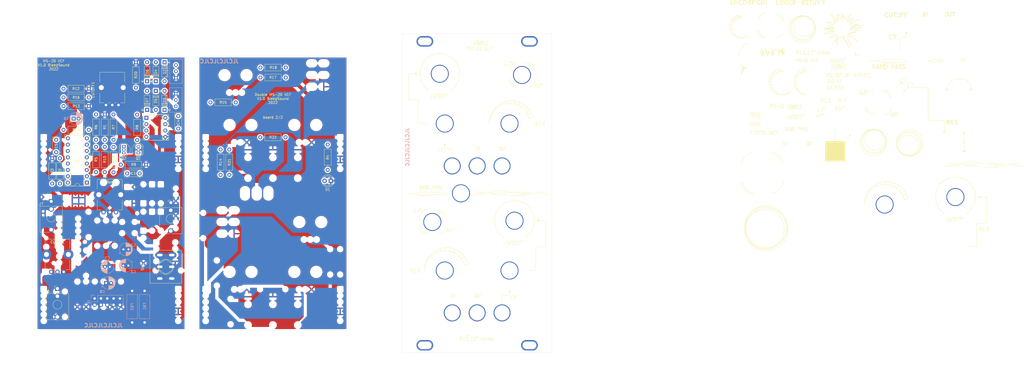
<source format=kicad_pcb>
(kicad_pcb (version 20211014) (generator pcbnew)
  (layers (0 "F.Cu" signal) (31 "B.Cu" signal) (34 "B.Paste" user) (35 "F.Paste" user) (36 "B.SilkS" user "B.Silkscreen") (37 "F.SilkS" user "F.Silkscreen") (38 "B.Mask" user) (39 "F.Mask" user) (44 "Edge.Cuts" user))
  (net 0 "")
  (net 1 "GND")
  (net 2 "+12V")
  (net 3 "-12V")
  (net 4 "Net-(C4-Pad1)")
  (net 5 "Net-(C5-Pad1)")
  (net 6 "Net-(C6-Pad2)")
  (net 7 "Net-(D3-Pad2)")
  (net 8 "Net-(R10-Pad2)")
  (net 9 "Net-(C1-Pad2)")
  (net 10 "Net-(C1-Pad1)")
  (net 11 "Net-(C4-Pad2)")
  (net 12 "/HPass")
  (net 13 "/Out1")
  (net 14 "Net-(CUTCV1-Pad2)")
  (net 15 "/CVIn")
  (net 16 "Net-(CUTOFF1-Pad1)")
  (net 17 "Net-(CUTOFF1-Pad2)")
  (net 18 "Net-(CUTOFF1-Pad3)")
  (net 19 "Net-(D1-Pad2)")
  (net 20 "Net-(D2-Pad2)")
  (net 21 "Net-(D2-Pad1)")
  (net 22 "Net-(D4-Pad1)")
  (net 23 "Net-(D5-Pad2)")
  (net 24 "Net-(D6-Pad1)")
  (net 25 "Net-(FB1-Pad2)")
  (net 26 "Net-(FB2-Pad2)")
  (net 27 "/LPass")
  (net 28 "/Cutoff")
  (net 29 "/ResOut")
  (net 30 "/FilterIn")
  (net 31 "/JackOut")
  (net 32 "Net-(Q1-Pad1)")
  (net 33 "Net-(Q1-Pad3)")
  (net 34 "Net-(R1-Pad2)")
  (net 35 "Net-(R2-Pad2)")
  (net 36 "Net-(R5-Pad2)")
  (net 37 "Net-(R11-Pad2)")
  (net 38 "Net-(R12-Pad2)")
  (net 39 "Net-(R21-Pad1)")
  (footprint "Capacitor_THT:C_Disc_D7.0mm_W2.5mm_P5.00mm" (layer "F.Cu") (at 87 60.5 -90)
    (fp_text reference "C4" (at 2.5 0 90) (layer "F.SilkS"))
    (fp_text value "1nF")
    (pad "1" thru_hole circle locked (at 0 0 270) (size 1.6 1.6) (drill 0.8) (layers *.Cu *.Mask) (net 4 "Net-(C4-Pad1)"))
    (pad "2" thru_hole circle locked (at 5 0 270) (size 1.6 1.6) (drill 0.8) (layers *.Cu *.Mask) (net 11 "Net-(C4-Pad2)"))
  )
  (footprint "Potentiometer_THT:Potentiometer_Bourns_PTV09A-1_Single_Vertical" (layer "F.Cu") (at 41 123.05 90)
    (fp_text reference "CUTCV1" (at 12 -2.5 180) (layer "F.SilkS"))
    (fp_text value "100k")
    (pad "" np_thru_hole circle locked (at 7 1.9 90) (size 4 4) (drill 2) (layers *.Cu *.Mask))
    (pad "" np_thru_hole circle locked (at 7 -6.9 90) (size 4 4) (drill 2) (layers *.Cu *.Mask))
    (pad "1" thru_hole circle locked (at 0 0 90) (size 1.8 1.8) (drill 1) (layers *.Cu *.Mask) (net 1 "GND"))
    (pad "2" thru_hole circle locked (at 0 -2.5 90) (size 1.8 1.8) (drill 1) (layers *.Cu *.Mask) (net 14 "Net-(CUTCV1-Pad2)"))
    (pad "3" thru_hole circle locked (at 0 -5 90) (size 1.8 1.8) (drill 1) (layers *.Cu *.Mask) (net 15 "/CVIn"))
  )
  (footprint "Potentiometer_THT:Potentiometer_Bourns_PTV09A-1_Single_Vertical" (layer "F.Cu") (at 63 56.05 90)
    (fp_text reference "CUTOFF1" (at 6.05 -10.15 90) (layer "F.SilkS"))
    (fp_text value "100k")
    (pad "" np_thru_hole circle locked (at 7 -6.9 90) (size 4 4) (drill 2) (layers *.Cu *.Mask))
    (pad "" np_thru_hole circle locked (at 7 1.9 90) (size 4 4) (drill 2) (layers *.Cu *.Mask))
    (pad "1" thru_hole circle locked (at 0 0 90) (size 1.8 1.8) (drill 1) (layers *.Cu *.Mask) (net 16 "Net-(CUTOFF1-Pad1)"))
    (pad "2" thru_hole circle locked (at 0 -2.5 90) (size 1.8 1.8) (drill 1) (layers *.Cu *.Mask) (net 17 "Net-(CUTOFF1-Pad2)"))
    (pad "3" thru_hole circle locked (at 0 -5 90) (size 1.8 1.8) (drill 1) (layers *.Cu *.Mask) (net 18 "Net-(CUTOFF1-Pad3)"))
  )
  (footprint "LED_THT:LED_D4.0mm" (layer "F.Cu") (at 148.275 86.5 180)
    (fp_text reference "D1" (at 1.27 -3.46) (layer "F.SilkS"))
    (fp_text value "LED-12V")
    (pad "1" thru_hole rect locked (at 0 0 180) (size 1.8 1.8) (drill 0.9) (layers *.Cu *.Mask) (net 1 "GND"))
    (pad "2" thru_hole circle locked (at 2.54 0 180) (size 1.8 1.8) (drill 0.9) (layers *.Cu *.Mask) (net 19 "Net-(D1-Pad2)"))
  )
  (footprint "Diode_THT:D_DO-35_SOD27_P7.62mm_Horizontal" (layer "F.Cu") (at 81.5 38.88 -90)
    (fp_text reference "D2" (at 3.81 0 -270) (layer "F.SilkS"))
    (fp_text value "1N4148")
    (fp_text user "K" (at 0 -1.8 -270) (layer "F.SilkS"))
    (pad "1" thru_hole rect locked (at 0 0 270) (size 1.6 1.6) (drill 0.8) (layers *.Cu *.Mask) (net 21 "Net-(D2-Pad1)"))
    (pad "2" thru_hole oval locked (at 7.62 0 270) (size 1.6 1.6) (drill 0.8) (layers *.Cu *.Mask) (net 20 "Net-(D2-Pad2)"))
  )
  (footprint "Diode_THT:D_DO-35_SOD27_P7.62mm_Horizontal" (layer "F.Cu") (at 81.5 58 90)
    (fp_text reference "D3" (at 3.81 0 90) (layer "F.SilkS"))
    (fp_text value "1N4148")
    (fp_text user "K" (at 0 2 90) (layer "F.SilkS"))
    (pad "1" thru_hole rect locked (at 0 0 90) (size 1.6 1.6) (drill 0.8) (layers *.Cu *.Mask) (net 20 "Net-(D2-Pad2)"))
    (pad "2" thru_hole oval locked (at 7.62 0 90) (size 1.6 1.6) (drill 0.8) (layers *.Cu *.Mask) (net 7 "Net-(D3-Pad2)"))
  )
  (footprint "Diode_THT:D_DO-35_SOD27_P7.62mm_Horizontal" (layer "F.Cu") (at 78 46.5 90)
    (fp_text reference "D4" (at 3.81 0 90) (layer "F.SilkS"))
    (fp_text value "1N4148")
    (fp_text user "K" (at 0 -1.8 90) (layer "F.SilkS"))
    (pad "1" thru_hole rect locked (at 0 0 90) (size 1.6 1.6) (drill 0.8) (layers *.Cu *.Mask) (net 22 "Net-(D4-Pad1)"))
    (pad "2" thru_hole oval locked (at 7.62 0 90) (size 1.6 1.6) (drill 0.8) (layers *.Cu *.Mask) (net 21 "Net-(D2-Pad1)"))
  )
  (footprint "Diode_THT:D_DO-35_SOD27_P7.62mm_Horizontal" (layer "F.Cu") (at 78 50.38 -90)
    (fp_text reference "D5" (at 4 0 90) (layer "F.SilkS"))
    (fp_text value "1N4148")
    (fp_text user "K" (at 0 -1.8 90) (layer "F.SilkS"))
    (pad "1" thru_hole rect locked (at 0 0 270) (size 1.6 1.6) (drill 0.8) (layers *.Cu *.Mask) (net 7 "Net-(D3-Pad2)"))
    (pad "2" thru_hole oval locked (at 7.62 0 270) (size 1.6 1.6) (drill 0.8) (layers *.Cu *.Mask) (net 23 "Net-(D5-Pad2)"))
  )
  (footprint "Diode_THT:D_DO-35_SOD27_P7.62mm_Horizontal" (layer "F.Cu") (at 74.5 46.5 90)
    (fp_text reference "D6" (at 3.81 0.1 90) (layer "F.SilkS"))
    (fp_text value "1N4148")
    (fp_text user "K" (at 0 -1.8 90) (layer "F.SilkS"))
    (pad "1" thru_hole rect locked (at 0 0 90) (size 1.6 1.6) (drill 0.8) (layers *.Cu *.Mask) (net 24 "Net-(D6-Pad1)"))
    (pad "2" thru_hole oval locked (at 7.62 0 90) (size 1.6 1.6) (drill 0.8) (layers *.Cu *.Mask) (net 22 "Net-(D4-Pad1)"))
  )
  (footprint "Diode_THT:D_DO-35_SOD27_P7.62mm_Horizontal" (layer "F.Cu") (at 74.5 58 90)
    (fp_text reference "D7" (at 3.81 0 90) (layer "F.SilkS"))
    (fp_text value "1N4148")
    (fp_text user "K" (at 0 -1.8 90) (layer "F.SilkS"))
    (pad "1" thru_hole rect locked (at 0 0 90) (size 1.6 1.6) (drill 0.8) (layers *.Cu *.Mask) (net 23 "Net-(D5-Pad2)"))
    (pad "2" thru_hole oval locked (at 7.62 0 90) (size 1.6 1.6) (drill 0.8) (layers *.Cu *.Mask) (net 24 "Net-(D6-Pad1)"))
  )
  (footprint "Connector_Audio:Jack_3.5mm_QingPu_WQP-PJ398SM_Vertical_CircularHoles" (layer "F.Cu") (at 38.5 129.72)
    (fp_text reference "J6" (at -4.03 1.08 180) (layer "F.SilkS"))
    (fp_text value "FilterCV1")
    (pad "S" thru_hole rect locked (at 0 0 180) (size 1.93 1.83) (drill 1.22) (layers *.Cu *.Mask) (net 1 "GND"))
    (pad "T" thru_hole circle locked (at 0 11.4 180) (size 2.13 2.13) (drill 1.43) (layers *.Cu *.Mask) (net 15 "/CVIn"))
    (pad "TN" thru_hole circle locked (at 0 3.1 180) (size 2.13 2.13) (drill 1.42) (layers *.Cu *.Mask))
  )
  (footprint "Connector_Audio:Jack_3.5mm_QingPu_WQP-PJ398SM_Vertical_CircularHoles" (layer "F.Cu") (at 36 94.72)
    (fp_text reference "J7" (at -4.03 1.08 180) (layer "F.SilkS"))
    (fp_text value "FilterIn1")
    (pad "S" thru_hole rect locked (at 0 0 180) (size 1.93 1.83) (drill 1.22) (layers *.Cu *.Mask) (net 1 "GND"))
    (pad "T" thru_hole circle locked (at 0 11.4 180) (size 2.13 2.13) (drill 1.43) (layers *.Cu *.Mask) (net 30 "/FilterIn"))
    (pad "TN" thru_hole circle locked (at 0 3.1 180) (size 2.13 2.13) (drill 1.42) (layers *.Cu *.Mask))
  )
  (footprint "Connector_Audio:Jack_3.5mm_QingPu_WQP-PJ398SM_Vertical_CircularHoles" (layer "F.Cu") (at 84 95.22)
    (fp_text reference "J8" (at -4.03 1.08 180) (layer "F.SilkS"))
    (fp_text value "FilterOut1")
    (pad "S" thru_hole rect locked (at 0 0 180) (size 1.93 1.83) (drill 1.22) (layers *.Cu *.Mask) (net 1 "GND"))
    (pad "T" thru_hole circle locked (at 0 11.4 180) (size 2.13 2.13) (drill 1.43) (layers *.Cu *.Mask) (net 31 "/JackOut"))
    (pad "TN" thru_hole circle locked (at 0 3.1 180) (size 2.13 2.13) (drill 1.42) (layers *.Cu *.Mask))
  )
  (footprint "Package_TO_SOT_THT:TO-92_Inline" (layer "F.Cu") (at 71 75.27 90)
    (fp_text reference "Q1" (at -2.23 0 180) (layer "F.SilkS"))
    (fp_text value "BC559")
    (pad "1" thru_hole rect locked (at 0 0 90) (size 1.05 1.5) (drill 0.75) (layers *.Cu *.Mask) (net 32 "Net-(Q1-Pad1)"))
    (pad "2" thru_hole oval locked (at 1.27 0 90) (size 1.05 1.5) (drill 0.75) (layers *.Cu *.Mask) (net 1 "GND"))
    (pad "3" thru_hole oval locked (at 2.54 0 90) (size 1.05 1.5) (drill 0.75) (layers *.Cu *.Mask) (net 33 "Net-(Q1-Pad3)"))
  )
  (footprint "Package_TO_SOT_THT:TO-92_Inline" (layer "F.Cu") (at 65.14 72.73 -90)
    (fp_text reference "Q2" (at 4.77 0) (layer "F.SilkS"))
    (fp_text value "BC559")
    (pad "1" thru_hole rect locked (at 0 0 270) (size 1.05 1.5) (drill 0.75) (layers *.Cu *.Mask) (net 11 "Net-(C4-Pad2)"))
    (pad "2" thru_hole oval locked (at 1.27 0 270) (size 1.05 1.5) (drill 0.75) (layers *.Cu *.Mask) (net 28 "/Cutoff"))
    (pad "3" thru_hole oval locked (at 2.54 0 270) (size 1.05 1.5) (drill 0.75) (layers *.Cu *.Mask) (net 33 "Net-(Q1-Pad3)"))
  )
  (footprint "Resistor_THT:R_Axial_DIN0207_L6.3mm_D2.5mm_P10.16mm_Horizontal" (layer "F.Cu") (at 57.5 59.84 -90)
    (fp_text reference "R1" (at 5.08 0 90) (layer "F.SilkS"))
    (fp_text value "470")
    (pad "1" thru_hole circle locked (at 0 0 270) (size 1.6 1.6) (drill 0.8) (layers *.Cu *.Mask) (net 1 "GND"))
    (pad "2" thru_hole oval locked (at 10.16 0 270) (size 1.6 1.6) (drill 0.8) (layers *.Cu *.Mask) (net 34 "Net-(R1-Pad2)"))
  )
  (footprint "Resistor_THT:R_Axial_DIN0207_L6.3mm_D2.5mm_P10.16mm_Horizontal" (layer "F.Cu") (at 36.4 77.42 -90)
    (fp_text reference "R3" (at 5.08 0 90) (layer "F.SilkS"))
    (fp_text value "470")
    (pad "1" thru_hole circle locked (at 0 0 270) (size 1.6 1.6) (drill 0.8) (layers *.Cu *.Mask) (net 1 "GND"))
    (pad "2" thru_hole oval locked (at 10.16 0 270) (size 1.6 1.6) (drill 0.8) (layers *.Cu *.Mask) (net 35 "Net-(R2-Pad2)"))
  )
  (footprint "Resistor_THT:R_Axial_DIN0207_L6.3mm_D2.5mm_P10.16mm_Horizontal" (layer "F.Cu") (at 54 72.84 -90)
    (fp_text reference "R5" (at 5.08 0 90) (layer "F.SilkS"))
    (fp_text value "2.2k")
    (pad "1" thru_hole circle locked (at 0 0 270) (size 1.6 1.6) (drill 0.8) (layers *.Cu *.Mask) (net 32 "Net-(Q1-Pad1)"))
    (pad "2" thru_hole oval locked (at 10.16 0 270) (size 1.6 1.6) (drill 0.8) (layers *.Cu *.Mask) (net 36 "Net-(R5-Pad2)"))
  )
  (footprint "Resistor_THT:R_Axial_DIN0207_L6.3mm_D2.5mm_P10.16mm_Horizontal" (layer "F.Cu") (at 54 70 90)
    (fp_text reference "R6" (at 5.08 0 90) (layer "F.SilkS"))
    (fp_text value "100k")
    (pad "1" thru_hole circle locked (at 0 0 90) (size 1.6 1.6) (drill 0.8) (layers *.Cu *.Mask) (net 34 "Net-(R1-Pad2)"))
    (pad "2" thru_hole oval locked (at 10.16 0 90) (size 1.6 1.6) (drill 0.8) (layers *.Cu *.Mask) (net 8 "Net-(R10-Pad2)"))
  )
  (footprint "Resistor_THT:R_Axial_DIN0207_L6.3mm_D2.5mm_P10.16mm_Horizontal" (layer "F.Cu") (at 61 70 90)
    (fp_text reference "R7" (at 5.08 0 90) (layer "F.SilkS"))
    (fp_text value "100k")
    (pad "1" thru_hole circle locked (at 0 0 90) (size 1.6 1.6) (drill 0.8) (layers *.Cu *.Mask) (net 3 "-12V"))
    (pad "2" thru_hole oval locked (at 10.16 0 90) (size 1.6 1.6) (drill 0.8) (layers *.Cu *.Mask) (net 11 "Net-(C4-Pad2)"))
  )
  (footprint "Resistor_THT:R_Axial_DIN0207_L6.3mm_D2.5mm_P10.16mm_Horizontal" (layer "F.Cu") (at 74.08 80 180)
    (fp_text reference "R9" (at 5 0) (layer "F.SilkS"))
    (fp_text value "2.2k")
    (pad "1" thru_hole circle locked (at 0 0 180) (size 1.6 1.6) (drill 0.8) (layers *.Cu *.Mask) (net 1 "GND"))
    (pad "2" thru_hole oval locked (at 10.16 0 180) (size 1.6 1.6) (drill 0.8) (layers *.Cu *.Mask) (net 28 "/Cutoff"))
  )
  (footprint "Resistor_THT:R_Axial_DIN0207_L6.3mm_D2.5mm_P10.16mm_Horizontal" (layer "F.Cu") (at 51.08 66 180)
    (fp_text reference "R11" (at 5.08 0) (layer "F.SilkS"))
    (fp_text value "100k")
    (pad "1" thru_hole circle locked (at 0 0 180) (size 1.6 1.6) (drill 0.8) (layers *.Cu *.Mask) (net 8 "Net-(R10-Pad2)"))
    (pad "2" thru_hole oval locked (at 10.16 0 180) (size 1.6 1.6) (drill 0.8) (layers *.Cu *.Mask) (net 37 "Net-(R11-Pad2)"))
  )
  (footprint "Resistor_THT:R_Axial_DIN0207_L6.3mm_D2.5mm_P10.16mm_Horizontal" (layer "F.Cu") (at 51.08 49.5 180)
    (fp_text reference "R12" (at 5.16 0) (layer "F.SilkS"))
    (fp_text value "470")
    (pad "1" thru_hole circle locked (at 0 0 180) (size 1.6 1.6) (drill 0.8) (layers *.Cu *.Mask) (net 1 "GND"))
    (pad "2" thru_hole oval locked (at 10.16 0 180) (size 1.6 1.6) (drill 0.8) (layers *.Cu *.Mask) (net 38 "Net-(R12-Pad2)"))
  )
  (footprint "Resistor_THT:R_Axial_DIN0207_L6.3mm_D2.5mm_P10.16mm_Horizontal" (layer "F.Cu") (at 51.08 56.5 180)
    (fp_text reference "R13" (at 5.08 0) (layer "F.SilkS"))
    (fp_text value "470")
    (pad "1" thru_hole circle locked (at 0 0 180) (size 1.6 1.6) (drill 0.8) (layers *.Cu *.Mask) (net 1 "GND"))
    (pad "2" thru_hole oval locked (at 10.16 0 180) (size 1.6 1.6) (drill 0.8) (layers *.Cu *.Mask) (net 37 "Net-(R11-Pad2)"))
  )
  (footprint "Resistor_THT:R_Axial_DIN0207_L6.3mm_D2.5mm_P10.16mm_Horizontal" (layer "F.Cu") (at 104 84.08 90)
    (fp_text reference "R14" (at 5.08 0 90) (layer "F.SilkS"))
    (fp_text value "82k")
    (pad "1" thru_hole circle locked (at 0 0 90) (size 1.6 1.6) (drill 0.8) (layers *.Cu *.Mask) (net 28 "/Cutoff"))
    (pad "2" thru_hole oval locked (at 10.16 0 90) (size 1.6 1.6) (drill 0.8) (layers *.Cu *.Mask) (net 14 "Net-(CUTCV1-Pad2)"))
  )
  (footprint "Resistor_THT:R_Axial_DIN0207_L6.3mm_D2.5mm_P10.16mm_Horizontal" (layer "F.Cu") (at 99.92 55)
    (fp_text reference "R15" (at 5.08 0) (layer "F.SilkS"))
    (fp_text value "100k")
    (pad "1" thru_hole circle locked (at 0 0) (size 1.6 1.6) (drill 0.8) (layers *.Cu *.Mask) (net 28 "/Cutoff"))
    (pad "2" thru_hole oval locked (at 10.16 0) (size 1.6 1.6) (drill 0.8) (layers *.Cu *.Mask) (net 17 "Net-(CUTOFF1-Pad2)"))
  )
  (footprint "Resistor_THT:R_Axial_DIN0207_L6.3mm_D2.5mm_P10.16mm_Horizontal" (layer "F.Cu") (at 40.92 53)
    (fp_text reference "R16" (at 5.08 0) (layer "F.SilkS"))
    (fp_text value "100k")
    (pad "1" thru_hole circle locked (at 0 0) (size 1.6 1.6) (drill 0.8) (layers *.Cu *.Mask) (net 38 "Net-(R12-Pad2)"))
    (pad "2" thru_hole oval locked (at 10.16 0) (size 1.6 1.6) (drill 0.8) (layers *.Cu *.Mask) (net 6 "Net-(C6-Pad2)"))
  )
  (footprint "Resistor_THT:R_Axial_DIN0207_L6.3mm_D2.5mm_P10.16mm_Horizontal" (layer "F.Cu") (at 120 45)
    (fp_text reference "R17" (at 5 0) (layer "F.SilkS"))
    (fp_text value "33k")
    (pad "1" thru_hole circle locked (at 0 0) (size 1.6 1.6) (drill 0.8) (layers *.Cu *.Mask) (net 18 "Net-(CUTOFF1-Pad3)"))
    (pad "2" thru_hole oval locked (at 10.16 0) (size 1.6 1.6) (drill 0.8) (layers *.Cu *.Mask) (net 2 "+12V"))
  )
  (footprint "Resistor_THT:R_Axial_DIN0207_L6.3mm_D2.5mm_P10.16mm_Horizontal" (layer "F.Cu") (at 130.16 41 180)
    (fp_text reference "R18" (at 5 0) (layer "F.SilkS"))
    (fp_text value "56k")
    (pad "1" thru_hole circle locked (at 0 0 180) (size 1.6 1.6) (drill 0.8) (layers *.Cu *.Mask) (net 3 "-12V"))
    (pad "2" thru_hole oval locked (at 10.16 0 180) (size 1.6 1.6) (drill 0.8) (layers *.Cu *.Mask) (net 16 "Net-(CUTOFF1-Pad1)"))
  )
  (footprint "Resistor_THT:R_Axial_DIN0207_L6.3mm_D2.5mm_P10.16mm_Horizontal" (layer "F.Cu") (at 70 38.92 -90)
    (fp_text reference "R20" (at 5.08 0 90) (layer "F.SilkS"))
    (fp_text value "2.2k")
    (pad "1" thru_hole circle locked (at 0 0 270) (size 1.6 1.6) (drill 0.8) (layers *.Cu *.Mask) (net 1 "GND"))
    (pad "2" thru_hole oval locked (at 10.16 0 270) (size 1.6 1.6) (drill 0.8) (layers *.Cu *.Mask) (net 24 "Net-(D6-Pad1)"))
  )
  (footprint "Resistor_THT:R_Axial_DIN0207_L6.3mm_D2.5mm_P10.16mm_Horizontal" (layer "F.Cu") (at 107.5 73.92 -90)
    (fp_text reference "R21" (at 5.08 0 90) (layer "F.SilkS"))
    (fp_text value "1k")
    (pad "1" thru_hole circle locked (at 0 0 270) (size 1.6 1.6) (drill 0.8) (layers *.Cu *.Mask) (net 39 "Net-(R21-Pad1)"))
    (pad "2" thru_hole oval locked (at 10.16 0 270) (size 1.6 1.6) (drill 0.8) (layers *.Cu *.Mask) (net 13 "/Out1"))
  )
  (footprint "Resistor_THT:R_Axial_DIN0207_L6.3mm_D2.5mm_P10.16mm_Horizontal" (layer "F.Cu") (at 130.08 69 180)
    (fp_text reference "R22" (at 5.08 0) (layer "F.SilkS"))
    (fp_text value "1k")
    (pad "1" thru_hole circle locked (at 0 0 180) (size 1.6 1.6) (drill 0.8) (layers *.Cu *.Mask) (net 31 "/JackOut"))
    (pad "2" thru_hole oval locked (at 10.16 0 180) (size 1.6 1.6) (drill 0.8) (layers *.Cu *.Mask) (net 13 "/Out1"))
  )
  (footprint "Potentiometer_THT:Potentiometer_Bourns_PTV09A-1_Single_Vertical" (layer "F.Cu") (at 62 99.05 90)
    (fp_text reference "Res1" (at 12 -2 180) (layer "F.SilkS"))
    (fp_text value "100k")
    (pad "" np_thru_hole circle locked (at 7 1.9 90) (size 4 4) (drill 2) (layers *.Cu *.Mask))
    (pad "" np_thru_hole circle locked (at 7 -6.9 90) (size 4 4) (drill 2) (layers *.Cu *.Mask))
    (pad "1" thru_hole circle locked (at 0 0 90) (size 1.8 1.8) (drill 1) (layers *.Cu *.Mask) (net 1 "GND"))
    (pad "2" thru_hole circle locked (at 0 -2.5 90) (size 1.8 1.8) (drill 1) (layers *.Cu *.Mask) (net 29 "/ResOut"))
    (pad "3" thru_hole circle locked (at 0 -5 90) (size 1.8 1.8) (drill 1) (layers *.Cu *.Mask) (net 39 "Net-(R21-Pad1)"))
  )
  (footprint "Synth:SW_DPDT_Toggle" (layer "F.Cu") (at 82 121 90)
    (fp_text reference "SW1" (at 0 -9.35 90) (layer "F.SilkS"))
    (fp_text value "Hpass/Lpass Switch")
    (pad "1" thru_hole oval locked (at 4.7 -2.4 180) (size 3.7 2.4) (drill oval 2.2 1) (layers *.Cu *.Mask))
    (pad "2" thru_hole oval locked (at 0 -2.4 180) (size 3.7 2.4) (drill oval 2.2 1) (layers *.Cu *.Mask) (net 27 "/LPass"))
    (pad "3" thru_hole oval locked (at -4.7 -2.4 180) (size 3.7 2.4) (drill oval 2.2 1) (layers *.Cu *.Mask) (net 30 "/FilterIn"))
    (pad "4" thru_hole oval locked (at 4.7 2.4 180) (size 3.7 2.4) (drill oval 2.2 1) (layers *.Cu *.Mask) (net 30 "/FilterIn"))
    (pad "5" thru_hole oval locked (at 0 2.4 180) (size 3.7 2.4) (drill oval 2.2 1) (layers *.Cu *.Mask) (net 12 "/HPass"))
    (pad "6" thru_hole oval locked (at -4.7 2.4 180) (size 3.7 2.4) (drill oval 2.2 1) (layers *.Cu *.Mask) (net 1 "GND"))
  )
  (footprint "Resistor_THT:R_Axial_DIN0207_L6.3mm_D2.5mm_P10.16mm_Horizontal" (layer "F.Cu") (at 70.5 70.08 90)
    (fp_text reference "R8" (at 5.08 0 90) (layer "F.SilkS"))
    (fp_text value "1k")
    (pad "1" thru_hole circle locked (at 0 0 90) (size 1.6 1.6) (drill 0.8) (layers *.Cu *.Mask) (net 33 "Net-(Q1-Pad3)"))
    (pad "2" thru_hole oval locked (at 10.16 0 90) (size 1.6 1.6) (drill 0.8) (layers *.Cu *.Mask) (net 4 "Net-(C4-Pad1)"))
  )
  (footprint "Resistor_THT:R_Axial_DIN0207_L6.3mm_D2.5mm_P10.16mm_Horizontal" (layer "F.Cu") (at 147 71.92 -90)
    (fp_text reference "R4" (at 5.16 0 -270) (layer "F.SilkS"))
    (fp_text value "2.2k")
    (pad "1" thru_hole circle locked (at 0 0 270) (size 1.6 1.6) (drill 0.8) (layers *.Cu *.Mask) (net 2 "+12V"))
    (pad "2" thru_hole oval locked (at 10.16 0 270) (size 1.6 1.6) (drill 0.8) (layers *.Cu *.Mask) (net 19 "Net-(D1-Pad2)"))
  )
  (footprint "Package_DIP:DIP-8_W7.62mm_Socket" (layer "F.Cu") (at 74.2 61.2)
    (fp_text reference "U2" (at 4 4) (layer "F.SilkS"))
    (fp_text value "TL072")
    (pad "1" thru_hole rect locked (at 0 0) (size 1.6 1.6) (drill 0.8) (layers *.Cu *.Mask) (net 9 "Net-(C1-Pad2)"))
    (pad "2" thru_hole oval locked (at 0 2.54) (size 1.6 1.6) (drill 0.8) (layers *.Cu *.Mask) (net 24 "Net-(D6-Pad1)"))
    (pad "3" thru_hole oval locked (at 0 5.08) (size 1.6 1.6) (drill 0.8) (layers *.Cu *.Mask) (net 29 "/ResOut"))
    (pad "4" thru_hole oval locked (at 0 7.62) (size 1.6 1.6) (drill 0.8) (layers *.Cu *.Mask) (net 3 "-12V"))
    (pad "5" thru_hole oval locked (at 7.62 7.62) (size 1.6 1.6) (drill 0.8) (layers *.Cu *.Mask) (net 1 "GND"))
    (pad "6" thru_hole oval locked (at 7.62 5.08) (size 1.6 1.6) (drill 0.8) (layers *.Cu *.Mask) (net 11 "Net-(C4-Pad2)"))
    (pad "7" thru_hole oval locked (at 7.62 2.54) (size 1.6 1.6) (drill 0.8) (layers *.Cu *.Mask) (net 4 "Net-(C4-Pad1)"))
    (pad "8" thru_hole oval locked (at 7.62 0) (size 1.6 1.6) (drill 0.8) (layers *.Cu *.Mask) (net 2 "+12V"))
  )
  (footprint "Synth:Doepfer Mounting hole" (layer "F.Cu") (at 186 30.5)
    (fp_text reference "H1" hide)
    (fp_text value "MountingHole_Pad")
    (pad "1" thru_hole oval locked (at 0 0) (size 6.7 4.2) (drill oval 5.5 3) (layers *.Cu *.Mask) (net 1 "GND"))
  )
  (footprint "Synth:Doepfer Mounting hole" (layer "F.Cu") (at 228 30.5)
    (fp_text reference "H2" hide)
    (fp_text value "MountingHole_Pad")
    (pad "1" thru_hole oval locked (at 0 0) (size 6.7 4.2) (drill oval 5.5 3) (layers *.Cu *.Mask) (net 1 "GND"))
  )
  (footprint "Synth:Doepfer Mounting hole" (layer "F.Cu") (at 228 152.5)
    (fp_text reference "H3" hide)
    (fp_text value "MountingHole_Pad")
    (pad "1" thru_hole oval locked (at 0 0) (size 6.7 4.2) (drill oval 5.5 3) (layers *.Cu *.Mask) (net 1 "GND"))
  )
  (footprint "Synth:Doepfer Mounting hole" (layer "F.Cu") (at 186 152.5)
    (fp_text reference "H4" hide)
    (fp_text value "MountingHole_Pad")
    (pad "1" thru_hole oval locked (at 0 0) (size 6.7 4.2) (drill oval 5.5 3) (layers *.Cu *.Mask) (net 1 "GND"))
  )
  (footprint "Capacitor_THT:C_Disc_D7.0mm_W2.5mm_P5.00mm" (layer "F.Cu") (at 66.5 83.5)
    (fp_text reference "C1" (at 2.5 0) (layer "F.SilkS"))
    (fp_text value "1nF")
    (pad "1" thru_hole circle locked (at 0 0) (size 1.6 1.6) (drill 0.8) (layers *.Cu *.Mask) (net 10 "Net-(C1-Pad1)"))
    (pad "2" thru_hole circle locked (at 5 0) (size 1.6 1.6) (drill 0.8) (layers *.Cu *.Mask) (net 9 "Net-(C1-Pad2)"))
  )
  (footprint "Resistor_THT:R_Axial_DIN0207_L6.3mm_D2.5mm_P10.16mm_Horizontal" (layer "F.Cu") (at 39.5 77.42 -90)
    (fp_text reference "R2" (at 5.08 0 90) (layer "F.SilkS"))
    (fp_text value "100k")
    (pad "1" thru_hole circle locked (at 0 0 270) (size 1.6 1.6) (drill 0.8) (layers *.Cu *.Mask) (net 27 "/LPass"))
    (pad "2" thru_hole oval locked (at 10.16 0 270) (size 1.6 1.6) (drill 0.8) (layers *.Cu *.Mask) (net 35 "Net-(R2-Pad2)"))
  )
  (footprint "Resistor_THT:R_Axial_DIN0207_L6.3mm_D2.5mm_P10.16mm_Horizontal" (layer "F.Cu") (at 57.5 83 90)
    (fp_text reference "R10" (at 5.08 0 90) (layer "F.SilkS"))
    (fp_text value "1.8k")
    (pad "1" thru_hole circle locked (at 0 0 90) (size 1.6 1.6) (drill 0.8) (layers *.Cu *.Mask) (net 3 "-12V"))
    (pad "2" thru_hole oval locked (at 10.16 0 90) (size 1.6 1.6) (drill 0.8) (layers *.Cu *.Mask) (net 8 "Net-(R10-Pad2)"))
  )
  (footprint "Resistor_THT:R_Axial_DIN0207_L6.3mm_D2.5mm_P10.16mm_Horizontal" (layer "F.Cu") (at 61 72.92 -90)
    (fp_text reference "R19" (at 5.08 0 -270) (layer "F.SilkS"))
    (fp_text value "1.8k")
    (pad "1" thru_hole circle locked (at 0 0 270) (size 1.6 1.6) (drill 0.8) (layers *.Cu *.Mask) (net 3 "-12V"))
    (pad "2" thru_hole oval locked (at 10.16 0 270) (size 1.6 1.6) (drill 0.8) (layers *.Cu *.Mask) (net 6 "Net-(C6-Pad2)"))
  )
  (footprint "Package_DIP:DIP-16_W7.62mm_Socket" (layer "F.Cu") (at 50.3 87.2 180)
    (fp_text reference "U1" (at 3.81 8.7) (layer "F.SilkS"))
    (fp_text value "LM13700")
    (pad "1" thru_hole rect locked (at 0 0 180) (size 1.6 1.6) (drill 0.8) (layers *.Cu *.Mask) (net 36 "Net-(R5-Pad2)"))
    (pad "2" thru_hole oval locked (at 0 2.54 180) (size 1.6 1.6) (drill 0.8) (layers *.Cu *.Mask))
    (pad "3" thru_hole oval locked (at 0 5.08 180) (size 1.6 1.6) (drill 0.8) (layers *.Cu *.Mask) (net 35 "Net-(R2-Pad2)"))
    (pad "4" thru_hole oval locked (at 0 7.62 180) (size 1.6 1.6) (drill 0.8) (layers *.Cu *.Mask) (net 34 "Net-(R1-Pad2)"))
    (pad "5" thru_hole oval locked (at 0 10.16 180) (size 1.6 1.6) (drill 0.8) (layers *.Cu *.Mask) (net 10 "Net-(C1-Pad1)"))
    (pad "6" thru_hole oval locked (at 0 12.7 180) (size 1.6 1.6) (drill 0.8) (layers *.Cu *.Mask) (net 3 "-12V"))
    (pad "7" thru_hole oval locked (at 0 15.24 180) (size 1.6 1.6) (drill 0.8) (layers *.Cu *.Mask) (net 10 "Net-(C1-Pad1)"))
    (pad "8" thru_hole oval locked (at 0 17.78 180) (size 1.6 1.6) (drill 0.8) (layers *.Cu *.Mask) (net 8 "Net-(R10-Pad2)"))
    (pad "9" thru_hole oval locked (at 7.62 17.78 180) (size 1.6 1.6) (drill 0.8) (layers *.Cu *.Mask) (net 6 "Net-(C6-Pad2)"))
    (pad "10" thru_hole oval locked (at 7.62 15.24 180) (size 1.6 1.6) (drill 0.8) (layers *.Cu *.Mask) (net 5 "Net-(C5-Pad1)"))
    (pad "11" thru_hole oval locked (at 7.62 12.7 180) (size 1.6 1.6) (drill 0.8) (layers *.Cu *.Mask) (net 2 "+12V"))
    (pad "12" thru_hole oval locked (at 7.62 10.16 180) (size 1.6 1.6) (drill 0.8) (layers *.Cu *.Mask) (net 5 "Net-(C5-Pad1)"))
    (pad "13" thru_hole oval locked (at 7.62 7.62 180) (size 1.6 1.6) (drill 0.8) (layers *.Cu *.Mask) (net 38 "Net-(R12-Pad2)"))
    (pad "14" thru_hole oval locked (at 7.62 5.08 180) (size 1.6 1.6) (drill 0.8) (layers *.Cu *.Mask) (net 37 "Net-(R11-Pad2)"))
    (pad "15" thru_hole oval locked (at 7.62 2.54 180) (size 1.6 1.6) (drill 0.8) (layers *.Cu *.Mask))
    (pad "16" thru_hole oval locked (at 7.62 0 180) (size 1.6 1.6) (drill 0.8) (layers *.Cu *.Mask) (net 36 "Net-(R5-Pad2)"))
  )
  (footprint "Capacitor_THT:C_Disc_D7.0mm_W2.5mm_P5.00mm" (layer "F.Cu") (at 38 70 -90)
    (fp_text reference "C5" (at 2.5 0 -270) (layer "F.SilkS"))
    (fp_text value "1nF")
    (pad "1" thru_hole circle locked (at 0 0 270) (size 1.6 1.6) (drill 0.8) (layers *.Cu *.Mask) (net 5 "Net-(C5-Pad1)"))
    (pad "2" thru_hole circle locked (at 5 0 270) (size 1.6 1.6) (drill 0.8) (layers *.Cu *.Mask) (net 12 "/HPass"))
  )
  (footprint "Capacitor_THT:CP_Radial_D5.0mm_P2.00mm" (layer "B.Cu") (at 65 114)
    (fp_text reference "C2" (at 4 -1.75) (layer "B.SilkS") (effects (justify mirror)))
    (fp_text value "10µ")
    (pad "1" thru_hole rect locked (at 0 0) (size 1.6 1.6) (drill 0.8) (layers *.Cu *.Mask) (net 2 "+12V"))
    (pad "2" thru_hole circle locked (at 2 0) (size 1.6 1.6) (drill 0.8) (layers *.Cu *.Mask) (net 1 "GND"))
  )
  (footprint "Capacitor_THT:CP_Radial_D5.0mm_P2.00mm" (layer "B.Cu") (at 66.955113 120.5 180)
    (fp_text reference "C3" (at -2.044887 -2.5) (layer "B.SilkS") (effects (justify mirror)))
    (fp_text value "10µ")
    (pad "1" thru_hole rect locked (at 0 0 180) (size 1.6 1.6) (drill 0.8) (layers *.Cu *.Mask) (net 1 "GND"))
    (pad "2" thru_hole circle locked (at 2 0 180) (size 1.6 1.6) (drill 0.8) (layers *.Cu *.Mask) (net 3 "-12V"))
  )
  (footprint "Capacitor_THT:CP_Radial_D5.0mm_P2.00mm" (layer "B.Cu") (at 45 61.5)
    (fp_text reference "C6" (at -3.044888 0) (layer "B.SilkS") (effects (justify mirror)))
    (fp_text value "10µF")
    (pad "1" thru_hole rect locked (at 0 0) (size 1.6 1.6) (drill 0.8) (layers *.Cu *.Mask) (net 13 "/Out1"))
    (pad "2" thru_hole circle locked (at 2 0) (size 1.6 1.6) (drill 0.8) (layers *.Cu *.Mask) (net 6 "Net-(C6-Pad2)"))
  )
  (footprint "Inductor_THT:L_Axial_L9.5mm_D4.0mm_P12.70mm_Horizontal_Fastron_SMCC" (layer "B.Cu") (at 68.5 143.35 90)
    (fp_text reference "FB2" (at 6.35 0 90) (layer "B.SilkS") (effects (justify mirror)))
    (fp_text value "10R")
    (pad "1" thru_hole circle locked (at 0 0 90) (size 2 2) (drill 1) (layers *.Cu *.Mask) (net 3 "-12V"))
    (pad "2" thru_hole oval locked (at 12.7 0 90) (size 2 2) (drill 1) (layers *.Cu *.Mask) (net 26 "Net-(FB2-Pad2)"))
  )
  (footprint "Connector_PinHeader_2.54mm:PinHeader_2x05_P2.54mm_Vertical" (layer "B.Cu") (at 53.425 133.725 -90)
    (fp_text reference "J5" (at 1.27 2.33 -90) (layer "B.SilkS") (effects (justify mirror)))
    (fp_text value "Power Input")
    (pad "1" thru_hole rect locked (at 0 0 270) (size 1.7 1.7) (drill 1) (layers *.Cu *.Mask) (net 25 "Net-(FB1-Pad2)"))
    (pad "2" thru_hole oval locked (at 2.54 0 270) (size 1.7 1.7) (drill 1) (layers *.Cu *.Mask) (net 25 "Net-(FB1-Pad2)"))
    (pad "3" thru_hole oval locked (at 0 -2.54 270) (size 1.7 1.7) (drill 1) (layers *.Cu *.Mask) (net 1 "GND"))
    (pad "4" thru_hole oval locked (at 2.54 -2.54 270) (size 1.7 1.7) (drill 1) (layers *.Cu *.Mask) (net 1 "GND"))
    (pad "5" thru_hole oval locked (at 0 -5.08 270) (size 1.7 1.7) (drill 1) (layers *.Cu *.Mask) (net 1 "GND"))
    (pad "6" thru_hole oval locked (at 2.54 -5.08 270) (size 1.7 1.7) (drill 1) (layers *.Cu *.Mask) (net 1 "GND"))
    (pad "7" thru_hole oval locked (at 0 -7.62 270) (size 1.7 1.7) (drill 1) (layers *.Cu *.Mask) (net 1 "GND"))
    (pad "8" thru_hole oval locked (at 2.54 -7.62 270) (size 1.7 1.7) (drill 1) (layers *.Cu *.Mask) (net 1 "GND"))
    (pad "9" thru_hole oval locked (at 0 -10.16 270) (size 1.7 1.7) (drill 1) (layers *.Cu *.Mask) (net 26 "Net-(FB2-Pad2)"))
    (pad "10" thru_hole oval locked (at 2.54 -10.16 270) (size 1.7 1.7) (drill 1) (layers *.Cu *.Mask) (net 26 "Net-(FB2-Pad2)"))
  )
  (footprint "Potentiometer_THT:Potentiometer_Bourns_3386C_Horizontal" (layer "B.Cu") (at 86.08 45.08)
    (fp_text reference "ResLv1" (at -3.58 -2.58 90) (layer "B.SilkS") (effects (justify mirror)))
    (fp_text value "3.3k")
    (pad "1" thru_hole circle locked (at 0 0) (size 1.44 1.44) (drill 0.8) (layers *.Cu *.Mask) (net 1 "GND"))
    (pad "2" thru_hole circle locked (at 0 -2.54) (size 1.44 1.44) (drill 0.8) (layers *.Cu *.Mask) (net 9 "Net-(C1-Pad2)"))
    (pad "3" thru_hole circle locked (at 0 -5.08) (size 1.44 1.44) (drill 0.8) (layers *.Cu *.Mask) (net 24 "Net-(D6-Pad1)"))
  )
  (footprint "Potentiometer_THT:Potentiometer_Bourns_3386C_Horizontal" (layer "B.Cu") (at 86 56.58)
    (fp_text reference "ResVol1" (at -4 -2.58 90) (layer "B.SilkS") (effects (justify mirror)))
    (fp_text value "10k")
    (pad "1" thru_hole circle locked (at 0 0) (size 1.44 1.44) (drill 0.8) (layers *.Cu *.Mask) (net 20 "Net-(D2-Pad2)"))
    (pad "2" thru_hole circle locked (at 0 -2.54) (size 1.44 1.44) (drill 0.8) (layers *.Cu *.Mask) (net 9 "Net-(C1-Pad2)"))
    (pad "3" thru_hole circle locked (at 0 -5.08) (size 1.44 1.44) (drill 0.8) (layers *.Cu *.Mask) (net 1 "GND"))
  )
  (footprint "Inductor_THT:L_Axial_L9.5mm_D4.0mm_P12.70mm_Horizontal_Fastron_SMCC" (layer "B.Cu") (at 73.5 130.65 -90)
    (fp_text reference "FB1" (at 6.2 0 -90) (layer "B.SilkS") (effects (justify mirror)))
    (fp_text value "10R")
    (pad "1" thru_hole circle locked (at 0 0 270) (size 2 2) (drill 1) (layers *.Cu *.Mask) (net 2 "+12V"))
    (pad "2" thru_hole oval locked (at 12.7 0 270) (size 2 2) (drill 1) (layers *.Cu *.Mask) (net 25 "Net-(FB1-Pad2)"))
  )
  (footprint "Capacitor_THT:CP_Radial_D5.0mm_P2.00mm" (layer "B.Cu") (at 58.044888 127.5)
    (fp_text reference "C8" (at -1.544888 3.5) (layer "B.SilkS") (effects (justify mirror)))
    (fp_text value "0.1µ")
    (pad "1" thru_hole rect (at 0 0) (size 1.6 1.6) (drill 0.8) (layers *.Cu *.Mask) (net 1 "GND"))
    (pad "2" thru_hole circle (at 2 0) (size 1.6 1.6) (drill 0.8) (layers *.Cu *.Mask) (net 3 "-12V"))
  )
  (footprint "Capacitor_THT:CP_Radial_D5.0mm_P2.00mm" (layer "B.Cu") (at 59.544888 121 180)
    (fp_text reference "C7" (at 1 3.5) (layer "B.SilkS") (effects (justify mirror)))
    (fp_text value "0.1µ")
    (pad "1" thru_hole rect (at 0 0 180) (size 1.6 1.6) (drill 0.8) (layers *.Cu *.Mask) (net 2 "+12V"))
    (pad "2" thru_hole circle (at 2 0 180) (size 1.6 1.6) (drill 0.8) (layers *.Cu *.Mask) (net 1 "GND"))
  )
  (gr_line (start 183 91) (end 193.5 91) (layer "F.SilkS") (width 0.12))
  (gr_line (start 189 92.5) (end 183 92.5) (layer "F.SilkS") (width 0.12))
  (gr_line (start 182.5 92) (end 195 92) (layer "F.SilkS") (width 0.12))
  (gr_line (start 179.25 91.5) (end 184 91.5) (layer "F.SilkS") (width 0.12))
  (gr_line (start 219 92) (end 212.5 92) (layer "F.SilkS") (width 0.12))
  (gr_line (start 213 91) (end 206 91) (layer "F.SilkS") (width 0.12))
  (gr_line (start 210.5 92) (end 204.5 92) (layer "F.SilkS") (width 0.12))
  (gr_line (start 216.5 91) (end 228.5 91) (layer "F.SilkS") (width 0.12))
  (gr_line (start 201.1 149.3) (end 200.1 148.9) (layer "F.SilkS") (width 0.12))
  (gr_line (start 205.9 150.5) (end 206.1 150.7) (layer "F.SilkS") (width 0.12))
  (gr_line (start 210.7 149.5) (end 209.9 149.5) (layer "F.SilkS") (width 0.12))
  (gr_line (start 213.3 149.5) (end 213.7 150.3) (layer "F.SilkS") (width 0.12))
  (gr_arc (start 226.7 39.4) (mid 228.82132 40.27868) (end 229.7 42.4) (layer "F.SilkS") (width 0.12))
  (gr_arc (start 223.2 48.4) (mid 221.07868 47.52132) (end 220.2 45.4) (layer "F.SilkS") (width 0.12))
  (gr_arc (start 230.2 45.9) (mid 229.32132 48.02132) (end 227.2 48.9) (layer "F.SilkS") (width 0.12))
  (gr_arc (start 222.7 48.9) (mid 220.57868 48.02132) (end 219.7 45.9) (layer "F.SilkS") (width 0.12))
  (gr_arc (start 220.2 41.9) (mid 221.07868 39.77868) (end 223.2 38.9) (layer "F.SilkS") (width 0.12))
  (gr_arc (start 227.2 38.9) (mid 229.32132 39.77868) (end 230.2 41.9) (layer "F.SilkS") (width 0.12))
  (gr_arc (start 234.1 102.5) (mid 234.453552 102.646448) (end 234.6 103) (layer "F.SilkS") (width 0.12))
  (gr_line (start 230 122.5) (end 227.153553 122.5) (layer "F.SilkS") (width 0.12))
  (gr_arc (start 191.2 97.9) (mid 193.32132 98.77868) (end 194.2 100.9) (layer "F.SilkS") (width 0.12))
  (gr_arc (start 184.2 100.9) (mid 185.07868 98.77868) (end 187.2 97.9) (layer "F.SilkS") (width 0.12))
  (gr_arc (start 186.7 107.9) (mid 184.57868 107.02132) (end 183.7 104.9) (layer "F.SilkS") (width 0.12))
  (gr_arc (start 194.2 104.9) (mid 193.32132 107.02132) (end 191.2 107.9) (layer "F.SilkS") (width 0.12))
  (gr_arc (start 187.2 107.4) (mid 185.07868 106.52132) (end 184.2 104.4) (layer "F.SilkS") (width 0.12))
  (gr_arc (start 190.7 98.4) (mid 192.82132 99.27868) (end 193.7 101.4) (layer "F.SilkS") (width 0.12))
  (gr_line (start 230.5 113.5) (end 230.5 122) (layer "F.SilkS") (width 0.12))
  (gr_arc (start 230.5 113.5) (mid 230.646447 113.146447) (end 231 113) (layer "F.SilkS") (width 0.12))
  (gr_line (start 231.7 102.5) (end 234.113389 102.5) (layer "F.SilkS") (width 0.12))
  (gr_arc (start 230.5 122) (mid 230.353553 122.353553) (end 230 122.5) (layer "F.SilkS") (width 0.12))
  (gr_arc (start 185.9 122.5) (mid 193.033536 114.568285) (end 201.9 120.5) (layer "F.SilkS") (width 0.12))
  (gr_poly (pts (xy 231.2 102.5) (xy 231.7 102) (xy 231.7 103)) (layer "F.SilkS") (width 0.1) (fill solid))
  (gr_line (start 234.6 103) (end 234.6 112.5) (layer "F.SilkS") (width 0.12))
  (gr_line (start 315.490253 31.664932) (end 315.3 31.2) (layer "F.SilkS") (width 0.12))
  (gr_line (start 221.625 110.65) (end 222.425 110.65) (layer "F.SilkS") (width 0.12))
  (gr_line (start 190.8 89.2) (end 190.5 89.2) (layer "F.SilkS") (width 0.12))
  (gr_line (start 206.7 72.8) (end 206.5 72.9) (layer "F.SilkS") (width 0.12))
  (gr_line (start 331.6 66) (end 330.8 65.7) (layer "F.SilkS") (width 0.12))
  (gr_line (start 328.45 34.45) (end 328.45 33.65) (layer "F.SilkS") (width 0.12))
  (gr_arc (start 364.15 43.75) (mid 364.267157 43.467157) (end 364.55 43.35) (layer "F.SilkS") (width 0.12))
  (gr_line (start 426.5 80.5) (end 423.5 80.5) (layer "F.SilkS") (width 0.12))
  (gr_line (start 343.45 38.15) (end 343.55 38.05) (layer "F.SilkS") (width 0.12))
  (gr_line (start 339.75 15.75) (end 339.05 15.75) (layer "F.SilkS") (width 0.12))
  (gr_line (start 344.6 59.4) (end 344.5 59.4) (layer "F.SilkS") (width 0.12))
  (gr_line (start 349.75 49.85) (end 349.55 50.05) (layer "F.SilkS") (width 0.12))
  (gr_line (start 372.1 28.65) (end 372.7 29.55) (layer "F.SilkS") (width 0.12))
  (gr_line (start 188 89.5) (end 187.3 88.4) (layer "F.SilkS") (width 0.12))
  (gr_line (start 343.05 38.15) (end 343.15 38.05) (layer "F.SilkS") (width 0.12))
  (gr_line (start 210.85 32.75) (end 210.05 34.35) (layer "F.SilkS") (width 0.12))
  (gr_line (start 320.975 62.8) (end 320.875 62.8) (layer "F.SilkS") (width 0.12))
  (gr_line (start 230.45 48.3) (end 231.3 48.3) (layer "F.SilkS") (width 0.12))
  (gr_line (start 327.55 34.25) (end 328.05 36.15) (layer "F.SilkS") (width 0.12))
  (gr_line (start 224.85 57.05) (end 225.55 55.75) (layer "F.SilkS") (width 0.12))
  (gr_arc (start 332.769006 50.73996) (mid 324.72999 49.155782) (end 327.954039 41.623126) (layer "F.SilkS") (width 0.12))
  (gr_line (start 314.75 14.05) (end 313.75 14.05) (layer "F.SilkS") (width 0.12))
  (gr_line (start 376.25 19.05) (end 376.65 19.65) (layer "F.SilkS") (width 0.12))
  (gr_line (start 375.25 19.25) (end 375.25 19.05) (layer "F.SilkS") (width 0.12))
  (gr_line (start 378.85 41.15) (end 378.65 41.45) (layer "F.SilkS") (width 0.12))
  (gr_line (start 361.9 24.3) (end 356.65 23.8) (layer "F.SilkS") (width 0.12))
  (gr_line (start 341.75 14.05) (end 341.95 14.05) (layer "F.SilkS") (width 0.12))
  (gr_line (start 206.7 33.45) (end 206.7 33.95) (layer "F.SilkS") (width 0.12))
  (gr_line (start 319.95 14.05) (end 319.35 14.85) (layer "F.SilkS") (width 0.12))
  (gr_line (start 336.2 64.9) (end 337.1 65.3) (layer "F.SilkS") (width 0.12))
  (gr_line (start 353.75 39.25) (end 353.95 39.15) (layer "F.SilkS") (width 0.12))
  (gr_line (start 336.85 34.35) (end 336.65 34.55) (layer "F.SilkS") (width 0.12))
  (gr_arc (start 325.268047 74.909208) (mid 328.376838 76.371992) (end 329.982962 79.409208) (layer "F.SilkS") (width 0.12))
  (gr_line (start 349.25 47.25) (end 349.95 47.25) (layer "F.SilkS") (width 0.12))
  (gr_line (start 353.65 48.25) (end 352.75 49.85) (layer "F.SilkS") (width 0.12))
  (gr_line (start 186.5 88.4) (end 186 90) (layer "F.SilkS") (width 0.12))
  (gr_line (start 350.35 37.25) (end 350.25 37.25) (layer "F.SilkS") (width 0.12))
  (gr_line (start 233.25 64.4) (end 233.25 64.2) (layer "F.SilkS") (width 0.12))
  (gr_line (start 343.05 38.15) (end 343.45 38.15) (layer "F.SilkS") (width 0.12))
  (gr_line (start 310.95 21.65) (end 309.75 21.25) (layer "F.SilkS") (width 0.12))
  (gr_line (start 379.25 28.25) (end 379.25 27.25) (layer "F.SilkS") (width 0.12))
  (gr_line (start 350.9 27.3) (end 346.15 27.3) (layer "F.SilkS") (width 0.12))
  (gr_line (start 353.45 37.25) (end 353.35 39.25) (layer "F.SilkS") (width 0.12))
  (gr_circle (center 380.75 48) (end 380.25 47) (layer "F.SilkS") (width 0.12) (fill none))
  (gr_line (start 337.15 38.75) (end 336.55 38.75) (layer "F.SilkS") (width 0.12))
  (gr_line (start 321.85 36.35) (end 321.95 34.15) (layer "F.SilkS") (width 0.12))
  (gr_line (start 389.75 38.25) (end 387.75 38.25) (layer "F.SilkS") (width 0.12))
  (gr_line (start 398.625 101.15) (end 399.425 101.15) (layer "F.SilkS") (width 0.12))
  (gr_line (start 232.6 47.4) (end 233.5 47.8) (layer "F.SilkS") (width 0.12))
  (gr_line (start 345.9 24.8) (end 350.15 25.55) (layer "F.SilkS") (width 0.12))
  (gr_line (start 219.075 110.65) (end 219.175 110.75) (layer "F.SilkS") (width 0.12))
  (gr_line (start 234.15 62.7) (end 233.15 63.3) (layer "F.SilkS") (width 0.12))
  (gr_line (start 412.4 105) (end 412.2 104.9) (layer "F.SilkS") (width 0.12))
  (gr_line (start 377.05 19.25) (end 377.25 19.25) (layer "F.SilkS") (width 0.12))
  (gr_line (start 321.25 14.05) (end 321.25 15.75) (layer "F.SilkS") (width 0.12))
  (gr_line (start 328.85 34.95) (end 329.05 34.35) (layer "F.SilkS") (width 0.12))
  (gr_line (start 355.75 43.25) (end 355.75 44.95) (layer "F.SilkS") (width 0.12))
  (gr_line (start 336.15 37.65) (end 336.05 37.55) (layer "F.SilkS") (width 0.12))
  (gr_line (start 224.5875 110.65) (end 225.6375 110.65) (layer "F.SilkS") (width 0.12))
  (gr_line (start 356.65 26.3) (end 359.15 23.8) (layer "F.SilkS") (width 0.12))
  (gr_line (start 320.65 14.05) (end 319.65 14.05) (layer "F.SilkS") (width 0.12))
  (gr_line (start 342.05 37.85) (end 341.95 37.75) (layer "F.SilkS") (width 0.12))
  (gr_line (start 333.85 15.45) (end 333.65 15.75) (layer "F.SilkS") (width 0.12))
  (gr_line (start 396.35 20.25) (end 397.15 20.25) (layer "F.SilkS") (width 0.12))
  (gr_line (start 314.55 14.25) (end 313.95 14.25) (layer "F.SilkS") (width 0.12))
  (gr_line (start 367.75 39.75) (end 367.15 41.45) (layer "F.SilkS") (width 0.12))
  (gr_line (start 230.1 49) (end 230 49) (layer "F.SilkS") (width 0.12))
  (gr_line (start 376.65 20.45) (end 376.45 20.75) (layer "F.SilkS") (width 0.12))
  (gr_line (start 196.8 133.5) (end 196.7 133.5) (layer "F.SilkS") (width 0.12))
  (gr_line (start 338.75 43.15) (end 337.85 41.05) (layer "F.SilkS") (width 0.12))
  (gr_line (start 206.1 150.7) (end 206.1 150.5) (layer "F.SilkS") (width 0.12))
  (gr_line (start 318.9 64.5) (end 318.8 64.5) (layer "F.SilkS") (width 0.12))
  (gr_line (start 317.3 67.4) (end 316.5 68) (layer "F.SilkS") (width 0.12))
  (gr_line (start 186 90) (end 185.9 90) (layer "F.SilkS") (width 0.12))
  (gr_line (start 232.45 64.3) (end 232.25 64.5) (layer "F.SilkS") (width 0.12))
  (gr_line (start 332.85 14.35) (end 332.85 15.45) (layer "F.SilkS") (width 0.12))
  (gr_line (start 316.5 68) (end 316.5 67.8) (layer "F.SilkS") (width 0.12))
  (gr_line (start 361.15 21.55) (end 356.65 23.3) (layer "F.SilkS") (width 0.12))
  (gr_line (start 211.45 34.4) (end 211.55 34.25) (layer "F.SilkS") (width 0.12))
  (gr_line (start 321.05 14.15) (end 321.25 14.05) (layer "F.SilkS") (width 0.12))
  (gr_line (start 351.75 37.25) (end 351.65 37.25) (layer "F.SilkS") (width 0.12))
  (gr_line (start 351.75 48.25) (end 351.45 48.85) (layer "F.SilkS") (width 0.12))
  (gr_arc (start 194.5 73.6) (mid 194.146447 73.453553) (end 194 73.1) (layer "F.SilkS") (width 0.12))
  (gr_line (start 351.05 48.25) (end 350.35 49.85) (layer "F.SilkS") (width 0.12))
  (gr_line (start 207.5 149.3) (end 206.1 149.7) (layer "F.SilkS") (width 0.12))
  (gr_line (start 338.05 35.75) (end 339.25 35.75) (layer "F.SilkS") (width 0.12))
  (gr_line (start 337.55 14.05) (end 337.55 15.75) (layer "F.SilkS") (width 0.12))
  (gr_line (start 335.25 33.95) (end 335.25 35.75) (layer "F.SilkS") (width 0.12))
  (gr_line (start 349.15 43.25) (end 348.75 44.95) (layer "F.SilkS") (width 0.12))
  (gr_arc (start 370.25 50.05) (mid 372.37132 50.92868) (end 373.25 53.05) (layer "F.SilkS") (width 0.12))
  (gr_line (start 182.2 97.5) (end 182.1 97.5) (layer "F.SilkS") (width 0.12))
  (gr_line (start 374 27.85) (end 374.7 29.55) (layer "F.SilkS") (width 0.12))
  (gr_line (start 377.05 19.05) (end 377.25 19.05) (layer "F.SilkS") (width 0.12))
  (gr_line (start 236.5 92) (end 233.5 92) (layer "F.SilkS") (width 0.12))
  (gr_line (start 314.75 41.25) (end 313.95 41.95) (layer "F.SilkS") (width 0.12))
  (gr_line (start 335.35 14.65) (end 334.35 15.05) (layer "F.SilkS") (width 0.12))
  (gr_line (start 311.55 14.85) (end 312.15 15.75) (layer "F.SilkS") (width 0.12))
  (gr_line (start 373.55 41.45) (end 373.55 39.75) (layer "F.SilkS") (width 0.12))
  (gr_line (start 335.25 49.65) (end 335.55 49.45) (layer "F.SilkS") (width 0.12))
  (gr_line (start 217.1 72.8) (end 216.8 74.5) (layer "F.SilkS") (width 0.12))
  (gr_line (start 338.65 38.15) (end 338.75 38.05) (layer "F.SilkS") (width 0.12))
  (gr_line (start 316.3 63.6) (end 316.8 64.5) (layer "F.SilkS") (width 0.12))
  (gr_line (start 349 53.4) (end 348 54) (layer "F.SilkS") (width 0.12))
  (gr_line (start 340.65 14.05) (end 340.15 14.05) (layer "F.SilkS") (width 0.12))
  (gr_line (start 354.65 37.25) (end 353.75 39.25) (layer "F.SilkS") (width 0.12))
  (gr_line (start 340.65 15.75) (end 340.85 15.75) (layer "F.SilkS") (width 0.12))
  (gr_line (start 364.15 44.15) (end 364.45 44.15) (layer "F.SilkS") (width 0.12))
  (gr_line (start 191.625 51.65) (end 192.425 51.65) (layer "F.SilkS") (width 0.12))
  (gr_line (start 205.6 32.65) (end 205.6 32.85) (layer "F.SilkS") (width 0.12))
  (gr_line (start 203.3 32.65) (end 203.3 34.35) (layer "F.SilkS") (width 0.12))
  (gr_line (start 409.3 106.1) (end 409.1 106.6) (layer "F.SilkS") (width 0.12))
  (gr_line (start 374.55 19.25) (end 374.75 19.25) (layer "F.SilkS") (width 0.12))
  (gr_line (start 351.9 53.4) (end 351.8 55) (layer "F.SilkS") (width 0.12))
  (gr_line (start 352.65 47.25) (end 352.85 47.15) (layer "F.SilkS") (width 0.12))
  (gr_line (start 184.9 89.5) (end 184.1 89.2) (layer "F.SilkS") (width 0.12))
  (gr_line (start 363.5 91.7) (end 363.6 91.9) (layer "F.SilkS") (width 0.12))
  (gr_line (start 369.75 41.45) (end 369.75 40.65) (layer "F.SilkS") (width 0.12))
  (gr_line (start 346.55 15.65) (end 346.55 15.35) (layer "F.SilkS") (width 0.12))
  (gr_line (start 336.15 50.35) (end 335.95 50.55) (layer "F.SilkS") (width 0.12))
  (gr_line (start 183 54) (end 180 54) (layer "F.SilkS") (width 0.12))
  (gr_line (start 349.65 43.25) (end 349.25 44.95) (layer "F.SilkS") (width 0.12))
  (gr_line (start 319.25 66.3) (end 318.95 68) (layer "F.SilkS") (width 0.12))
  (gr_line (start 395.225 102.1) (end 395.725 102.85) (layer "F.SilkS") (width 0.12))
  (gr_line (start 399.25 63.05) (end 399.15 62.85) (layer "F.SilkS") (width 0.12))
  (gr_line (start 318.1 62.7) (end 318 64.5) (layer "F.SilkS") (width 0.12))
  (gr_line (start 334.45 61.7) (end 334.7 60) (layer "F.SilkS") (width 0.12))
  (gr_line (start 346 57) (end 346.9 57.4) (layer "F.SilkS") (width 0.12))
  (gr_arc (start 187.5 50) (mid 192 35.462851) (end 196.5 50) (layer "F.SilkS") (width 0.12))
  (gr_line (start 210.7 30.7) (end 210.5 32) (layer "F.SilkS") (width 0.12))
  (gr_line (start 337.15 37.55) (end 337.05 37.45) (layer "F.SilkS") (width 0.12))
  (gr_line (start 397.55 63.75) (end 398.15 63.75) (layer "F.SilkS") (width 0.12))
  (gr_line (start 204.7 34.35) (end 204.9 34.35) (layer "F.SilkS") (width 0.12))
  (gr_poly (pts (xy 220.5 131) (xy 219.5 131) (xy 220 130.5)) (layer "F.SilkS") (width 0.1) (fill solid))
  (gr_line (start 379.35 19.85) (end 379.35 19.65) (layer "F.SilkS") (width 0.12))
  (gr_line (start 336.55 38.75) (end 336.45 38.65) (layer "F.SilkS") (width 0.12))
  (gr_line (start 371.85 19.25) (end 372.05 19.05) (layer "F.SilkS") (width 0.12))
  (gr_line (start 408.7 93) (end 411.113389 93) (layer "F.SilkS") (width 0.12))
  (gr_line (start 398.85 18.75) (end 398.35 18.75) (layer "F.SilkS") (width 0.12))
  (gr_line (start 338.55 14.75) (end 337.55 15.05) (layer "F.SilkS") (width 0.12))
  (gr_arc (start 314.088868 32.414931) (mid 314.564928 31.620202) (end 315.490253 31.664932) (layer "F.SilkS") (width 0.12))
  (gr_line (start 365.85 39.75) (end 366.05 39.75) (layer "F.SilkS") (width 0.12))
  (gr_line (start 328.1 56.4) (end 328.1 56.9) (layer "F.SilkS") (width 0.12))
  (gr_line (start 335.5 56.2) (end 334.9 55.9) (layer "F.SilkS") (width 0.12))
  (gr_line (start 378.65 41.25) (end 378.25 40.75) (layer "F.SilkS") (width 0.12))
  (gr_circle (center 337.55 25.55) (end 339.55 30.55) (layer "F.SilkS") (width 0.12) (fill none))
  (gr_line (start 315.05 14.95) (end 314.45 14.05) (layer "F.SilkS") (width 0.12))
  (gr_line (start 229.8 105.3) (end 229.49 105.19) (layer "F.SilkS") (width 0.12))
  (gr_line (start 351.75 49.85) (end 351.75 49.65) (layer "F.SilkS") (width 0.12))
  (gr_line (start 182.3 43.5) (end 180 43.5) (layer "F.SilkS") (width 0.12))
  (gr_line (start 311.95 21.15) (end 310.95 20.45) (layer "F.SilkS") (width 0.12))
  (gr_line (start 312.15 14.05) (end 311.55 14.85) (layer "F.SilkS") (width 0.12))
  (gr_line (start 344.65 34.55) (end 343.65 34.75) (layer "F.SilkS") (width 0.12))
  (gr_line (start 378.65 19.05) (end 378.85 19.05) (layer "F.SilkS") (width 0.12))
  (gr_line (start 199.8 46.3) (end 199.49 46.19) (layer "F.SilkS") (width 0.12))
  (gr_line (start 233.15 63.3) (end 234.05 63.8) (layer "F.SilkS") (width 0.12))
  (gr_line (start 334.95 47.25) (end 334.35 47.25) (layer "F.SilkS") (width 0.12))
  (gr_line (start 338.35 14.45) (end 338.35 14.55) (layer "F.SilkS") (width 0.12))
  (gr_line (start 188.725 53.35) (end 188.825 53.25) (layer "F.SilkS") (width 0.12))
  (gr_line (start 318.95 68) (end 319.95 66.3) (layer "F.SilkS") (width 0.12))
  (gr_line (start 224.175 110.75) (end 224.275 110.65) (layer "F.SilkS") (width 0.12))
  (gr_line (start 396.075 101.15) (end 395.225 102.1) (layer "F.SilkS") (width 0.12))
  (gr_line (start 378.65 41.25) (end 377.85 41.25) (layer "F.SilkS") (width 0.12))
  (gr_line (start 373.55 41.45) (end 373.75 41.45) (layer "F.SilkS") (width 0.12))
  (gr_line (start 329.55 15.75) (end 329.55 14.05) (layer "F.SilkS") (width 0.12))
  (gr_line (start 376.45 41.25) (end 376.55 41.45) (layer "F.SilkS") (width 0.12))
  (gr_line (start 315.85 14.55) (end 315.85 15.25) (layer "F.SilkS") (width 0.12))
  (gr_line (start 222.425 110.65) (end 221.375 112.35) (layer "F.SilkS") (width 0.12))
  (gr_line (start 374.95 60.65) (end 375.15 60.65) (layer "F.SilkS") (width 0.12))
  (gr_line (start 215.9 72.8) (end 216.8 72.8) (layer "F.SilkS") (width 0.12))
  (gr_line (start 218.5 90.5) (end 212.5 90.5) (layer "F.SilkS") (width 0.12))
  (gr_poly (pts (xy 404.87 49.74) (xy 405.87 49.74) (xy 405.37 50.24)) (layer "F.SilkS") (width 0.1) (fill solid))
  (gr_line (start 207.1 32) (end 206.6 30.3) (layer "F.SilkS") (width 0.12))
  (gr_line (start 180.75 121.6) (end 179.95 123.3) (layer "F.SilkS") (width 0.12))
  (gr_line (start 326.75 33.45) (end 327.55 34.25) (layer "F.SilkS") (width 0.12))
  (gr_line (start 347.85 43.25) (end 347.75 43.25) (layer "F.SilkS") (width 0.12))
  (gr_line (start 355 53.4) (end 354.9 53.4) (layer "F.SilkS") (width 0.12))
  (gr_line (start 184.15 121.7) (end 183.95 121.6) (layer "F.SilkS") (width 0.12))
  (gr_line (start 317.55 59.15) (end 318.35 59.15) (layer "F.SilkS") (width 0.12))
  (gr_arc (start 338.855395 51.926051) (mid 335.026544 47.343156) (end 338.45 42.45) (layer "F.SilkS") (width 0.12))
  (gr_line (start 355.75 44.95) (end 356.55 43.25) (layer "F.SilkS") (width 0.12))
  (gr_line (start 212.3 149.5) (end 211.5 150.7) (layer "F.SilkS") (width 0.12))
  (gr_line (start 226.5 92.5) (end 220.5 92.5) (layer "F.SilkS") (width 0.12))
  (gr_line (start 203.3 148.5) (end 204.1 148.5) (layer "F.SilkS") (width 0.12))
  (gr_line (start 320.75 36.45) (end 321.05 33.25) (layer "F.SilkS") (width 0.12))
  (gr_line (start 335.25 38.75) (end 335.15 38.65) (layer "F.SilkS") (width 0.12))
  (gr_line (start 208.1 131.8) (end 208.8 131.8) (layer "F.SilkS") (width 0.12))
  (gr_line (start 342.95 15.25) (end 342.75 15.75) (layer "F.SilkS") (width 0.12))
  (gr_line (start 341.75 15.25) (end 341.95 15.75) (layer "F.SilkS") (width 0.12))
  (gr_line (start 200.67 117.9) (end 201.9 117) (layer "F.SilkS") (width 0.12))
  (gr_line (start 316.5 68) (end 316.7 68) (layer "F.SilkS") (width 0.12))
  (gr_line (start 325.6 55.6) (end 325.4 55.5) (layer "F.SilkS") (width 0.12))
  (gr_arc (start 332.75 50.75) (mid 325.294471 48.62054) (end 329.954039 42.423126) (layer "F.SilkS") (width 0.12))
  (gr_line (start 376.15 59.45) (end 376.15 59.55) (layer "F.SilkS") (width 0.12))
  (gr_line (start 190.5 115.3) (end 190.2 114.7) (layer "F.SilkS") (width 0.12))
  (gr_line (start 339.65 72.5) (end 339.15 70.8) (layer "F.SilkS") (width 0.12))
  (gr_line (start 184 63.5) (end 186.846447 63.5) (layer "F.SilkS") (width 0.12))
  (gr_line (start 343.65 35.75) (end 343.65 35.55) (layer "F.SilkS") (width 0.12))
  (gr_line (start 325.6 55.6) (end 325.2 56.3) (layer "F.SilkS") (width 0.12))
  (gr_line (start 371.95 40.65) (end 371.35 39.75) (layer "F.SilkS") (width 0.12))
  (gr_line (start 337.95 14.95) (end 338.45 15.75) (layer "F.SilkS") (width 0.12))
  (gr_line (start 371.05 19.05) (end 370.45 19.85) (layer "F.SilkS") (width 0.12))
  (gr_line (start 188.225 52.6) (end 188.725 53.35) (layer "F.SilkS") (width 0.12))
  (gr_line (start 373.35 58.95) (end 373.35 60.65) (layer "F.SilkS") (width 0.12))
  (gr_line (start 320.7 60.9) (end 320.5 61.1) (layer "F.SilkS") (width 0.12))
  (gr_line (start 316.75 15.55) (end 316.85 15.75) (layer "F.SilkS") (width 0.12))
  (gr_line (start 340.85 14.25) (end 341.35 14.25) (layer "F.SilkS") (width 0.12))
  (gr_line (start 349 53.4) (end 349 53.6) (layer "F.SilkS") (width 0.12))
  (gr_line (start 358.15 21.05) (end 355.65 22.05) (layer "F.SilkS") (width 0.12))
  (gr_line (start 416.5 81) (end 410.5 81) (layer "F.SilkS") (width 0.12))
  (gr_line (start 212.9 149.5) (end 212.7 149.5) (layer "F.SilkS") (width 0.12))
  (gr_line (start 376.55 39.75) (end 376.35 40.05) (layer "F.SilkS") (width 0.12))
  (gr_line (start 395.55 63.75) (end 395.55 62.05) (layer "F.SilkS") (width 0.12))
  (gr_line (start 394.85 19.05) (end 395.05 18.75) (layer "F.SilkS") (width 0.12))
  (gr_line (start 399.85 63.45) (end 399.45 62.95) (layer "F.SilkS") (width 0.12))
  (gr_circle (center 380.669886 71.25) (end 378.669886 66.25) (layer "F.SilkS") (width 0.12) (fill none))
  (gr_line (start 324.35 34.75) (end 324.45 35.55) (layer "F.SilkS") (width 0.12))
  (gr_line (start 332.45 64.9) (end 331.65 66.5) (layer "F.SilkS") (width 0.12))
  (gr_line (start 323.45 36.35) (end 323.25 33.85) (layer "F.SilkS") (width 0.12))
  (gr_line (start 339 66.5) (end 339.2 66.5) (layer "F.SilkS") (width 0.12))
  (gr_line (start 339.85 34.55) (end 339.85 35.75) (layer "F.SilkS") (width 0.12))
  (gr_line (start 319.85 15.55) (end 320.45 15.55) (layer "F.SilkS") (width 0.12))
  (gr_line (start 206.7 33.95) (end 207.5 34.35) (layer "F.SilkS") (width 0.12))
  (gr_line (start 313.25 20.95) (end 312.136612 20.021173) (layer "F.SilkS") (width 0.12))
  (gr_arc (start 324.768047 75.453558) (mid 327.876838 76.916342) (end 329.482962 79.953558) (layer "F.SilkS") (width 0.12))
  (gr_line (start 359.25 43.25) (end 359.25 43.45) (layer "F.SilkS") (width 0.12))
  (gr_line (start 316.8 64.5) (end 317.15 64) (layer "F.SilkS") (width 0.12))
  (gr_line (start 333.6 66.5) (end 334.7 66) (layer "F.SilkS") (width 0.12))
  (gr_line (start 207.5 30.3) (end 207.1 32) (layer "F.SilkS") (width 0.12))
  (gr_line (start 340.85 14.05) (end 340.85 15.75) (layer "F.SilkS") (width 0.12))
  (gr_line (start 222.1 132.4) (end 222 134) (layer "F.SilkS") (width 0.12))
  (gr_line (start 204.7 34.35) (end 204.7 34.15) (layer "F.SilkS") (width 0.12))
  (gr_line (start 196 91.5) (end 194 91.5) (layer "F.SilkS") (width 0.12))
  (gr_line (start 336 55.9) (end 335.9 55.9) (layer "F.SilkS") (width 0.12))
  (gr_line (start 191.85 73.3) (end 191.05 74.2) (layer "F.SilkS") (width 0.12))
  (gr_line (start 331.9 55.9) (end 331.5 57.6) (layer "F.SilkS") (width 0.12))
  (gr_arc (start 217.5 109) (mid 222 94.462851) (end 226.5 109) (layer "F.SilkS") (width 0.12))
  (gr_line (start 354.3 53.4) (end 354.2 53.4) (layer "F.SilkS") (width 0.12))
  (gr_line (start 329.95 72.5) (end 330.75 70.8) (layer "F.SilkS") (width 0.12))
  (gr_line (start 410.5 105) (end 410.9 105) (layer "F.SilkS") (width 0.12))
  (gr_line (start 312.35 15.55) (end 312.95 15.55) (layer "F.SilkS") (width 0.12))
  (gr_line (start 351.75 49.85) (end 351.95 49.75) (layer "F.SilkS") (width 0.12))
  (gr_line (start 183.2 99.2) (end 183.1 99) (layer "F.SilkS") (width 0.12))
  (gr_line (start 338.9 65.4) (end 339.8 65.9) (layer "F.SilkS") (width 0.12))
  (gr_line (start 328.669006 42.53996) (end 327.169006 41.93996) (layer "F.SilkS") (width 0.12))
  (gr_circle (center 322.727312 105.442093) (end 326.927312 112.842093) (layer "F.SilkS") (width 0.12) (fill none))
  (gr_line (start 345.3 58.6) (end 345.2 58.4) (layer "F.SilkS") (width 0.12))
  (gr_line (start 334.15 14.05) (end 334.35 14.05) (layer "F.SilkS") (width 0.12))
  (gr_line (start 219.475 112.35) (end 220.475 110.65) (layer "F.SilkS") (width 0.12))
  (gr_arc (start 315.810738 28.022885) (mid 308.740704 26.424839) (end 312.136612 20.021173) (layer "F.SilkS") (width 0.12))
  (gr_line (start 318.65 14.05) (end 317.65 14.05) (layer "F.SilkS") (width 0.12))
  (gr_poly (pts (xy 354.75 78.625) (xy 346.75 78.625) (xy 346.75 70.625) (xy 354.75 70.625)) (layer "F.SilkS") (width 0.1) (fill solid))
  (gr_line (start 337.1 55.9) (end 337.5 55.9) (layer "F.SilkS") (width 0.12))
  (gr_line (start 351.25 39.65) (end 350.35 41.65) (layer "F.SilkS") (width 0.12))
  (gr_line (start 340.65 14.25) (end 340.85 14.25) (layer "F.SilkS") (width 0.12))
  (gr_line (start 338.95 15.55) (end 339.05 15.75) (layer "F.SilkS") (width 0.12))
  (gr_line (start 230.9 47.4) (end 230.8 47.4) (layer "F.SilkS") (width 0.12))
  (gr_line (start 222.9 111.2) (end 223.425 111.2) (layer "F.SilkS") (width 0.12))
  (gr_line (start 231.05 63.8) (end 230.85 64.3) (layer "F.SilkS") (width 0.12))
  (gr_line (start 329.969006 42.43996) (end 327.954039 41.623126) (layer "F.SilkS") (width 0.12))
  (gr_line (start 336.2 64.9) (end 335.5 66.5) (layer "F.SilkS") (width 0.12))
  (gr_line (start 193.325 52.3) (end 193.425 52.2) (layer "F.SilkS") (width 0.12))
  (gr_line (start 223.225 110.65) (end 224.275 110.65) (layer "F.SilkS") (width 0.12))
  (gr_line (start 352.15 39.65) (end 352.05 39.65) (layer "F.SilkS") (width 0.12))
  (gr_line (start 403.25 38.25) (end 400.75 38.25) (layer "F.SilkS") (width 0.12))
  (gr_line (start 348.05 34.55) (end 347.85 34.55) (layer "F.SilkS") (width 0.12))
  (gr_line (start 212.1 150.7) (end 212.9 149.5) (layer "F.SilkS") (width 0.12))
  (gr_line (start 324.05 35.35) (end 324.35 34.75) (layer "F.SilkS") (width 0.12))
  (gr_line (start 327 55.6) (end 326 56.2) (layer "F.SilkS") (width 0.12))
  (gr_line (start 195.5 107.1) (end 195.4 107.1) (layer "F.SilkS") (width 0.12))
  (gr_line (start 201.7 150.7) (end 202.3 150.7) (layer "F.SilkS") (width 0.12))
  (gr_line (start 193.225 51.65) (end 192.225 53.35) (layer "F.SilkS") (width 0.12))
  (gr_line (start 362.75 44.25) (end 363.25 44.55) (layer "F.SilkS") (width 0.12))
  (gr_line (start 394.85 19.35) (end 395.25 18.75) (layer "F.SilkS") (width 0.12))
  (gr_line (start 398.15 63.05) (end 397.25 63.05) (layer "F.SilkS") (width 0.12))
  (gr_line (start 411.6 93.5) (end 411.6 103) (layer "F.SilkS") (width 0.12))
  (gr_line (start 358.75 36.25) (end 358.75 34.75) (layer "F.SilkS") (width 0.12))
  (gr_line (start 216.5 56.3) (end 216.2 55.7) (layer "F.SilkS") (width 0.12))
  (gr_line (start 350.35 39.65) (end 350.35 39.85) (layer "F.SilkS") (width 0.12))
  (gr_line (start 343.65 14.05) (end 344.05 15.15) (layer "F.SilkS") (width 0.12))
  (gr_line (start 336.55 37.55) (end 336.55 38.15) (layer "F.SilkS") (width 0.12))
  (gr_line (start 342.55 37.55) (end 342.45 37.45) (layer "F.SilkS") (width 0.12))
  (gr_line (start 339.25 35.75) (end 339.05 35.95) (layer "F.SilkS") (width 0.12))
  (gr_line (start 351.4 22.05) (end 351.65 19.3) (layer "F.SilkS") (width 0.12))
  (gr_line (start 343.85 37.55) (end 343.95 37.45) (layer "F.SilkS") (width 0.12))
  (gr_arc (start 373.25 57.05) (mid 372.37132 59.17132) (end 370.25 60.05) (layer "F.SilkS") (width 0.12))
  (gr_line (start 196.3 105.5) (end 196.2 105.5) (layer "F.SilkS") (width 0.12))
  (gr_line (start 225.3 94.7) (end 225.14 95.08) (layer "F.SilkS") (width 0.12))
  (gr_line (start 363.25 44.55) (end 363.25 44.95) (layer "F.SilkS") (width 0.12))
  (gr_line (start 232.45 64.3) (end 232.25 64.1) (layer "F.SilkS") (width 0.12))
  (gr_line (start 337.15 38.15) (end 337.15 38.75) (layer "F.SilkS") (width 0.12))
  (gr_line (start 315.85 15.25) (end 316.25 15.75) (layer "F.SilkS") (width 0.12))
  (gr_line (start 216.4 74.5) (end 215.9 72.8) (layer "F.SilkS") (width 0.12))
  (gr_line (start 387.45 20.55) (end 387.45 19.75) (layer "F.SilkS") (width 0.12))
  (gr_line (start 337.55 14.25) (end 338.35 14.45) (layer "F.SilkS") (width 0.12))
  (gr_line (start 336.3 60) (end 337.35 60) (layer "F.SilkS") (width 0.12))
  (gr_line (start 340.35 70.8) (end 340.05 72.5) (layer "F.SilkS") (width 0.12))
  (gr_line (start 378.25 19.05) (end 377.25 19.05) (layer "F.SilkS") (width 0.12))
  (gr_line (start 324.269006 47.93996) (end 325.069006 47.83996) (layer "F.SilkS") (width 0.12))
  (gr_line (start 371.25 19.25) (end 371.85 19.25) (layer "F.SilkS") (width 0.12))
  (gr_line (start 338.05 38.15) (end 338.65 38.15) (layer "F.SilkS") (width 0.12))
  (gr_line (start 190.4 88.8) (end 189.2 89.1) (layer "F.SilkS") (width 0.12))
  (gr_line (start 418.5 80.5) (end 414.5 80.5) (layer "F.SilkS") (width 0.12))
  (gr_line (start 330.75 72.5) (end 331.55 70.8) (layer "F.SilkS") (width 0.12))
  (gr_arc (start 400.95 45.45) (mid 404.06395 46.668738) (end 405.363118 49.75) (layer "F.SilkS") (width 0.12))
  (gr_line (start 333.05 15.75) (end 332.85 15.45) (layer "F.SilkS") (width 0.12))
  (gr_line (start 189.5 88.4) (end 188.8 90) (layer "F.SilkS") (width 0.12))
  (gr_line (start 308.95 14.65) (end 308.55 15.75) (layer "F.SilkS") (width 0.12))
  (gr_line (start 182.45 123.3) (end 182.25 123.5) (layer "F.SilkS") (width 0.12))
  (gr_line (start 339.85 14.05) (end 339.05 14.05) (layer "F.SilkS") (width 0.12))
  (gr_line (start 328.75 15.75) (end 328.95 15.75) (layer "F.SilkS") (width 0.12))
  (gr_line (start 207.2 131.8) (end 206.9 133.5) (layer "F.SilkS") (width 0.12))
  (gr_line (start 324.4 67.2) (end 325.2 66.8) (layer "F.SilkS") (width 0.12))
  (gr_line (start 372.65 19.05) (end 372.65 20.75) (layer "F.SilkS") (width 0.12))
  (gr_line (start 352.65 48.25) (end 351.75 49.85) (layer "F.SilkS") (width 0.12))
  (gr_line (start 193.2 88.4) (end 192.2 88.9) (layer "F.SilkS") (width 0.12))
  (gr_line (start 407.1 90.5) (end 406.64 90.64) (layer "F.SilkS") (width 0.12))
  (gr_line (start 397.55 62.05) (end 398.15 62.05) (layer "F.SilkS") (width 0.12))
  (gr_line (start 354.45 40.45) (end 354.85 40.45) (layer "F.SilkS") (width 0.12))
  (gr_line (start 354.15 48.25) (end 353.25 49.85) (layer "F.SilkS") (width 0.12))
  (gr_line (start 221.3 132.4) (end 221.4 132.5) (layer "F.SilkS") (width 0.12))
  (gr_line (start 333.7 64.9) (end 333.2 66.5) (layer "F.SilkS") (width 0.12))
  (gr_line (start 369.95 41.45) (end 369.75 41.45) (layer "F.SilkS") (width 0.12))
  (gr_line (start 350.65 21.3) (end 350.4 23.3) (layer "F.SilkS") (width 0.12))
  (gr_line (start 204.2 32.65) (end 204 32.55) (layer "F.SilkS") (width 0.12))
  (gr_line (start 198.85 116.05) (end 199.55 114.75) (layer "F.SilkS") (width 0.12))
  (gr_line (start 316.75 14.25) (end 316.85 14.05) (layer "F.SilkS") (width 0.12))
  (gr_line (start 218.55 38.4) (end 217.85 40.1) (layer "F.SilkS") (width 0.12))
  (gr_line (start 322.85 15.75) (end 323.05 15.75) (layer "F.SilkS") (width 0.12))
  (gr_line (start 319.95 59.2) (end 319.85 59.2) (layer "F.SilkS") (width 0.12))
  (gr_line (start 204.7 149.5) (end 205.5 149.5) (layer "F.SilkS") (width 0.12))
  (gr_line (start 397.675 101.15) (end 398.375 101.15) (layer "F.SilkS") (width 0.12))
  (gr_line (start 356.9 32.3) (end 355.15 28.05) (layer "F.SilkS") (width 0.12))
  (gr_line (start 329.55 15.75) (end 329.75 15.75) (layer "F.SilkS") (width 0.12))
  (gr_line (start 399 84.961611) (end 399 84) (layer "F.SilkS") (width 0.12))
  (gr_line (start 346.3 59.8) (end 345.1 60.1) (layer "F.SilkS") (width 0.12))
  (gr_line (start 375.85 19.05) (end 376.45 19.05) (layer "F.SilkS") (width 0.12))
  (gr_line (start 318.35 59.15) (end 317.3 60.9) (layer "F.SilkS") (width 0.12))
  (gr_line (start 338.9 64.9) (end 337.9 65.4) (layer "F.SilkS") (width 0.12))
  (gr_circle (center 380.219886 72.25) (end 377.619886 69.25) (layer "F.SilkS") (width 0.12) (fill none))
  (gr_line (start 375.25 19.05) (end 374.75 19.05) (layer "F.SilkS") (width 0.12))
  (gr_line (start 377.75 40.05) (end 378.15 40.55) (layer "F.SilkS") (width 0.12))
  (gr_line (start 340.65 15.75) (end 340.65 14.05) (layer "F.SilkS") (width 0.12))
  (gr_line (start 349.15 41.65) (end 349.15 41.45) (layer "F.SilkS") (width 0.12))
  (gr_line (start 397.75 62.05) (end 397.15 62.85) (layer "F.SilkS") (width 0.12))
  (gr_line (start 355.65 27.8) (end 359.9 30.55) (layer "F.SilkS") (width 0.12))
  (gr_line (start 226.67 58.9) (end 227.9 58) (layer "F.SilkS") (width 0.12))
  (gr_line (start 370.75 19.85) (end 371.35 20.75) (layer "F.SilkS") (width 0.12))
  (gr_line (start 391.1 95.9) (end 391.54 95.74) (layer "F.SilkS") (width 0.12))
  (gr_line (start 223.5 56.3) (end 223.9 55) (layer "F.SilkS") (width 0.12))
  (gr_line (start 312.35 14.25) (end 312.95 14.25) (layer "F.SilkS") (width 0.12))
  (gr_line (start 376.15 59.55) (end 375.15 59.95) (layer "F.SilkS") (width 0.12))
  (gr_line (start 206.7 32.65) (end 207.5 32.75) (layer "F.SilkS") (width 0.12))
  (gr_line (start 339.15 37.55) (end 339.15 38.75) (layer "F.SilkS") (width 0.12))
  (gr_line (start 349.85 45.65) (end 350.25 45.65) (layer "F.SilkS") (width 0.12))
  (gr_line (start 343.05 38.75) (end 343.15 38.65) (layer "F.SilkS") (width 0.12))
  (gr_line (start 322.05 15.75) (end 322.05 14.05) (layer "F.SilkS") (width 0.12))
  (gr_line (start 197.6 133.5) (end 198.4 131.8) (layer "F.SilkS") (width 0.12))
  (gr_line (start 326.1 57.3) (end 326.3 57.3) (layer "F.SilkS") (width 0.12))
  (gr_line (start 369.75 40.65) (end 369.75 39.75) (layer "F.SilkS") (width 0.12))
  (gr_line (start 319.85 14.25) (end 320.45 14.25) (layer "F.SilkS") (width 0.12))
  (gr_line (start 213.3 149.5) (end 212.7 150.7) (layer "F.SilkS") (width 0.12))
  (gr_line (start 321.05 15.65) (end 321.05 14.15) (layer "F.SilkS") (width 0.12))
  (gr_line (start 373 27.85) (end 372.4 28.65) (layer "F.SilkS") (width 0.12))
  (gr_line (start 309.35 24.05) (end 308.45 23.85) (layer "F.SilkS") (width 0.12))
  (gr_line (start 398.15 20.45) (end 398.15 18.75) (layer "F.SilkS") (width 0.12))
  (gr_line (start 353.7 56.8) (end 352.7 58.45) (layer "F.SilkS") (width 0.12))
  (gr_line (start 341.35 38.75) (end 340.85 37.55) (layer "F.SilkS") (width 0.12))
  (gr_line (start 364 38.25) (end 368.75 38.25) (layer "F.SilkS") (width 0.12))
  (gr_line (start 310.65 14.85) (end 311.25 14.35) (layer "F.SilkS") (width 0.12))
  (gr_line (start 328.75 14.05) (end 328.95 14.05) (layer "F.SilkS") (width 0.12))
  (gr_line (start 394.85 19.05) (end 394.85 20.15) (layer "F.SilkS") (width 0.12))
  (gr_line (start 327.2 66.4) (end 327.5 68) (layer "F.SilkS") (width 0.12))
  (gr_line (start 315.85 14.55) (end 316.25 14.05) (layer "F.SilkS") (width 0.12))
  (gr_line (start 378.25 50.5) (end 378.75 50.5) (layer "F.SilkS") (width 0.12))
  (gr_line (start 320.65 15.05) (end 320.25 15.05) (layer "F.SilkS") (width 0.12))
  (gr_line (start 353.5 53.4) (end 353.6 53.5) (layer "F.SilkS") (width 0.12))
  (gr_line (start 355.15 70.025) (end 355.45 70.025) (layer "F.SilkS") (width 0.12))
  (gr_line (start 374.55 20.75) (end 374.75 20.75) (layer "F.SilkS") (width 0.12))
  (gr_line (start 206.6 74.5) (end 206.5 74.5) (layer "F.SilkS") (width 0.12))
  (gr_line (start 335.7 66.4) (end 335.5 66.5) (layer "F.SilkS") (width 0.12))
  (gr_line (start 192.3 90) (end 192.5 90) (layer "F.SilkS") (width 0.12))
  (gr_line (start 189.775 51.65) (end 189.475 53.35) (layer "F.SilkS") (width 0.12))
  (gr_line (start 191.375 53.35) (end 191.625 51.65) (layer "F.SilkS") (width 0.12))
  (gr_line (start 412.4 105) (end 411.4 105.6) (layer "F.SilkS") (width 0.12))
  (gr_line (start 309.75 22.95) (end 308.75 22.65) (layer "F.SilkS") (width 0.12))
  (gr_line (start 322.05 15.75) (end 322.25 15.65) (layer "F.SilkS") (width 0.12))
  (gr_arc (start 326.45 19.65) (mid 328.57132 20.52868) (end 329.45 22.65) (layer "F.SilkS") (width 0.12))
  (gr_line (start 322.75 33.25) (end 323.45 36.35) (layer "F.SilkS") (width 0.12))
  (gr_line (start 213.29 102.5) (end 214.061612 102.5) (layer "F.SilkS") (width 0.12))
  (gr_line (start 320.45 14.25) (end 320.65 14.05) (layer "F.SilkS") (width 0.12))
  (gr_line (start 357.15 19.55) (end 355.65 22.3) (layer "F.SilkS") (width 0.12))
  (gr_line (start 363.95 44.95) (end 364.65 44.95) (layer "F.SilkS") (width 0.12))
  (gr_line (start 319.35 14.85) (end 319.95 15.75) (layer "F.SilkS") (width 0.12))
  (gr_line (start 409 80.5) (end 402.5 80.5) (layer "F.SilkS") (width 0.12))
  (gr_line (start 396.45 63.75) (end 395.85 63.05) (layer "F.SilkS") (width 0.12))
  (gr_line (start 327.8 66.4) (end 326.75 68) (layer "F.SilkS") (width 0.12))
  (gr_line (start 342.05 38.45) (end 341.95 38.35) (layer "F.SilkS") (width 0.12))
  (gr_line (start 210 30.3) (end 209.9 30.3) (layer "F.SilkS") (width 0.12))
  (gr_line (start 320.55 66.3) (end 319.7 68) (layer "F.SilkS") (width 0.12))
  (gr_line (start 234.05 63.8) (end 233.25 64.4) (layer "F.SilkS") (width 0.12))
  (gr_line (start 353.4 57.4) (end 353.825 57.4) (layer "F.SilkS") (width 0.12))
  (gr_line (start 395.75 62.25) (end 396.55 62.45) (layer "F.SilkS") (width 0.12))
  (gr_arc (start 379.25 28.25) (mid 379.103553 28.603553) (end 378.75 28.75) (layer "F.SilkS") (width 0.12))
  (gr_line (start 387.65 18.85) (end 387.65 20.55) (layer "F.SilkS") (width 0.12))
  (gr_line (start 372.45 19.05) (end 372.65 19.05) (layer "F.SilkS") (width 0.12))
  (gr_line (start 330.35 14.05) (end 330.55 14.05) (layer "F.SilkS") (width 0.12))
  (gr_line (start 327.25 15.75) (end 328.25 15.75) (layer "F.SilkS") (width 0.12))
  (gr_line (start 335.3 57.6) (end 336.1 57.6) (layer "F.SilkS") (width 0.12))
  (gr_line (start 349.45 46.05) (end 349.25 47.25) (layer "F.SilkS") (width 0.12))
  (gr_line (start 398 80) (end 401 80) (layer "F.SilkS") (width 0.12))
  (gr_line (start 337.3 57.6) (end 337.1 57.8) (layer "F.SilkS") (width 0.12))
  (gr_line (start 347.25 35.75) (end 348.05 34.55) (layer "F.SilkS") (width 0.12))
  (gr_line (start 316.45 14.05) (end 315.85 14.85) (layer "F.SilkS") (width 0.12))
  (gr_arc (start 217 133) (mid 217.146447 132.646447) (end 217.5 132.5) (layer "F.SilkS") (width 0.12))
  (gr_line (start 374.75 40.25) (end 374.75 40.35) (layer "F.SilkS") (width 0.12))
  (gr_line (start 322.05 14.85) (end 321.25 14.85) (layer "F.SilkS") (width 0.12))
  (gr_line (start 353.05 46.55) (end 353.05 45.65) (layer "F.SilkS") (width 0.12))
  (gr_line (start 198 105.9) (end 196.8 106.2) (layer "F.SilkS") (width 0.12))
  (gr_line (start 351.45 48.85) (end 350.65 48.85) (layer "F.SilkS") (width 0.12))
  (gr_line (start 362.55 51.65) (end 362.75 51.65) (layer "F.SilkS") (width 0.12))
  (gr_line (start 387.45 18.85) (end 387.65 18.85) (layer "F.SilkS") (width 0.12))
  (gr_circle (center 366.05 71.15) (end 368.05 76.15) (layer "F.SilkS") (width 0.12) (fill none))
  (gr_line (start 371.35 41.45) (end 371.95 40.65) (layer "F.SilkS") (width 0.12))
  (gr_line (start 314.55 15.55) (end 313.95 15.55) (layer "F.SilkS") (width 0.12))
  (gr_line (start 231.15 63.2) (end 230.45 63.3) (layer "F.SilkS") (width 0.12))
  (gr_line (start 193.2 88.4) (end 193 88.3) (layer "F.SilkS") (width 0.12))
  (gr_line (start 330.55 14.05) (end 330.55 15.75) (layer "F.SilkS") (width 0.12))
  (gr_arc (start 360.25 36.25) (mid 359.18934 35.81066) (end 358.75 34.75) (layer "F.SilkS") (width 0.12))
  (gr_line (start 191.55 74.9) (end 191.65 74.8) (layer "F.SilkS") (width 0.12))
  (gr_line (start 399.9 101.7) (end 400.425 101.7) (layer "F.SilkS") (width 0.12))
  (gr_line (start 333.7 64.9) (end 333.6 64.9) (layer "F.SilkS") (width 0.12))
  (gr_line (start 192.65 73.3) (end 192.55 74.9) (layer "F.SilkS") (width 0.12))
  (gr_line (start 345.4 59.4) (end 346.3 59.8) (layer "F.SilkS") (width 0.12))
  (gr_line (start 402 80) (end 407 80) (layer "F.SilkS") (width 0.12))
  (gr_arc (start 363.25 53.05) (mid 364.12868 50.92868) (end 366.25 50.05) (layer "F.SilkS") (width 0.12))
  (gr_line (start 373.7 27.85) (end 372.7 27.85) (layer "F.SilkS") (width 0.12))
  (gr_line (start 338.9 64.9) (end 338.7 64.8) (layer "F.SilkS") (width 0.12))
  (gr_line (start 314.05 41.65) (end 313.75 41.75) (layer "F.SilkS") (width 0.12))
  (gr_line (start 322.85 14.05) (end 323.05 14.05) (layer "F.SilkS") (width 0.12))
  (gr_line (start 352.7 54.3) (end 353.2 55) (layer "F.SilkS") (width 0.12))
  (gr_line (start 352.9 21.55) (end 353.9 20.3) (layer "F.SilkS") (width 0.12))
  (gr_line (start 337.75 38.15) (end 337.65 38.05) (layer "F.SilkS") (width 0.12))
  (gr_line (start 409 104.9) (end 409.4 105.5) (layer "F.SilkS") (width 0.12))
  (gr_line (start 343.05 38.75) (end 343.05 37.55) (layer "F.SilkS") (width 0.12))
  (gr_line (start 380.25 48.5) (end 378.25 50.5) (layer "F.SilkS") (width 0.12))
  (gr_line (start 378.75 39.75) (end 378.65 39.95) (layer "F.SilkS") (width 0.12))
  (gr_line (start 313.75 41.95) (end 314.05 41.65) (layer "F.SilkS") (width 0.12))
  (gr_line (start 341.95 15.75) (end 342.75 15.75) (layer "F.SilkS") (width 0.12))
  (gr_line (start 336.55 38.15) (end 336.45 38.05) (layer "F.SilkS") (width 0.12))
  (gr_line (start 217 136) (end 217 133) (layer "F.SilkS") (width 0.12))
  (gr_line (start 378.65 20.75) (end 378.65 19.05) (layer "F.SilkS") (width 0.12))
  (gr_line (start 356.9 26.8) (end 359.15 26.8) (layer "F.SilkS") (width 0.12))
  (gr_line (start 350.9 27.55) (end 351.65 32.55) (layer "F.SilkS") (width 0.12))
  (gr_line (start 338.35 14.55) (end 337.55 14.75) (layer "F.SilkS") (width 0.12))
  (gr_line (start 331.3 60.95) (end 331.8 61.7) (layer "F.SilkS") (width 0.12))
  (gr_line (start 397.65 18.75) (end 397.65 18.95) (layer "F.SilkS") (width 0.12))
  (gr_line (start 315.490253 31.664932) (end 315.025321 31.855185) (layer "F.SilkS") (width 0.12))
  (gr_line (start 327 55.6) (end 326.8 55.5) (layer "F.SilkS") (width 0.12))
  (gr_line (start 338.05 38.75) (end 338.65 38.75) (layer "F.SilkS") (width 0.12))
  (gr_line (start 353.15 21.55) (end 352.4 19.55) (layer "F.SilkS") (width 0.12))
  (gr_line (start 354.25 41.65) (end 355.15 41.65) (layer "F.SilkS") (width 0.12))
  (gr_line (start 353.4 28.55) (end 349.65 31.55) (layer "F.SilkS") (width 0.12))
  (gr_line (start 313.85 41.05) (end 314.15 40.95) (layer "F.SilkS") (width 0.12))
  (gr_line (start 333.2 64.9) (end 332.7 66.5) (layer "F.SilkS") (width 0.12))
  (gr_line (start 374.1 88.8) (end 374.5 87.5) (layer "F.SilkS") (width 0.12))
  (gr_line (start 317.875 60.9) (end 317.775 60.9) (layer "F.SilkS") (width 0.12))
  (gr_line (start 313.55 41.25) (end 313.55 41.85) (layer "F.SilkS") (width 0.12))
  (gr_line (start 334.7 60) (end 335.5 60) (layer "F.SilkS") (width 0.12))
  (gr_line (start 398.15 18.75) (end 398.35 18.75) (layer "F.SilkS") (width 0.12))
  (gr_line (start 358.25 43.85) (end 359.25 44.25) (layer "F.SilkS") (width 0.12))
  (gr_line (start 234.15 62.7) (end 234.15 62.9) (layer "F.SilkS") (width 0.12))
  (gr_line (start 201.7 149.3) (end 201.7 150.7) (layer "F.SilkS") (width 0.12))
  (gr_line (start 399.85 63.45) (end 399.65 63.75) (layer "F.SilkS") (width 0.12))
  (gr_line (start 373.75 39.75) (end 374.75 40.25) (layer "F.SilkS") (width 0.12))
  (gr_line (start 181.85 122.1) (end 181.65 123.3) (layer "F.SilkS") (width 0.12))
  (gr_line (start 373.75 39.75) (end 373.75 41.45) (layer "F.SilkS") (width 0.12))
  (gr_line (start 215.5 107.8) (end 215.85 107.51) (layer "F.SilkS") (width 0.12))
  (gr_line (start 395.65 18.75) (end 395.85 19.05) (layer "F.SilkS") (width 0.12))
  (gr_line (start 343.25 60.3) (end 344.1 60.3) (layer "F.SilkS") (width 0.12))
  (gr_line (start 222 55.7) (end 222.1 54.5) (layer "F.SilkS") (width 0.12))
  (gr_line (start 317.3 60.9) (end 317.55 59.15) (layer "F.SilkS") (width 0.12))
  (gr_line (start 332.35 65.7) (end 332.05 65.7) (layer "F.SilkS") (width 0.12))
  (gr_line (start 313.95 14.25) (end 313.95 15.55) (layer "F.SilkS") (width 0.12))
  (gr_line (start 218 72.8) (end 218.7 72.8) (layer "F.SilkS") (width 0.12))
  (gr_line (start 355.15 70.025) (end 355.15 69.725) (layer "F.SilkS") (width 0.12))
  (gr_line (start 345.85 34.55) (end 345.05 34.55) (layer "F.SilkS") (width 0.12))
  (gr_line (start 356.15 22.8) (end 358.15 21.05) (layer "F.SilkS") (width 0.12))
  (gr_line (start 351.9 22.05) (end 348.65 19.3) (layer "F.SilkS") (width 0.12))
  (gr_line (start 333.8 55.9) (end 333.5 57.6) (layer "F.SilkS") (width 0.12))
  (gr_line (start 409 104.9) (end 408.2 106.6) (layer "F.SilkS") (width 0.12))
  (gr_line (start 353.15 19.05) (end 354.4 21.8) (layer "F.SilkS") (width 0.12))
  (gr_line (start 337.6 64.9) (end 336.8 66.5) (layer "F.SilkS") (width 0.12))
  (gr_line (start 374.05 19.25) (end 374.55 19.25) (layer "F.SilkS") (width 0.12))
  (gr_line (start 208.5 131.8) (end 207.5 133.5) (layer "F.SilkS") (width 0.12))
  (gr_line (start 310.35 14.05) (end 310.35 15.75) (layer "F.SilkS") (width 0.12))
  (gr_line (start 394.25 37.75) (end 389.75 37.75) (layer "F.SilkS") (width 0.12))
  (gr_line (start 234.1 113) (end 231.1 113) (layer "F.SilkS") (width 0.12))
  (gr_line (start 344.45 35.35) (end 343.65 35.75) (layer "F.SilkS") (width 0.12))
  (gr_line (start 310.35 27.75) (end 310.05 28.05) (layer "F.SilkS") (width 0.12))
  (gr_line (start 204.2 32.65) (end 203.8 33.35) (layer "F.SilkS") (width 0.12))
  (gr_line (start 353.45 37.25) (end 352.55 39.25) (layer "F.SilkS") (width 0.12))
  (gr_line (start 218.5 55.6) (end 218.2 54.8) (layer "F.SilkS") (width 0.12))
  (gr_line (start 313.55 40.85) (end 313.95 40.55) (layer "F.SilkS") (width 0.12))
  (gr_line (start 412.4 105) (end 412.4 105.2) (layer "F.SilkS") (width 0.12))
  (gr_line (start 352.35 38.25) (end 352.85 37.25) (layer "F.SilkS") (width 0.12))
  (gr_line (start 333.65 15.75) (end 333.05 15.75) (layer "F.SilkS") (width 0.12))
  (gr_line (start 361.45 43.85) (end 360.75 43.95) (layer "F.SilkS") (width 0.12))
  (gr_line (start 206.9 133.5) (end 207.9 131.8) (layer "F.SilkS") (width 0.12))
  (gr_line (start 331.15 14.05) (end 331.35 14.05) (layer "F.SilkS") (width 0.12))
  (gr_line (start 358.25 44.95) (end 358.45 44.95) (layer "F.SilkS") (width 0.12))
  (gr_line (start 378.75 28.75) (end 377.25 28.75) (layer "F.SilkS") (width 0.12))
  (gr_line (start 218.725 112.35) (end 218.825 112.25) (layer "F.SilkS") (width 0.12))
  (gr_line (start 336.85 34.35) (end 336.85 35.75) (layer "F.SilkS") (width 0.12))
  (gr_line (start 353.725 57.5) (end 353.825 57.4) (layer "F.SilkS") (width 0.12))
  (gr_line (start 338.65 38.15) (end 338.65 37.55) (layer "F.SilkS") (width 0.12))
  (gr_line (start 377.05 20.75) (end 377.25 20.75) (layer "F.SilkS") (width 0.12))
  (gr_line (start 184.9 88.8) (end 184.1 88.4) (layer "F.SilkS") (width 0.12))
  (gr_line (start 316.4 66.9) (end 317.3 67.4) (layer "F.SilkS") (width 0.12))
  (gr_line (start 387.65 20.55) (end 387.45 20.55) (layer "F.SilkS") (width 0.12))
  (gr_line (start 405.43 98.14) (end 405.19 97.94) (layer "F.SilkS") (width 0.12))
  (gr_line (start 325.95 34.05) (end 326.05 35.85) (layer "F.SilkS") (width 0.12))
  (gr_line (start 339.9 64.9) (end 338.9 65.4) (layer "F.SilkS") (width 0.12))
  (gr_line (start 312.45 14.05) (end 311.85 14.85) (layer "F.SilkS") (width 0.12))
  (gr_line (start 329.95 72.5) (end 329.85 72.5) (layer "F.SilkS") (width 0.12))
  (gr_line (start 374.15 60.65) (end 374.15 58.95) (layer "F.SilkS") (width 0.12))
  (gr_line (start 378.65 39.95) (end 377.95 39.95) (layer "F.SilkS") (width 0.12))
  (gr_line (start 335.1 57) (end 334.5 56.6) (layer "F.SilkS") (width 0.12))
  (gr_line (start 193.2 88.4) (end 193.2 88.6) (layer "F.SilkS") (width 0.12))
  (gr_line (start 184.15 121.7) (end 183.15 122.3) (layer "F.SilkS") (width 0.12))
  (gr_line (start 220 132) (end 220 131) (layer "F.SilkS") (width 0.12))
  (gr_line (start 228.43 107.64) (end 228.19 107.44) (layer "F.SilkS") (width 0.12))
  (gr_line (start 354.4 28.3) (end 353.9 30.05) (layer "F.SilkS") (width 0.12))
  (gr_line (start 329.05 34.35) (end 329.15 34.85) (layer "F.SilkS") (width 0.12))
  (gr_arc (start 313.560618 42.549242) (mid 313.475023 43.144278) (end 313.149999 43.649999) (layer "F.SilkS") (width 0.12))
  (gr_line (start 184.1 46.4) (end 184.54 46.24) (layer "F.SilkS") (width 0.12))
  (gr_line (start 313.85 41.45) (end 313.65 41.65) (layer "F.SilkS") (width 0.12))
  (gr_line (start 347.05 43.25) (end 347.85 44.95) (layer "F.SilkS") (width 0.12))
  (gr_line (start 373.15 59.05) (end 373.35 58.95) (layer "F.SilkS") (width 0.12))
  (gr_line (start 377.5 46.75) (end 377.5 47.25) (layer "F.SilkS") (width 0.12))
  (gr_line (start 349.25 40.25) (end 350.15 40.85) (layer "F.SilkS") (width 0.12))
  (gr_line (start 202.9 148.9) (end 202.9 150.7) (layer "F.SilkS") (width 0.12))
  (gr_line (start 374.7 29.55) (end 375.3 27.85) (layer "F.SilkS") (width 0.12))
  (gr_line (start 333.85 15.45) (end 333.85 14.35) (layer "F.SilkS") (width 0.12))
  (gr_line (start 395.55 63.75) (end 395.75 63.75) (layer "F.SilkS") (width 0.12))
  (gr_line (start 312.95 14.25) (end 313.15 14.05) (layer "F.SilkS") (width 0.12))
  (gr_line (start 349.45 46.45) (end 349.75 46.45) (layer "F.SilkS") (width 0.12))
  (gr_line (start 350.35 39.65) (end 349.25 40.25) (layer "F.SilkS") (width 0.12))
  (gr_line (start 313.95 15.55) (end 313.75 15.75) (layer "F.SilkS") (width 0.12))
  (gr_line (start 321.8 66.3) (end 321.9 66.5) (layer "F.SilkS") (width 0.12))
  (gr_line (start 313.95 42.15) (end 313.55 42.55) (layer "F.SilkS") (width 0.12))
  (gr_line (start 346.7 54.2) (end 347 54.2) (layer "F.SilkS") (width 0.12))
  (gr_line (start 364.75 44.95) (end 364.55 44.75) (layer "F.SilkS") (width 0.12))
  (gr_line (start 364.55 43.35) (end 364.95 43.35) (layer "F.SilkS") (width 0.12))
  (gr_line (start 186.5 88.4) (end 186.5 90) (layer "F.SilkS") (width 0.12))
  (gr_line (start 353.15 39.65) (end 353.85 40.35) (layer "F.SilkS") (width 0.12))
  (gr_line (start 313.65 41.65) (end 313.55 41.25) (layer "F.SilkS") (width 0.12))
  (gr_line (start 350.4 23.55) (end 347.9 24.3) (layer "F.SilkS") (width 0.12))
  (gr_line (start 318.2 66.3) (end 318.9 66.3) (layer "F.SilkS") (width 0.12))
  (gr_line (start 334.7 66) (end 334 64.9) (layer "F.SilkS") (width 0.12))
  (gr_line (start 360.95 49.95) (end 360.95 51.65) (layer "F.SilkS") (width 0.12))
  (gr_line (start 198.39 37.9) (end 198.04 38.22) (layer "F.SilkS") (width 0.12))
  (gr_line (start 328.05 36.15) (end 328.05 34.05) (layer "F.SilkS") (width 0.12))
  (gr_line (start 314.75 15.75) (end 315.35 14.95) (layer "F.SilkS") (width 0.12))
  (gr_line (start 370.55 41.25) (end 370.35 41.45) (layer "F.SilkS") (width 0.12))
  (gr_line (start 319.95 62.75) (end 319.925 64.5) (layer "F.SilkS") (width 0.12))
  (gr_line (start 310.15 15.75) (end 310.15 14.05) (layer "F.SilkS") (width 0.12))
  (gr_line (start 369.05 39.75) (end 369.75 40.65) (layer "F.SilkS") (width 0.12))
  (gr_line (start 368.85 39.75) (end 369.05 39.75) (layer "F.SilkS") (width 0.12))
  (gr_line (start 366.05 39.75) (end 366.05 41.45) (layer "F.SilkS") (width 0.12))
  (gr_line (start 377.25 41.45) (end 376.55 41.45) (layer "F.SilkS") (width 0.12))
  (gr_line (start 333.75 60) (end 334.45 60) (layer "F.SilkS") (width 0.12))
  (gr_line (start 334.15 60) (end 333.15 61.7) (layer "F.SilkS") (width 0.12))
  (gr_line (start 230.75 62.6) (end 231.15 63.2) (layer "F.SilkS") (width 0.12))
  (gr_line (start 375.15 58.95) (end 376.15 59.45) (layer "F.SilkS") (width 0.12))
  (gr_line (start 376.45 20.75) (end 375.85 20.75) (layer "F.SilkS") (width 0.12))
  (gr_line (start 337.15 38.75) (end 337.05 38.65) (layer "F.SilkS") (width 0.12))
  (gr_line (start 318.15 14.85) (end 318.15 14.65) (layer "F.SilkS") (width 0.12))
  (gr_line (start 371.05 41.45) (end 371.65 40.65) (layer "F.SilkS") (width 0.12))
  (gr_line (start 353.9 30.05) (end 353.9 28.05) (layer "F.SilkS") (width 0.12))
  (gr_line (start 335.25 34.75) (end 336.25 34.35) (layer "F.SilkS") (width 0.12))
  (gr_line (start 356.55 43.25) (end 356.45 43.25) (layer "F.SilkS") (width 0.12))
  (gr_line (start 317.45 15.75) (end 317.65 15.75) (layer "F.SilkS") (width 0.12))
  (gr_line (start 342.05 37.85) (end 342.05 38.45) (layer "F.SilkS") (width 0.12))
  (gr_line (start 222.5 91.5) (end 233.5 91.5) (layer "F.SilkS") (width 0.12))
  (gr_line (start 372.05 19.05) (end 371.05 19.05) (layer "F.SilkS") (width 0.12))
  (gr_line (start 334.15 15.75) (end 334.35 15.75) (layer "F.SilkS") (width 0.12))
  (gr_line (start 338.05 34.55) (end 338.45 34.55) (layer "F.SilkS") (width 0.12))
  (gr_line (start 374.35 59.05) (end 374.35 60.55) (layer "F.SilkS") (width 0.12))
  (gr_line (start 345.4 59.4) (end 344.7 61) (layer "F.SilkS") (width 0.12))
  (gr_line (start 353.05 49.05) (end 353.85 49.05) (layer "F.SilkS") (width 0.12))
  (gr_line (start 193.225 51.65) (end 194.275 51.65) (layer "F.SilkS") (width 0.12))
  (gr_line (start 210.7 150.7) (end 211.9 149.5) (layer "F.SilkS") (width 0.12))
  (gr_line (start 373.15 60.55) (end 373.15 59.05) (layer "F.SilkS") (width 0.12))
  (gr_arc (start 329.982962 86.409208) (mid 328.527312 89.624123) (end 325.482962 91.409208) (layer "F.SilkS") (width 0.12))
  (gr_line (start 342.55 38.75) (end 342.45 38.65) (layer "F.SilkS") (width 0.12))
  (gr_line (start 353.05 40.45) (end 353.75 40.95) (layer "F.SilkS") (width 0.12))
  (gr_line (start 349.75 49.85) (end 349.55 49.65) (layer "F.SilkS") (width 0.12))
  (gr_line (start 328.05 34.05) (end 328.35 35.15) (layer "F.SilkS") (width 0.12))
  (gr_line (start 356.65 68.125) (end 355.15 70.025) (layer "F.SilkS") (width 0.12))
  (gr_line (start 316.6 59.15) (end 317.3 59.15) (layer "F.SilkS") (width 0.12))
  (gr_line (start 340.15 14.05) (end 340.15 14.25) (layer "F.SilkS") (width 0.12))
  (gr_line (start 349.65 31.55) (end 352.4 28.3) (layer "F.SilkS") (width 0.12))
  (gr_line (start 332.85 14.35) (end 333.05 14.05) (layer "F.SilkS") (width 0.12))
  (gr_line (start 208.5 149.7) (end 209.3 150.3) (layer "F.SilkS") (width 0.12))
  (gr_line (start 352.55 39.65) (end 352.45 41.65) (layer "F.SilkS") (width 0.12))
  (gr_line (start 203.8 33.35) (end 203.3 32.65) (layer "F.SilkS") (width 0.12))
  (gr_line (start 194 73.1) (end 194 72.1) (layer "F.SilkS") (width 0.12))
  (gr_line (start 316.85 14.95) (end 316.85 15.05) (layer "F.SilkS") (width 0.12))
  (gr_line (start 327.1 66.4) (end 327.2 66.4) (layer "F.SilkS") (width 0.12))
  (gr_line (start 328.25 15.75) (end 328.05 15.55) (layer "F.SilkS") (width 0.12))
  (gr_line (start 411.1 103.5) (end 408.1 103.5) (layer "F.SilkS") (width 0.12))
  (gr_line (start 345.05 34.55) (end 345.05 35.75) (layer "F.SilkS") (width 0.12))
  (gr_line (start 322.05 14.05) (end 322.25 14.15) (layer "F.SilkS") (width 0.12))
  (gr_line (start 352.6 53.4) (end 352.5 53.4) (layer "F.SilkS") (width 0.12))
  (gr_line (start 373.65 20.25) (end 373.45 20.75) (layer "F.SilkS") (width 0.12))
  (gr_line (start 336.15 38.75) (end 336.05 38.65) (layer "F.SilkS") (width 0.12))
  (gr_line (start 333.5 57.6) (end 334.5 55.9) (layer "F.SilkS") (width 0.12))
  (gr_circle (center 323.127312 104.842093) (end 326.927312 112.342093) (layer "F.SilkS") (width 0.12) (fill none))
  (gr_arc (start 313.041535 43.216138) (mid 313.198799 43.205456) (end 313.35 43.25) (layer "F.SilkS") (width 0.12))
  (gr_arc (start 362.5 96) (mid 369.633536 88.068285) (end 378.5 94) (layer "F.SilkS") (width 0.12))
  (gr_line (start 218.225 111.6) (end 218.725 112.35) (layer "F.SilkS") (width 0.12))
  (gr_line (start 332.25 15.75) (end 332.05 15.75) (layer "F.SilkS") (width 0.12))
  (gr_line (start 344.3 56.9) (end 343.6 58.6) (layer "F.SilkS") (width 0.12))
  (gr_line (start 347.85 35.75) (end 348.85 35.35) (layer "F.SilkS") (width 0.12))
  (gr_line (start 392.5 98.3) (end 392.85 98.01) (layer "F.SilkS") (width 0.12))
  (gr_line (start 334.35 14.05) (end 334.35 15.75) (layer "F.SilkS") (width 0.12))
  (gr_line (start 328.1 56.9) (end 328.9 57.3) (layer "F.SilkS") (width 0.12))
  (gr_line (start 325.45 33.35) (end 325.45 36.35) (layer "F.SilkS") (width 0.12))
  (gr_line (start 225.5375 110.75) (end 225.6375 110.65) (layer "F.SilkS") (width 0.12))
  (gr_line (start 362.75 49.95) (end 362.75 51.65) (layer "F.SilkS") (width 0.12))
  (gr_line (start 365.85 41.45) (end 366.05 41.45) (layer "F.SilkS") (width 0.12))
  (gr_line (start 320.35 66.3) (end 321.25 66.3) (layer "F.SilkS") (width 0.12))
  (gr_line (start 329.55 14.05) (end 329.75 14.05) (layer "F.SilkS") (width 0.12))
  (gr_line (start 345.65 13.95) (end 346.55 15.35) (layer "F.SilkS") (width 0.12))
  (gr_line (start 409.4 105.5) (end 408.7 105.6) (layer "F.SilkS") (width 0.12))
  (gr_line (start 377.75 19.65) (end 377.05 19.65) (layer "F.SilkS") (width 0.12))
  (gr_line (start 374.55 20.75) (end 374.55 19.05) (layer "F.SilkS") (width 0.12))
  (gr_line (start 211.5 150.7) (end 211.7 150.7) (layer "F.SilkS") (width 0.12))
  (gr_line (start 328.95 14.05) (end 328.95 15.75) (layer "F.SilkS") (width 0.12))
  (gr_line (start 371.25 20.55) (end 371.85 20.55) (layer "F.SilkS") (width 0.12))
  (gr_line (start 313.25 42.45) (end 313.25 41.85) (layer "F.SilkS") (width 0.12))
  (gr_line (start 351.75 43.25) (end 351.35 44.95) (layer "F.SilkS") (width 0.12))
  (gr_line (start 180.45 122.3) (end 181.05 122.8) (layer "F.SilkS") (width 0.12))
  (gr_line (start 208 91.5) (end 211 91.5) (layer "F.SilkS") (width 0.12))
  (gr_line (start 183.9 97.6) (end 183.2 99.2) (layer "F.SilkS") (width 0.12))
  (gr_line (start 347.9 26.3) (end 350.15 26.55) (layer "F.SilkS") (width 0.12))
  (gr_line (start 374.05 19.05) (end 374.05 19.25) (layer "F.SilkS") (width 0.12))
  (gr_line (start 361.05 43.25) (end 360.25 44.95) (layer "F.SilkS") (width 0.12))
  (gr_line (start 399.45 62.95) (end 399.35 62.75) (layer "F.SilkS") (width 0.12))
  (gr_line (start 339.95 15.45) (end 339.75 15.75) (layer "F.SilkS") (width 0.12))
  (gr_line (start 338.55 14.25) (end 338.55 14.75) (layer "F.SilkS") (width 0.12))
  (gr_arc (start 181.85 122.1) (mid 181.967157 121.817157) (end 182.25 121.7) (layer "F.SilkS") (width 0.12))
  (gr_line (start 351.95 39.25) (end 351.85 39.25) (layer "F.SilkS") (width 0.12))
  (gr_line (start 365.85 41.45) (end 365.85 39.75) (layer "F.SilkS") (width 0.12))
  (gr_line (start 197 77.1) (end 197 74.1) (layer "F.SilkS") (width 0.12))
  (gr_line (start 204.2 32.65) (end 204.2 34.35) (layer "F.SilkS") (width 0.12))
  (gr_line (start 211.9 149.5) (end 211.7 149.5) (layer "F.SilkS") (width 0.12))
  (gr_line (start 353.05 46.55) (end 352.65 47.25) (layer "F.SilkS") (width 0.12))
  (gr_line (start 207.4 74.5) (end 208.2 72.8) (layer "F.SilkS") (width 0.12))
  (gr_line (start 212.9 59.2) (end 213 59.4) (layer "F.SilkS") (width 0.12))
  (gr_line (start 395.05 18.75) (end 395.65 18.75) (layer "F.SilkS") (width 0.12))
  (gr_line (start 339.55 14.95) (end 339.45 14.75) (layer "F.SilkS") (width 0.12))
  (gr_arc (start 211.9 63.5) (mid 219.532004 54.424027) (end 229.4 61) (layer "F.SilkS") (width 0.12))
  (gr_line (start 362.75 49.95) (end 363.75 50.45) (layer "F.SilkS") (width 0.12))
  (gr_line (start 348.45 34.55) (end 347.85 35.75) (layer "F.SilkS") (width 0.12))
  (gr_line (start 335.35 14.55) (end 335.35 14.65) (layer "F.SilkS") (width 0.12))
  (gr_line (start 352.55 39.65) (end 351.65 41.65) (layer "F.SilkS") (width 0.12))
  (gr_line (start 339.75 37.55) (end 339.85 37.45) (layer "F.SilkS") (width 0.12))
  (gr_line (start 353.35 38.25) (end 353.05 38.25) (layer "F.SilkS") (width 0.12))
  (gr_line (start 398.85 18.95) (end 398.85 18.75) (layer "F.SilkS") (width 0.12))
  (gr_line (start 219.5 132.5) (end 217.5 132.5) (layer "F.SilkS") (width 0.12))
  (gr_line (start 335.15 48.35) (end 334.55 48.35) (layer "F.SilkS") (width 0.12))
  (gr_line (start 210 30.3) (end 209.3 32) (layer "F.SilkS") (width 0.12))
  (gr_arc (start 395.751488 49.863118) (mid 396.969707 46.749701) (end 400.05 45.45) (layer "F.SilkS") (width 0.12))
  (gr_line (start 346.15 27.3) (end 350.4 26.55) (layer "F.SilkS") (width 0.12))
  (gr_line (start 206.1 150.7) (end 206.3 150.5) (layer "F.SilkS") (width 0.12))
  (gr_line (start 339.85 35.15) (end 340.05 35.15) (layer "F.SilkS") (width 0.12))
  (gr_line (start 352.45 40.65) (end 352.15 40.65) (layer "F.SilkS") (width 0.12))
  (gr_line (start 197.5 115.3) (end 197.9 114) (layer "F.SilkS") (width 0.12))
  (gr_line (start 331.35 14.05) (end 331.35 15.75) (layer "F.SilkS") (width 0.12))
  (gr_poly (pts (xy 403 67.5) (xy 402 67.5) (xy 402.5 67)) (layer "F.SilkS") (width 0.1) (fill solid))
  (gr_line (start 330.8 64.9) (end 330.8 66.5) (layer "F.SilkS") (width 0.12))
  (gr_line (start 370.55 39.95) (end 370.55 41.25) (layer "F.SilkS") (width 0.12))
  (gr_line (start 407 113) (end 404.153553 113) (layer "F.SilkS") (width 0.12))
  (gr_line (start 230.75 62.6) (end 229.95 64.3) (layer "F.SilkS") (width 0.12))
  (gr_line (start 348.1 55.1) (end 348.1 54.9) (layer "F.SilkS") (width 0.12))
  (gr_line (start 320.45 15.55) (end 320.65 15.75) (layer "F.SilkS") (width 0.12))
  (gr_line (start 336.85 35.75) (end 337.45 35.75) (layer "F.SilkS") (width 0.12))
  (gr_line (start 364.15 43.75) (end 363.95 44.95) (layer "F.SilkS") (width 0.12))
  (gr_line (start 349.65 43.25) (end 349.55 43.25) (layer "F.SilkS") (width 0.12))
  (gr_line (start 348.25 43.25) (end 349.15 43.25) (layer "F.SilkS") (width 0.12))
  (gr_arc (start 322.45 29.15) (mid 320.32868 28.27132) (end 319.45 26.15) (layer "F.SilkS") (width 0.12))
  (gr_line (start 351 56.8) (end 350.9 56.8) (layer "F.SilkS") (width 0.12))
  (gr_line (start 350.05 47.25) (end 349.85 47.05) (layer "F.SilkS") (width 0.12))
  (gr_line (start 386.05 20.55) (end 386.05 18.85) (layer "F.SilkS") (width 0.12))
  (gr_line (start 336 55.9) (end 335.3 57.6) (layer "F.SilkS") (width 0.12))
  (gr_line (start 376.05 41.45) (end 375.35 39.75) (layer "F.SilkS") (width 0.12))
  (gr_line (start 223.225 110.65) (end 222.225 112.35) (layer "F.SilkS") (width 0.12))
  (gr_line (start 210.7 31.1) (end 211 31.1) (layer "F.SilkS") (width 0.12))
  (gr_line (start 327 55.6) (end 327 55.8) (layer "F.SilkS") (width 0.12))
  (gr_line (start 373.15 60.55) (end 373.35 60.65) (layer "F.SilkS") (width 0.12))
  (gr_line (start 207.9 32) (end 209.1 31.4) (layer "F.SilkS") (width 0.12))
  (gr_line (start 367.15 41.45) (end 368.45 41.45) (layer "F.SilkS") (width 0.12))
  (gr_line (start 348.25 39.25) (end 348.15 39.25) (layer "F.SilkS") (width 0.12))
  (gr_line (start 230.9 47.4) (end 230.1 49) (layer "F.SilkS") (width 0.12))
  (gr_line (start 338.85 14.35) (end 339.25 14.85) (layer "F.SilkS") (width 0.12))
  (gr_line (start 345.6 53.3) (end 346 53.9) (layer "F.SilkS") (width 0.12))
  (gr_line (start 397.35 18.75) (end 397.35 19.95) (layer "F.SilkS") (width 0.12))
  (gr_line (start 400.325 101.8) (end 400.425 101.7) (layer "F.SilkS") (width 0.12))
  (gr_line (start 187.5 50) (end 187.04 50.59) (layer "F.SilkS") (width 0.12))
  (gr_line (start 359.25 43.25) (end 358.25 43.85) (layer "F.SilkS") (width 0.12))
  (gr_line (start 190.9 88.4) (end 190.8 90) (layer "F.SilkS") (width 0.12))
  (gr_line (start 345.65 13.95) (end 345.65 14.25) (layer "F.SilkS") (width 0.12))
  (gr_line (start 352.35 38.25) (end 351.95 39.25) (layer "F.SilkS") (width 0.12))
  (gr_line (start 320.65 15.75) (end 320.65 15.05) (layer "F.SilkS") (width 0.12))
  (gr_line (start 208.5 31) (end 209.5 30.6) (layer "F.SilkS") (width 0.12))
  (gr_line (start 198.4 131.8) (end 198.3 131.8) (layer "F.SilkS") (width 0.12))
  (gr_arc (start 210.7 30.7) (mid 210.817157 30.417157) (end 211.1 30.3) (layer "F.SilkS") (width 0.12))
  (gr_line (start 198.43 48.64) (end 198.19 48.44) (layer "F.SilkS") (width 0.12))
  (gr_line (start 332.7 66.5) (end 332.6 66.5) (layer "F.SilkS") (width 0.12))
  (gr_line (start 231.9 49) (end 231.8 48.8) (layer "F.SilkS") (width 0.12))
  (gr_line (start 362.35 44.95) (end 363.15 43.25) (layer "F.SilkS") (width 0.12))
  (gr_line (start 189.075 51.65) (end 189.175 51.75) (layer "F.SilkS") (width 0.12))
  (gr_line (start 351.25 45.65) (end 350.45 46.55) (layer "F.SilkS") (width 0.12))
  (gr_line (start 206 131.8) (end 206.9 131.8) (layer "F.SilkS") (width 0.12))
  (gr_line (start 212.875 33.45) (end 212.975 33.35) (layer "F.SilkS") (width 0.12))
  (gr_line (start 370.35 41.45) (end 371.35 41.45) (layer "F.SilkS") (width 0.12))
  (gr_line (start 329.75 14.05) (end 330.35 14.65) (layer "F.SilkS") (width 0.12))
  (gr_line (start 366.35 40.55) (end 366.95 40.05) (layer "F.SilkS") (width 0.12))
  (gr_line (start 378.25 50.5) (end 378.25 50) (layer "F.SilkS") (width 0.12))
  (gr_line (start 394.85 19.85) (end 395.25 20.45) (layer "F.SilkS") (width 0.12))
  (gr_line (start 332.85 14.65) (end 333.25 14.05) (layer "F.SilkS") (width 0.12))
  (gr_poly (pts (xy 402.5 75) (xy 402 74.5) (xy 403 74.5)) (layer "F.SilkS") (width 0.1) (fill solid))
  (gr_line (start 402.5375 101.25) (end 402.6375 101.15) (layer "F.SilkS") (width 0.12))
  (gr_line (start 400.75 37.25) (end 402.75 37.25) (layer "F.SilkS") (width 0.12))
  (gr_line (start 346.9 57.4) (end 345.7 57.7) (layer "F.SilkS") (width 0.12))
  (gr_line (start 386.25 18.85) (end 386.25 20.55) (layer "F.SilkS") (width 0.12))
  (gr_line (start 338.45 33.55) (end 339.25 33.55) (layer "F.SilkS") (width 0.12))
  (gr_line (start 376.45 19.05) (end 376.65 19.35) (layer "F.SilkS") (width 0.12))
  (gr_line (start 345.5 58.5) (end 345.3 58.6) (layer "F.SilkS") (width 0.12))
  (gr_line (start 183.29 43.5) (end 184.061612 43.5) (layer "F.SilkS") (width 0.12))
  (gr_line (start 195.3 35.7) (end 195.14 36.08) (layer "F.SilkS") (width 0.12))
  (gr_line (start 398.95 62.25) (end 399.35 62.75) (layer "F.SilkS") (width 0.12))
  (gr_line (start 335.65 44.65) (end 334.95 44.25) (layer "F.SilkS") (width 0.12))
  (gr_line (start 207.4 72.8) (end 207.4 74.5) (layer "F.SilkS") (width 0.12))
  (gr_line (start 192.2 88.4) (end 191.2 88.9) (layer "F.SilkS") (width 0.12))
  (gr_line (start 328.75 15.75) (end 328.75 14.05) (layer "F.SilkS") (width 0.12))
  (gr_line (start 183.9 41) (end 184.36 41.14) (layer "F.SilkS") (width 0.12))
  (gr_line (start 375.15 58.95) (end 375.15 60.65) (layer "F.SilkS") (width 0.12))
  (gr_line (start 377.05 40.65) (end 376.95 40.45) (layer "F.SilkS") (width 0.12))
  (gr_line (start 338.05 38.75) (end 338.05 38.15) (layer "F.SilkS") (width 0.12))
  (gr_line (start 183.25 123.4) (end 183.25 123.2) (layer "F.SilkS") (width 0.12))
  (gr_line (start 406.944194 93) (end 407.715806 93) (layer "F.SilkS") (width 0.12))
  (gr_line (start 375.65 20.15) (end 376.05 20.75) (layer "F.SilkS") (width 0.12))
  (gr_line (start 352.05 46.45) (end 351.75 46.45) (layer "F.SilkS") (width 0.12))
  (gr_line (start 184.1 90) (end 184.9 89.5) (layer "F.SilkS") (width 0.12))
  (gr_line (start 396.35 20.45) (end 397.15 20.45) (layer "F.SilkS") (width 0.12))
  (gr_line (start 372.9 28.05) (end 373.5 28.05) (layer "F.SilkS") (width 0.12))
  (gr_line (start 338 66.5) (end 338 66.3) (layer "F.SilkS") (width 0.12))
  (gr_line (start 328.45 33.65) (end 328.75 35.15) (layer "F.SilkS") (width 0.12))
  (gr_line (start 339 66.5) (end 339 66.3) (layer "F.SilkS") (width 0.12))
  (gr_line (start 200.1 41) (end 199.64 41.14) (layer "F.SilkS") (width 0.12))
  (gr_line (start 321.25 66.3) (end 320.95 66.9) (layer "F.SilkS") (width 0.12))
  (gr_line (start 397.15 63.25) (end 397.55 63.75) (layer "F.SilkS") (width 0.12))
  (gr_line (start 402.5 71.5) (end 402.5 74.5) (layer "F.SilkS") (width 0.12))
  (gr_line (start 199.9 117) (end 200.9 115.8) (layer "F.SilkS") (width 0.12))
  (gr_line (start 210.15 32.75) (end 210.05 32.75) (layer "F.SilkS") (width 0.12))
  (gr_line (start 351.15 27.8) (end 348.4 29.3) (layer "F.SilkS") (width 0.12))
  (gr_line (start 343.35 14.05) (end 344.05 15.75) (layer "F.SilkS") (width 0.12))
  (gr_line (start 319.95 59.2) (end 318.9 60.9) (layer "F.SilkS") (width 0.12))
  (gr_line (start 339.15 38.75) (end 339.25 38.65) (layer "F.SilkS") (width 0.12))
  (gr_line (start 347.45 34.55) (end 347.25 35.75) (layer "F.SilkS") (width 0.12))
  (gr_line (start 340.05 72.5) (end 341.05 70.8) (layer "F.SilkS") (width 0.12))
  (gr_line (start 397.25 62.75) (end 397.95 62.75) (layer "F.SilkS") (width 0.12))
  (gr_line (start 341.35 38.75) (end 341.65 37.55) (layer "F.SilkS") (width 0.12))
  (gr_line (start 377.5 47.25) (end 377 46.75) (layer "F.SilkS") (width 0.12))
  (gr_line (start 396.15 62.95) (end 396.65 63.75) (layer "F.SilkS") (width 0.12))
  (gr_line (start 337.35 14.05) (end 337.55 14.05) (layer "F.SilkS") (width 0.12))
  (gr_line (start 324.05 34.25) (end 324.05 35.35) (layer "F.SilkS") (width 0.12))
  (gr_line (start 411.5 106.7) (end 411.5 106.5) (layer "F.SilkS") (width 0.12))
  (gr_line (start 325.283973 45.656794) (end 324.369006 45.33996) (layer "F.SilkS") (width 0.12))
  (gr_line (start 201.7 149.3) (end 201.9 149.5) (layer "F.SilkS") (width 0.12))
  (gr_line (start 200.1 148.9) (end 200.1 150.7) (layer "F.SilkS") (width 0.12))
  (gr_line (start 401.2625 101.7) (end 401.7875 101.7) (layer "F.SilkS") (width 0.12))
  (gr_line (start 200.1 150.7) (end 201.1 150.1) (layer "F.SilkS") (width 0.12))
  (gr_line (start 331.15 15.75) (end 331.15 14.05) (layer "F.SilkS") (width 0.12))
  (gr_line (start 360.75 51.65) (end 360.95 51.65) (layer "F.SilkS") (width 0.12))
  (gr_line (start 339.75 14.25) (end 339.05 14.25) (layer "F.SilkS") (width 0.12))
  (gr_line (start 375.75 39.25) (end 369.75 39.25) (layer "F.SilkS") (width 0.12))
  (gr_line (start 346.25 34.55) (end 345.85 35.75) (layer "F.SilkS") (width 0.12))
  (gr_line (start 351.25 38.25) (end 352.35 38.25) (layer "F.SilkS") (width 0.12))
  (gr_line (start 325.069006 46.73996) (end 324.169006 46.63996) (layer "F.SilkS") (width 0.12))
  (gr_line (start 310.15 15.75) (end 310.35 15.75) (layer "F.SilkS") (width 0.12))
  (gr_arc (start 315.810738 28.022885) (mid 309.488914 26.311701) (end 313.25 20.95) (layer "F.SilkS") (width 0.12))
  (gr_line (start 329.45 36.05) (end 329.75 33.55) (layer "F.SilkS") (width 0.12))
  (gr_line (start 210.95 33.65) (end 211.45 34.4) (layer "F.SilkS") (width 0.12))
  (gr_arc (start 180 54) (mid 179.646447 53.853553) (end 179.5 53.5) (layer "F.SilkS") (width 0.12))
  (gr_line (start 363.75 50.55) (end 362.75 50.95) (layer "F.SilkS") (width 0.12))
  (gr_line (start 317.45 15.75) (end 317.45 14.05) (layer "F.SilkS") (width 0.12))
  (gr_line (start 311.45 21.35) (end 310.45 20.75) (layer "F.SilkS") (width 0.12))
  (gr_line (start 317.4 66.3) (end 317.4 66.5) (layer "F.SilkS") (width 0.12))
  (gr_line (start 192.3 90) (end 192.3 89.8) (layer "F.SilkS") (width 0.12))
  (gr_line (start 362.45 43.25) (end 362.25 43.35) (layer "F.SilkS") (width 0.12))
  (gr_line (start 206.6 31.4) (end 205.9 30.3) (layer "F.SilkS") (width 0.12))
  (gr_line (start 360.35 43.25) (end 359.35 44.95) (layer "F.SilkS") (width 0.12))
  (gr_line (start 188.8 90) (end 188.7 89.8) (layer "F.SilkS") (width 0.12))
  (gr_line (start 336.5 57.6) (end 337.2 57.6) (layer "F.SilkS") (width 0.12))
  (gr_line (start 336.3 60) (end 335.3 61.7) (layer "F.SilkS") (width 0.12))
  (gr_line (start 350.85 48.25) (end 351.75 48.25) (layer "F.SilkS") (width 0.12))
  (gr_line (start 222 94.461611) (end 222 93.5) (layer "F.SilkS") (width 0.12))
  (gr_line (start 314.05 41.35) (end 314.55 41.05) (layer "F.SilkS") (width 0.12))
  (gr_line (start 378.65 19.25) (end 378.85 19.25) (layer "F.SilkS") (width 0.12))
  (gr_line (start 338.05 33.95) (end 338.05 35.75) (layer "F.SilkS") (width 0.12))
  (gr_line (start 206.7 72.8) (end 206.8 73) (layer "F.SilkS") (width 0.12))
  (gr_circle (center 380.469886 71.65) (end 378.669886 67.05) (layer "F.SilkS") (width 0.12) (fill none))
  (gr_line (start 397.65 62.25) (end 398.05 62.25) (layer "F.SilkS") (width 0.12))
  (gr_line (start 184.05 122.8) (end 183.25 123.4) (layer "F.SilkS") (width 0.12))
  (gr_line (start 377.05 19.85) (end 377.75 19.85) (layer "F.SilkS") (width 0.12))
  (gr_line (start 354.25 41.65) (end 354.55 39.65) (layer "F.SilkS") (width 0.12))
  (gr_line (start 354.65 37.25) (end 354.05 37.25) (layer "F.SilkS") (width 0.12))
  (gr_line (start 405.39 87.4) (end 405.04 87.72) (layer "F.SilkS") (width 0.12))
  (gr_line (start 363.75 50.45) (end 363.75 50.55) (layer "F.SilkS") (width 0.12))
  (gr_line (start 219.775 110.65) (end 219.475 112.35) (layer "F.SilkS") (width 0.12))
  (gr_line (start 350.95 37.25) (end 350.05 39.25) (layer "F.SilkS") (width 0.12))
  (gr_line (start 313.75 41.75) (end 313.85 41.45) (layer "F.SilkS") (width 0.12))
  (gr_line (start 350.05 47.25) (end 349.85 47.45) (layer "F.SilkS") (width 0.12))
  (gr_arc (start 183 54) (mid 183.353553 54.146447) (end 183.5 54.5) (layer "F.SilkS") (width 0.12))
  (gr_line (start 206.5 133.5) (end 206 131.8) (layer "F.SilkS") (width 0.12))
  (gr_line (start 331.15 15.75) (end 331.35 15.75) (layer "F.SilkS") (width 0.12))
  (gr_line (start 341.95 14.05) (end 341.95 15.75) (layer "F.SilkS") (width 0.12))
  (gr_line (start 313.75 15.75) (end 314.75 15.75) (layer "F.SilkS") (width 0.12))
  (gr_arc (start 179.5 44) (mid 179.646448 43.646448) (end 180 43.5) (layer "F.SilkS") (width 0.12))
  (gr_line (start 369.75 37.75) (end 379 37.75) (layer "F.SilkS") (width 0.12))
  (gr_line (start 353.7 56.8) (end 354.75 56.8) (layer "F.SilkS") (width 0.12))
  (gr_line (start 180.75 121.6) (end 181.15 122.2) (layer "F.SilkS") (width 0.12))
  (gr_line (start 343.05 37.55) (end 343.15 37.45) (layer "F.SilkS") (width 0.12))
  (gr_line (start 312.95 15.55) (end 313.15 15.75) (layer "F.SilkS") (width 0.12))
  (gr_line (start 322.85 15.75) (end 322.85 14.05) (layer "F.SilkS") (width 0.12))
  (gr_arc (start 318.197877 91.409208) (mid 315.089086 89.946424) (end 313.482962 86.909208) (layer "F.SilkS") (width 0.12))
  (gr_line (start 333.1 57.6) (end 332.6 55.9) (layer "F.SilkS") (width 0.12))
  (gr_line (start 378.45 40.65) (end 378.35 40.45) (layer "F.SilkS") (width 0.12))
  (gr_line (start 354.65 56.9) (end 354.75 56.8) (layer "F.SilkS") (width 0.12))
  (gr_arc (start 329.95 26.15) (mid 329.07132 28.27132) (end 326.95 29.15) (layer "F.SilkS") (width 0.12))
  (gr_line (start 337.3375 60.55) (end 337.8625 60.55) (layer "F.SilkS") (width 0.12))
  (gr_line (start 212.85 32.75) (end 213.9 32.75) (layer "F.SilkS") (width 0.12))
  (gr_line (start 197.1 105.5) (end 196.4 107.1) (layer "F.SilkS") (width 0.12))
  (gr_line (start 216.8 74.5) (end 217.8 72.8) (layer "F.SilkS") (width 0.12))
  (gr_line (start 395.45 18.75) (end 395.85 19.35) (layer "F.SilkS") (width 0.12))
  (gr_line (start 394.05 62.15) (end 388.55 62.15) (layer "F.SilkS") (width 0.12))
  (gr_line (start 316.65 14.75) (end 316.85 14.75) (layer "F.SilkS") (width 0.12))
  (gr_line (start 339.85 35.75) (end 340.65 35.75) (layer "F.SilkS") (width 0.12))
  (gr_line (start 317 59.15) (end 316 60.9) (layer "F.SilkS") (width 0.12))
  (gr_line (start 196.9 131.8) (end 197 132) (layer "F.SilkS") (width 0.12))
  (gr_arc (start 349.15 48.65) (mid 349.267157 48.367157) (end 349.55 48.25) (layer "F.SilkS") (width 0.12))
  (gr_line (start 210.85 32.75) (end 210.75 32.75) (layer "F.SilkS") (width 0.12))
  (gr_line (start 329.95 34.45) (end 330.35 35.95) (layer "F.SilkS") (width 0.12))
  (gr_line (start 396.075 101.15) (end 396.175 101.25) (layer "F.SilkS") (width 0.12))
  (gr_line (start 373.5 28.05) (end 373.7 27.85) (layer "F.SilkS") (width 0.12))
  (gr_line (start 320.7 60.9) (end 320.5 60.7) (layer "F.SilkS") (width 0.12))
  (gr_line (start 352.15 39.65) (end 351.25 41.65) (layer "F.SilkS") (width 0.12))
  (gr_line (start 410.1 105.4) (end 409.9 106.6) (layer "F.SilkS") (width 0.12))
  (gr_line (start 326.069006 44.13996) (end 325.169006 43.63996) (layer "F.SilkS") (width 0.12))
  (gr_line (start 375.65 19.35) (end 375.85 19.05) (layer "F.SilkS") (width 0.12))
  (gr_line (start 332.85 60) (end 332.55 61.7) (layer "F.SilkS") (width 0.12))
  (gr_line (start 401.5875 101.15) (end 402.6375 101.15) (layer "F.SilkS") (width 0.12))
  (gr_line (start 338.05 38.75) (end 338.15 38.65) (layer "F.SilkS") (width 0.12))
  (gr_line (start 339.35 15.05) (end 339.25 14.85) (layer "F.SilkS") (width 0.12))
  (gr_line (start 377.05 20.75) (end 377.05 19.05) (layer "F.SilkS") (width 0.12))
  (gr_line (start 375.3 27.85) (end 374 27.85) (layer "F.SilkS") (width 0.12))
  (gr_line (start 316.35 14.25) (end 316.75 14.25) (layer "F.SilkS") (width 0.12))
  (gr_line (start 349 53.4) (end 348.8 53.3) (layer "F.SilkS") (width 0.12))
  (gr_line (start 372.65 20.55) (end 373.45 20.55) (layer "F.SilkS") (width 0.12))
  (gr_line (start 401.6875 101.8) (end 401.7875 101.7) (layer "F.SilkS") (width 0.12))
  (gr_line (start 368.15 41.45) (end 367.75 40.35) (layer "F.SilkS") (width 0.12))
  (gr_line (start 343.7 59.4) (end 342.9 61) (layer "F.SilkS") (width 0.12))
  (gr_line (start 322.25 14.15) (end 322.25 15.65) (layer "F.SilkS") (width 0.12))
  (gr_arc (start 365.75 60.05) (mid 363.62868 59.17132) (end 362.75 57.05) (layer "F.SilkS") (width 0.12))
  (gr_line (start 223.325 111.3) (end 223.425 111.2) (layer "F.SilkS") (width 0.12))
  (gr_line (start 210.15 32.75) (end 210.05 34.35) (layer "F.SilkS") (width 0.12))
  (gr_line (start 359.25 44.25) (end 358.25 44.95) (layer "F.SilkS") (width 0.12))
  (gr_line (start 206.9 131.8) (end 206.5 133.5) (layer "F.SilkS") (width 0.12))
  (gr_line (start 323.25 33.85) (end 323.75 36.55) (layer "F.SilkS") (width 0.12))
  (gr_line (start 231.8 47.4) (end 231.7 47.4) (layer "F.SilkS") (width 0.12))
  (gr_line (start 366.05 41.45) (end 366.85 41.15) (layer "F.SilkS") (width 0.12))
  (gr_line (start 360.75 43.95) (end 361.35 44.45) (layer "F.SilkS") (width 0.12))
  (gr_line (start 408.5 79) (end 402.5 79) (layer "F.SilkS") (width 0.12))
  (gr_line (start 351.7 56.8) (end 351.6 56.8) (layer "F.SilkS") (width 0.12))
  (gr_arc (start 220 132) (mid 219.853553 132.353553) (end 219.5 132.5) (layer "F.SilkS") (width 0.12))
  (gr_line (start 353.9 20.3) (end 353.65 21.8) (layer "F.SilkS") (width 0.12))
  (gr_line (start 346.55 13.95) (end 345.65 15.65) (layer "F.SilkS") (width 0.12))
  (gr_arc (start 202.9 148.9) (mid 203.017157 148.617157) (end 203.3 148.5) (layer "F.SilkS") (width 0.12))
  (gr_line (start 341.65 70.8) (end 340.65 72.5) (layer "F.SilkS") (width 0.12))
  (gr_line (start 398.375 102.85) (end 398.625 101.15) (layer "F.SilkS") (width 0.12))
  (gr_line (start 324.45 35.55) (end 324.65 34.85) (layer "F.SilkS") (width 0.12))
  (gr_line (start 359.15 26.8) (end 355.65 27.55) (layer "F.SilkS") (width 0.12))
  (gr_line (start 325.8 66.4) (end 326.6 66.4) (layer "F.SilkS") (width 0.12))
  (gr_line (start 411.5 106.7) (end 411.7 106.7) (layer "F.SilkS") (width 0.12))
  (gr_line (start 362.55 51.65) (end 362.55 49.95) (layer "F.SilkS") (width 0.12))
  (gr_line (start 184.1 88.4) (end 184.1 90) (layer "F.SilkS") (width 0.12))
  (gr_line (start 338 66.5) (end 338.2 66.5) (layer "F.SilkS") (width 0.12))
  (gr_line (start 374.55 19.05) (end 374.05 19.05) (layer "F.SilkS") (width 0.12))
  (gr_line (start 182.45 123.3) (end 182.25 123.1) (layer "F.SilkS") (width 0.12))
  (gr_line (start 329.4 55.6) (end 330 55.6) (layer "F.SilkS") (width 0.12))
  (gr_line (start 204.7 150.7) (end 205.5 150.7) (layer "F.SilkS") (width 0.12))
  (gr_line (start 353.2 55) (end 353.3 54.9) (layer "F.SilkS") (width 0.12))
  (gr_line (start 335.25 37.65) (end 335.15 37.55) (layer "F.SilkS") (width 0.12))
  (gr_line (start 321.25 36.45) (end 321.55 34.35) (layer "F.SilkS") (width 0.12))
  (gr_line (start 387.55 49.15) (end 382.55 49.15) (layer "F.SilkS") (width 0.12))
  (gr_line (start 346.25 34.55) (end 346.05 34.55) (layer "F.SilkS") (width 0.12))
  (gr_line (start 227.34 59.97) (end 228.7 59.3) (layer "F.SilkS") (width 0.12))
  (gr_line (start 409.9 106.6) (end 410.6 106.6) (layer "F.SilkS") (width 0.12))
  (gr_line (start 325.6 55.6) (end 325.6 57.3) (layer "F.SilkS") (width 0.12))
  (gr_line (start 231.65 64.3) (end 232.35 64.3) (layer "F.SilkS") (width 0.12))
  (gr_poly (pts (xy 379.75 27.25) (xy 378.75 27.25) (xy 379.25 26.75)) (layer "F.SilkS") (width 0.1) (fill solid))
  (gr_line (start 314.35 41.35) (end 314.75 41.25) (layer "F.SilkS") (width 0.12))
  (gr_line (start 207.8 30.3) (end 207.5 32) (layer "F.SilkS") (width 0.12))
  (gr_line (start 318.4 64.5) (end 319.2 62.7) (layer "F.SilkS") (width 0.12))
  (gr_line (start 371.15 39.95) (end 370.55 39.95) (layer "F.SilkS") (width 0.12))
  (gr_line (start 351.25 45.65) (end 351.35 45.75) (layer "F.SilkS") (width 0.12))
  (gr_line (start 219.55 40.1) (end 219.45 39.9) (layer "F.SilkS") (width 0.12))
  (gr_line (start 353.15 39.65) (end 352.85 41.65) (layer "F.SilkS") (width 0.12))
  (gr_line (start 191.3 90) (end 191.5 90) (layer "F.SilkS") (width 0.12))
  (gr_line (start 348.75 38.25) (end 349.85 38.25) (layer "F.SilkS") (width 0.12))
  (gr_line (start 328.05 15.55) (end 327.25 15.55) (layer "F.SilkS") (width 0.12))
  (gr_line (start 324.4 66.4) (end 324.4 68) (layer "F.SilkS") (width 0.12))
  (gr_line (start 329.3 57.3) (end 329.4 55.6) (layer "F.SilkS") (width 0.12))
  (gr_line (start 341.05 35.55) (end 341.25 35.75) (layer "F.SilkS") (width 0.12))
  (gr_line (start 349.25 37.25) (end 348.25 39.25) (layer "F.SilkS") (width 0.12))
  (gr_line (start 397.15 62.55) (end 397.15 63.25) (layer "F.SilkS") (width 0.12))
  (gr_line (start 208.5 150.7) (end 208.5 150.5) (layer "F.SilkS") (width 0.12))
  (gr_line (start 336.85 34.35) (end 337.05 34.55) (layer "F.SilkS") (width 0.12))
  (gr_line (start 349.25 37.25) (end 349.15 37.25) (layer "F.SilkS") (width 0.12))
  (gr_line (start 410.7 106.6) (end 410.5 106.4) (layer "F.SilkS") (width 0.12))
  (gr_line (start 348.95 49.85) (end 349.65 49.85) (layer "F.SilkS") (width 0.12))
  (gr_line (start 326.9 56.7) (end 326.1 57.3) (layer "F.SilkS") (width 0.12))
  (gr_line (start 345.65 14.25) (end 346.55 15.65) (layer "F.SilkS") (width 0.12))
  (gr_line (start 221.375 112.35) (end 221.625 110.65) (layer "F.SilkS") (width 0.12))
  (gr_line (start 341.25 35.75) (end 341.25 35.55) (layer "F.SilkS") (width 0.12))
  (gr_line (start 340.65 14.05) (end 340.85 14.05) (layer "F.SilkS") (width 0.12))
  (gr_line (start 333.65 14.05) (end 333.85 14.35) (layer "F.SilkS") (width 0.12))
  (gr_circle (center 402.5 71) (end 403 71) (layer "F.SilkS") (width 0.15) (fill none))
  (gr_line (start 317.65 14.05) (end 317.65 15.75) (layer "F.SilkS") (width 0.12))
  (gr_line (start 312.15 15.75) (end 313.15 15.75) (layer "F.SilkS") (width 0.12))
  (gr_line (start 183.25 123.4) (end 183.45 123.4) (layer "F.SilkS") (width 0.12))
  (gr_line (start 337.1 65.3) (end 335.9 65.6) (layer "F.SilkS") (width 0.12))
  (gr_line (start 374.95 60.65) (end 374.95 58.95) (layer "F.SilkS") (width 0.12))
  (gr_line (start 398.75 62.35) (end 399.15 62.85) (layer "F.SilkS") (width 0.12))
  (gr_line (start 403 79.5) (end 396 79.5) (layer "F.SilkS") (width 0.12))
  (gr_line (start 338.65 38.75) (end 338.75 38.65) (layer "F.SilkS") (width 0.12))
  (gr_line (start 309.65 15.75) (end 308.95 14.05) (layer "F.SilkS") (width 0.12))
  (gr_line (start 377.75 19.85) (end 377.75 19.65) (layer "F.SilkS") (width 0.12))
  (gr_line (start 353.85 40.35) (end 353.05 40.45) (layer "F.SilkS") (width 0.12))
  (gr_line (start 354.4 21.8) (end 357.15 19.55) (layer "F.SilkS") (width 0.12))
  (gr_line (start 347.9 24.3) (end 350.15 24.8) (layer "F.SilkS") (width 0.12))
  (gr_line (start 343.7 59.4) (end 343.6 59.4) (layer "F.SilkS") (width 0.12))
  (gr_line (start 355.05 43.25) (end 355.15 43.45) (layer "F.SilkS") (width 0.12))
  (gr_line (start 367.1 88.8) (end 366.8 88.2) (layer "F.SilkS") (width 0.12))
  (gr_line (start 370.45 19.85) (end 371.05 20.75) (layer "F.SilkS") (width 0.12))
  (gr_line (start 377.25 19.05) (end 377.25 20.75) (layer "F.SilkS") (width 0.12))
  (gr_line (start 354.25 44.95) (end 355.05 43.25) (layer "F.SilkS") (width 0.12))
  (gr_line (start 352.85 37.25) (end 352.75 37.25) (layer "F.SilkS") (width 0.12))
  (gr_line (start 348.75 44.95) (end 348.25 43.25) (layer "F.SilkS") (width 0.12))
  (gr_line (start 335.5 66.5) (end 335.4 66.3) (layer "F.SilkS") (width 0.12))
  (gr_line (start 403.5 99.5) (end 403.95 100.11) (layer "F.SilkS") (width 0.12))
  (gr_line (start 314.55 41.05) (end 314.35 41.35) (layer "F.SilkS") (width 0.12))
  (gr_line (start 356.9 26.05) (end 360.4 25.55) (layer "F.SilkS") (width 0.12))
  (gr_line (start 332.15 60) (end 331.3 60.95) (layer "F.SilkS") (width 0.12))
  (gr_arc (start 336.7 56.3) (mid 336.817157 56.017157) (end 337.1 55.9) (layer "F.SilkS") (width 0.12))
  (gr_line (start 341.25 33.95) (end 341.25 35.75) (layer "F.SilkS") (width 0.12))
  (gr_line (start 337.6625 60) (end 338.7125 60) (layer "F.SilkS") (width 0.12))
  (gr_line (start 379.35 19.65) (end 378.65 19.65) (layer "F.SilkS") (width 0.12))
  (gr_line (start 321.05 15.65) (end 321.25 15.75) (layer "F.SilkS") (width 0.12))
  (gr_line (start 194.2625 52.2) (end 194.7875 52.2) (layer "F.SilkS") (width 0.12))
  (gr_line (start 321.55 34.35) (end 321.85 36.35) (layer "F.SilkS") (width 0.12))
  (gr_line (start 335.25 37.65) (end 335.25 38.75) (layer "F.SilkS") (width 0.12))
  (gr_line (start 327.05 15.75) (end 327.05 14.05) (layer "F.SilkS") (width 0.12))
  (gr_line (start 211.1 149.5) (end 210.9 149.5) (layer "F.SilkS") (width 0.12))
  (gr_line (start 395.85 20.15) (end 395.85 19.05) (layer "F.SilkS") (width 0.12))
  (gr_line (start 194.6875 52.3) (end 194.7875 52.2) (layer "F.SilkS") (width 0.12))
  (gr_line (start 213.8 32.85) (end 213.9 32.75) (layer "F.SilkS") (width 0.12))
  (gr_line (start 368.45 41.45) (end 367.75 39.75) (layer "F.SilkS") (width 0.12))
  (gr_line (start 377.25 41.25) (end 376.85 40.75) (layer "F.SilkS") (width 0.12))
  (gr_line (start 323 67.4) (end 322.3 66.3) (layer "F.SilkS") (width 0.12))
  (gr_line (start 204.7 149.5) (end 204.7 150.7) (layer "F.SilkS") (width 0.12))
  (gr_line (start 410.1 105.8) (end 410.4 105.8) (layer "F.SilkS") (width 0.12))
  (gr_line (start 212.55 33.35) (end 212.975 33.35) (layer "F.SilkS") (width 0.12))
  (gr_line (start 325.45 36.35) (end 325.95 34.05) (layer "F.SilkS") (width 0.12))
  (gr_line (start 202.9 150.7) (end 204.1 150.7) (layer "F.SilkS") (width 0.12))
  (gr_line (start 318 63.7) (end 317.7 63.7) (layer "F.SilkS") (width 0.12))
  (gr_line (start 386.55 18.85) (end 386.75 18.85) (layer "F.SilkS") (width 0.12))
  (gr_line (start 339.05 14.05) (end 338.85 14.35) (layer "F.SilkS") (width 0.12))
  (gr_line (start 330.05 70.8) (end 330.15 71) (layer "F.SilkS") (width 0.12))
  (gr_line (start 231 49) (end 230.9 49) (layer "F.SilkS") (width 0.12))
  (gr_line (start 346.65 35.75) (end 346.85 35.75) (layer "F.SilkS") (width 0.12))
  (gr_line (start 339.75 38.75) (end 339.85 38.65) (layer "F.SilkS") (width 0.12))
  (gr_line (start 395.85 19.85) (end 395.45 20.45) (layer "F.SilkS") (width 0.12))
  (gr_line (start 335.25 35.75) (end 336.25 35.15) (layer "F.SilkS") (width 0.12))
  (gr_line (start 339.9 64.9) (end 339.7 64.8) (layer "F.SilkS") (width 0.12))
  (gr_line (start 320.5 59.2) (end 320.9 59.2) (layer "F.SilkS") (width 0.12))
  (gr_line (start 315.95 14.75) (end 316.65 14.75) (layer "F.SilkS") (width 0.12))
  (gr_line (start 233.5 47.8) (end 232.3 48.1) (layer "F.SilkS") (width 0.12))
  (gr_line (start 325.569006 44.83996) (end 324.669006 44.43996) (layer "F.SilkS") (width 0.12))
  (gr_line (start 330.8 66.5) (end 331.6 66) (layer "F.SilkS") (width 0.12))
  (gr_line (start 328.75 35.15) (end 328.85 34.25) (layer "F.SilkS") (width 0.12))
  (gr_line (start 371.35 19.05) (end 370.75 19.85) (layer "F.SilkS") (width 0.12))
  (gr_line (start 333.2 64.9) (end 333.2 66.5) (layer "F.SilkS") (width 0.12))
  (gr_line (start 319.95 62.75) (end 318.9 64.5) (layer "F.SilkS") (width 0.12))
  (gr_line (start 347.85 48.25) (end 347.45 49.85) (layer "F.SilkS") (width 0.12))
  (gr_line (start 350.15 40.85) (end 349.15 41.65) (layer "F.SilkS") (width 0.12))
  (gr_line (start 321.9 68) (end 323 67.4) (layer "F.SilkS") (width 0.12))
  (gr_line (start 346.7 53.8) (end 346.5 55) (layer "F.SilkS") (width 0.12))
  (gr_arc (start 313.328109 33.212778) (mid 313.592866 32.703607) (end 314.088868 32.414931) (layer "F.SilkS") (width 0.12))
  (gr_line (start 354.95 44.95) (end 355.75 43.25) (layer "F.SilkS") (width 0.12))
  (gr_line (start 330.35 15.75) (end 330.35 14.05) (layer "F.SilkS") (width 0.12))
  (gr_line (start 325.2 56.3) (end 324.7 55.6) (layer "F.SilkS") (width 0.12))
  (gr_line (start 209.3 150.3) (end 208.5 150.7) (layer "F.SilkS") (width 0.12))
  (gr_line (start 191.85 73.3) (end 191.95 73.4) (layer "F.SilkS") (width 0.12))
  (gr_line (start 340.05 70.8) (end 339.65 72.5) (layer "F.SilkS") (width 0.12))
  (gr_line (start 316.45 15.75) (end 315.85 14.95) (layer "F.SilkS") (width 0.12))
  (gr_line (start 349.15 48.65) (end 348.95 49.85) (layer "F.SilkS") (width 0.12))
  (gr_line (start 339.75 38.75) (end 339.75 37.55) (layer "F.SilkS") (width 0.12))
  (gr_line (start 321.95 34.15) (end 322.55 36.55) (layer "F.SilkS") (width 0.12))
  (gr_line (start 186.9 90) (end 188 89.5) (layer "F.SilkS") (width 0.12))
  (gr_arc (start 410.1 105.4) (mid 410.217157 105.117157) (end 410.5 105) (layer "F.SilkS") (width 0.12))
  (gr_line (start 317.4 66.3) (end 316.4 66.9) (layer "F.SilkS") (width 0.12))
  (gr_line (start 345.05 35.75) (end 345.85 34.55) (layer "F.SilkS") (width 0.12))
  (gr_line (start 319.9 60.9) (end 320.6 60.9) (layer "F.SilkS") (width 0.12))
  (gr_line (start 311.85 14.85) (end 312.45 15.75) (layer "F.SilkS") (width 0.12))
  (gr_line (start 338.9 64.9) (end 338.9 65.1) (layer "F.SilkS") (width 0.12))
  (gr_line (start 339.85 34.55) (end 340.65 34.55) (layer "F.SilkS") (width 0.12))
  (gr_circle (center 338.15 24.55) (end 340.75 27.55) (layer "F.SilkS") (width 0.12) (fill none))
  (gr_line (start 221.15 38.9) (end 219.95 39.2) (layer "F.SilkS") (width 0.12))
  (gr_arc (start 394.05 62.15) (mid 394.403553 62.296447) (end 394.55 62.65) (layer "F.SilkS") (width 0.12))
  (gr_line (start 373.45 19.05) (end 373.65 19.05) (layer "F.SilkS") (width 0.12))
  (gr_line (start 201.7 149.3) (end 201.5 149.5) (layer "F.SilkS") (width 0.12))
  (gr_line (start 343.6 58.6) (end 344.7 58.6) (layer "F.SilkS") (width 0.12))
  (gr_line (start 391.75 38.25) (end 394.75 38.25) (layer "F.SilkS") (width 0.12))
  (gr_circle (center 380.269886 71.85) (end 377.269886 68.25) (layer "F.SilkS") (width 0.12) (fill none))
  (gr_line (start 217.5 109) (end 217.04 109.59) (layer "F.SilkS") (width 0.12))
  (gr_line (start 191.05 74.2) (end 191.55 74.9) (layer "F.SilkS") (width 0.12))
  (gr_line (start 313.95 40.55) (end 313.85 41.05) (layer "F.SilkS") (width 0.12))
  (gr_line (start 377.25 41.25) (end 376.45 41.25) (layer "F.SilkS") (width 0.12))
  (gr_line (start 354.65 37.25) (end 355.15 37.25) (layer "F.SilkS") (width 0.12))
  (gr_line (start 343.65 34.75) (end 344.45 35.35) (layer "F.SilkS") (width 0.12))
  (gr_line (start 235 91) (end 231 91) (layer "F.SilkS") (width 0.12))
  (gr_line (start 218.55 38.4) (end 218.45 38.4) (layer "F.SilkS") (width 0.12))
  (gr_line (start 395.8 85.1) (end 395.99 85.55) (layer "F.SilkS") (width 0.12))
  (gr_line (start 187 88.4) (end 186.9 88.4) (layer "F.SilkS") (width 0.12))
  (gr_line (start 226.5 109) (end 226.95 109.61) (layer "F.SilkS") (width 0.12))
  (gr_line (start 348.55 49.35) (end 347.85 48.25) (layer "F.SilkS") (width 0.12))
  (gr_line (start 344.9 60.9) (end 344.7 61) (layer "F.SilkS") (width 0.12))
  (gr_line (start 342.05 38.45) (end 342.55 38.75) (layer "F.SilkS") (width 0.12))
  (gr_line (start 398.05 62.25) (end 398.15 62.05) (layer "F.SilkS") (width 0.12))
  (gr_line (start 206.1 148.9) (end 206.1 150.7) (layer "F.SilkS") (width 0.12))
  (gr_line (start 326.669006 43.53996) (end 325.669006 43.03996) (layer "F.SilkS") (width 0.12))
  (gr_line (start 320.1 59.6) (end 319.9 60.9) (layer "F.SilkS") (width 0.12))
  (gr_line (start 317.45 14.05) (end 317.65 14.05) (layer "F.SilkS") (width 0.12))
  (gr_line (start 348.4 29.3) (end 350.65 27.05) (layer "F.SilkS") (width 0.12))
  (gr_line (start 359.95 43.25) (end 360.65 43.25) (layer "F.SilkS") (width 0.12))
  (gr_poly (pts (xy 394.55 67.15) (xy 394.05 66.65) (xy 395.05 66.65)) (layer "F.SilkS") (width 0.1) (fill solid))
  (gr_line (start 221 134) (end 221.1 133.9) (layer "F.SilkS") (width 0.12))
  (gr_line (start 312.85 20.95) (end 311.75 20.15) (layer "F.SilkS") (width 0.12))
  (gr_line (start 396.15 19.95) (end 396.15 18.75) (layer "F.SilkS") (width 0.12))
  (gr_line (start 310.35 15.75) (end 311.15 15.45) (layer "F.SilkS") (width 0.12))
  (gr_line (start 189.075 51.65) (end 188.225 52.6) (layer "F.SilkS") (width 0.12))
  (gr_line (start 336.05 44.05) (end 335.45 43.55) (layer "F.SilkS") (width 0.12))
  (gr_line (start 181.65 123.3) (end 182.35 123.3) (layer "F.SilkS") (width 0.12))
  (gr_line (start 189.475 53.35) (end 190.475 51.65) (layer "F.SilkS") (width 0.12))
  (gr_line (start 328.9 55.7) (end 328.9 56.2) (layer "F.SilkS") (width 0.12))
  (gr_line (start 222.1 132.4) (end 222 132.4) (layer "F.SilkS") (width 0.12))
  (gr_line (start 377.95 39.75) (end 377.75 40.05) (layer "F.SilkS") (width 0.12))
  (gr_line (start 230.1 100) (end 229.64 100.14) (layer "F.SilkS") (width 0.12))
  (gr_line (start 209.5 30.6) (end 208.9 30.3) (layer "F.SilkS") (width 0.12))
  (gr_line (start 218.8 94.6) (end 218.99 95.05) (layer "F.SilkS") (width 0.12))
  (gr_line (start 377.45 41.15) (end 377.25 41.45) (layer "F.SilkS") (width 0.12))
  (gr_line (start 380 93.5) (end 378.5 94) (layer "F.SilkS") (width 0.12))
  (gr_line (start 334.5 56.6) (end 335.5 56.2) (layer "F.SilkS") (width 0.12))
  (gr_line (start 328.35 35.15) (end 328.45 34.45) (layer "F.SilkS") (width 0.12))
  (gr_line (start 336.95 51.05) (end 336.85 51.15) (layer "F.SilkS") (width 0.12))
  (gr_line (start 211.3 32) (end 211.1 32.2) (layer "F.SilkS") (width 0.12))
  (gr_line (start 317.1 62.7) (end 317.2 62.8) (layer "F.SilkS") (width 0.12))
  (gr_circle (center 323.127312 106) (end 320.927312 114.342093) (layer "F.SilkS") (width 0.12) (fill none))
  (gr_line (start 220.5 133.3) (end 221 134) (layer "F.SilkS") (width 0.12))
  (gr_line (start 181.85 122.5) (end 182.15 122.5) (layer "F.SilkS") (width 0.12))
  (gr_line (start 208.6 32.65) (end 208.5 34.35) (layer "F.SilkS") (width 0.12))
  (gr_line (start 327.4 68) (end 327.5 68) (layer "F.SilkS") (width 0.12))
  (gr_line (start 337.05 43.15) (end 336.55 42.45) (layer "F.SilkS") (width 0.12))
  (gr_line (start 376.65 20.15) (end 376.25 20.75) (layer "F.SilkS") (width 0.12))
  (gr_line (start 395.75 62.05) (end 396.75 62.25) (layer "F.SilkS") (width 0.12))
  (gr_line (start 204.7 150.1) (end 204.9 150.1) (layer "F.SilkS") (width 0.12))
  (gr_line (start 312.45 21.05) (end 311.35 20.25) (layer "F.SilkS") (width 0.12))
  (gr_line (start 209.9 149.5) (end 209.9 150.7) (layer "F.SilkS") (width 0.12))
  (gr_line (start 344.65 14.05) (end 343.35 14.05) (layer "F.SilkS") (width 0.12))
  (gr_arc (start 185.9 122.5) (mid 193.532004 113.424027) (end 203.4 120) (layer "F.SilkS") (width 0.12))
  (gr_line (start 326 56.2) (end 326.9 56.7) (layer "F.SilkS") (width 0.12))
  (gr_line (start 397.75 63.75) (end 397.15 62.95) (layer "F.SilkS") (width 0.12))
  (gr_line (start 361.75 51.45) (end 360.95 51.45) (layer "F.SilkS") (width 0.12))
  (gr_line (start 205.5 33.75) (end 204.7 34.35) (layer "F.SilkS") (width 0.12))
  (gr_line (start 341.65 37.55) (end 341.75 37.45) (layer "F.SilkS") (width 0.12))
  (gr_line (start 359.15 23.8) (end 356.65 25.3) (layer "F.SilkS") (width 0.12))
  (gr_line (start 318.65 14.25) (end 318.65 14.05) (layer "F.SilkS") (width 0.12))
  (gr_line (start 353.65 28.3) (end 356.4 33.05) (layer "F.SilkS") (width 0.12))
  (gr_line (start 371.05 20.75) (end 372.05 20.75) (layer "F.SilkS") (width 0.12))
  (gr_line (start 313.35 41.75) (end 313.35 40.35) (layer "F.SilkS") (width 0.12))
  (gr_line (start 234.15 62.7) (end 233.95 62.6) (layer "F.SilkS") (width 0.12))
  (gr_line (start 336.55 37.55) (end 336.45 37.45) (layer "F.SilkS") (width 0.12))
  (gr_line (start 193.35 73.3) (end 193.25 73.3) (layer "F.SilkS") (width 0.12))
  (gr_line (start 377.27 91.4) (end 378.5 90.5) (layer "F.SilkS") (width 0.12))
  (gr_line (start 349.85 38.25) (end 349.45 39.25) (layer "F.SilkS") (width 0.12))
  (gr_line (start 334 64.9) (end 333.6 66.5) (layer "F.SilkS") (width 0.12))
  (gr_line (start 374.3 27.85) (end 374.7 28.95) (layer "F.SilkS") (width 0.12))
  (gr_line (start 398.15 62.95) (end 398.15 63.05) (layer "F.SilkS") (width 0.12))
  (gr_line (start 320.975 62.8) (end 319.925 64.5) (layer "F.SilkS") (width 0.12))
  (gr_line (start 325.15 35.75) (end 325.45 33.35) (layer "F.SilkS") (width 0.12))
  (gr_line (start 181.05 122.8) (end 180.85 123.3) (layer "F.SilkS") (width 0.12))
  (gr_line (start 351.8 57.7) (end 352.3 58.45) (layer "F.SilkS") (width 0.12))
  (gr_line (start 398.95 62.05) (end 398.75 62.35) (layer "F.SilkS") (width 0.12))
  (gr_line (start 400.05 45.25) (end 400.95 45.25) (layer "F.SilkS") (width 0.12))
  (gr_line (start 353.75 39.25) (end 353.65 39.05) (layer "F.SilkS") (width 0.12))
  (gr_line (start 360.75 50.05) (end 360.95 49.95) (layer "F.SilkS") (width 0.12))
  (gr_line (start 356.4 33.05) (end 354.4 28.3) (layer "F.SilkS") (width 0.12))
  (gr_line (start 359.25 43.25) (end 359.05 43.25) (layer "F.SilkS") (width 0.12))
  (gr_line (start 402.75 37.75) (end 403.25 37.75) (layer "F.SilkS") (width 0.12))
  (gr_line (start 379.85 19.05) (end 378.85 19.05) (layer "F.SilkS") (width 0.12))
  (gr_line (start 376.35 40.05) (end 376.75 40.55) (layer "F.SilkS") (width 0.12))
  (gr_line (start 189 89.9) (end 188.8 90) (layer "F.SilkS") (width 0.12))
  (gr_line (start 376.65 20.45) (end 376.65 19.35) (layer "F.SilkS") (width 0.12))
  (gr_line (start 350.75 47.25) (end 350.85 47.15) (layer "F.SilkS") (width 0.12))
  (gr_line (start 313.95 14.25) (end 313.75 14.05) (layer "F.SilkS") (width 0.12))
  (gr_line (start 317.4 66.3) (end 317.2 66.2) (layer "F.SilkS") (width 0.12))
  (gr_line (start 395.75 62.05) (end 395.75 63.75) (layer "F.SilkS") (width 0.12))
  (gr_line (start 314.15 40.95) (end 314.05 41.35) (layer "F.SilkS") (width 0.12))
  (gr_line (start 399.65 63.55) (end 398.85 63.55) (layer "F.SilkS") (width 0.12))
  (gr_line (start 374.95 58.95) (end 375.15 58.95) (layer "F.SilkS") (width 0.12))
  (gr_line (start 350.4 26.3) (end 345.9 24.8) (layer "F.SilkS") (width 0.12))
  (gr_line (start 361.05 43.25) (end 361.45 43.85) (layer "F.SilkS") (width 0.12))
  (gr_line (start 397.15 20.45) (end 397.15 18.75) (layer "F.SilkS") (width 0.12))
  (gr_line (start 397.15 62.55) (end 397.55 62.05) (layer "F.SilkS") (width 0.12))
  (gr_line (start 196.5 50) (end 196.95 50.61) (layer "F.SilkS") (width 0.12))
  (gr_line (start 338.45 15.75) (end 338.25 15.75) (layer "F.SilkS") (width 0.12))
  (gr_arc (start 211.9 63.5) (mid 219.033536 55.568285) (end 227.9 61.5) (layer "F.SilkS") (width 0.12))
  (gr_line (start 352.6 56.8) (end 352.7 56.9) (layer "F.SilkS") (width 0.12))
  (gr_line (start 207.5 33.25) (end 206.7 33.45) (layer "F.SilkS") (width 0.12))
  (gr_line (start 342.9 61) (end 342.8 61) (layer "F.SilkS") (width 0.12))
  (gr_line (start 220.2 55.5) (end 220.2 54.4) (layer "F.SilkS") (width 0.12))
  (gr_line (start 347.3 55) (end 347.1 54.8) (layer "F.SilkS") (width 0.12))
  (gr_line (start 334.15 15.75) (end 334.15 14.05) (layer "F.SilkS") (width 0.12))
  (gr_line (start 316.25 14.05) (end 316.85 14.05) (layer "F.SilkS") (width 0.12))
  (gr_line (start 317.45 14.25) (end 317.65 14.25) (layer "F.SilkS") (width 0.12))
  (gr_line (start 361.9 25.05) (end 356.9 25.3) (layer "F.SilkS") (width 0.12))
  (gr_line (start 215.5 96.9) (end 215.91 97.25) (layer "F.SilkS") (width 0.12))
  (gr_line (start 217.85 40.1) (end 218.95 40.1) (layer "F.SilkS") (width 0.12))
  (gr_line (start 313.125 43.675) (end 313.149999 43.649999) (layer "F.SilkS") (width 0.12))
  (gr_line (start 349.85 38.25) (end 350.35 37.25) (layer "F.SilkS") (width 0.12))
  (gr_line (start 194.6 107.1) (end 194.5 107.1) (layer "F.SilkS") (width 0.12))
  (gr_line (start 406.5 79.5) (end 418.5 79.5) (layer "F.SilkS") (width 0.12))
  (gr_line (start 367.75 40.35) (end 367.35 41.45) (layer "F.SilkS") (width 0.12))
  (gr_line (start 369.1 88.1) (end 368.8 87.3) (layer "F.SilkS") (width 0.12))
  (gr_line (start 331.6 65.3) (end 330.8 64.9) (layer "F.SilkS") (width 0.12))
  (gr_line (start 394.55 66.65) (end 394.55 62.65) (layer "F.SilkS") (width 0.12))
  (gr_line (start 374.15 59.75) (end 373.35 59.75) (layer "F.SilkS") (width 0.12))
  (gr_line (start 185.75 88.4) (end 185.65 90) (layer "F.SilkS") (width 0.12))
  (gr_line (start 335.95 42.95) (end 336.45 43.65) (layer "F.SilkS") (width 0.12))
  (gr_line (start 398.35 18.95) (end 398.85 18.95) (layer "F.SilkS") (width 0.12))
  (gr_poly (pts (xy 408.2 93) (xy 408.7 92.5) (xy 408.7 93.5)) (layer "F.SilkS") (width 0.1) (fill solid))
  (gr_line (start 346.9 22.8) (end 350.15 23.8) (layer "F.SilkS") (width 0.12))
  (gr_line (start 348.9 54.5) (end 348.1 55.1) (layer "F.SilkS") (width 0.12))
  (gr_line (start 392.5 87.4) (end 392.91 87.75) (layer "F.SilkS") (width 0.12))
  (gr_line (start 352.4 19.55) (end 351.4 22.55) (layer "F.SilkS") (width 0.12))
  (gr_line (start 368.85 41.45) (end 368.85 39.75) (layer "F.SilkS") (width 0.12))
  (gr_line (start 337.7625 60.65) (end 337.8625 60.55) (layer "F.SilkS") (width 0.12))
  (gr_line (start 394.25 38.75) (end 388.25 38.75) (layer "F.SilkS") (width 0.12))
  (gr_line (start 326.6 66.4) (end 325.55 68) (layer "F.SilkS") (width 0.12))
  (gr_poly (pts (xy 182.8 43.5) (xy 182.3 44) (xy 182.3 43)) (layer "F.SilkS") (width 0.1) (fill solid))
  (gr_line (start 313.75 14.05) (end 313.75 15.75) (layer "F.SilkS") (width 0.12))
  (gr_line (start 351.65 19.3) (end 352.4 21.8) (layer "F.SilkS") (width 0.12))
  (gr_line (start 206.1 148.9) (end 207.5 149.3) (layer "F.SilkS") (width 0.12))
  (gr_line (start 349.15 41.65) (end 349.35 41.65) (layer "F.SilkS") (width 0.12))
  (gr_line (start 231.85 63.5) (end 232.15 63.5) (layer "F.SilkS") (width 0.12))
  (gr_line (start 308.35 15.75) (end 309.65 15.75) (layer "F.SilkS") (width 0.12))
  (gr_line (start 342.55 37.55) (end 342.05 37.85) (layer "F.SilkS") (width 0.12))
  (gr_line (start 360.4 25.55) (end 356.65 27.3) (layer "F.SilkS") (width 0.12))
  (gr_line (start 328.85 34.25) (end 328.85 34.95) (layer "F.SilkS") (width 0.12))
  (gr_line (start 181.15 122.2) (end 180.45 122.3) (layer "F.SilkS") (width 0.12))
  (gr_line (start 205.6 32.65) (end 204.6 33.25) (layer "F.SilkS") (width 0.12))
  (gr_line (start 333.5 55.9) (end 333.1 57.6) (layer "F.SilkS") (width 0.12))
  (gr_arc (start 322.95 28.65) (mid 320.82868 27.77132) (end 319.95 25.65) (layer "F.SilkS") (width 0.12))
  (gr_line (start 213.9 100) (end 214.36 100.14) (layer "F.SilkS") (width 0.12))
  (gr_line (start 185.5 37.9) (end 185.91 38.25) (layer "F.SilkS") (width 0.12))
  (gr_line (start 372.45 20.25) (end 372.65 20.75) (layer "F.SilkS") (width 0.12))
  (gr_line (start 330.05 70.8) (end 329.85 70.9) (layer "F.SilkS") (width 0.12))
  (gr_line (start 347.85 44.95) (end 347.85 43.25) (layer "F.SilkS") (width 0.12))
  (gr_line (start 309.25 25.55) (end 308.55 25.75) (layer "F.SilkS") (width 0.12))
  (gr_line (start 369.95 39.75) (end 369.95 41.45) (layer "F.SilkS") (width 0.12))
  (gr_arc (start 338.05 33.95) (mid 338.167157 33.667157) (end 338.45 33.55) (layer "F.SilkS") (width 0.12))
  (gr_arc (start 366.25 59.55) (mid 364.12868 58.67132) (end 363.25 56.55) (layer "F.SilkS") (width 0.12))
  (gr_line (start 328.9 56.2) (end 328.1 56.4) (layer "F.SilkS") (width 0.12))
  (gr_line (start 338.8 65.9) (end 338 66.5) (layer "F.SilkS") (width 0.12))
  (gr_line (start 372.7 29.55) (end 373.7 29.55) (layer "F.SilkS") (width 0.12))
  (gr_line (start 191.075 51.65) (end 190.075 53.35) (layer "F.SilkS") (width 0.12))
  (gr_line (start 375.35 39.75) (end 374.75 41.45) (layer "F.SilkS") (width 0.12))
  (gr_line (start 339.05 14.25) (end 339.45 14.75) (layer "F.SilkS") (width 0.12))
  (gr_line (start 195.4 105.5) (end 194.6 107.1) (layer "F.SilkS") (width 0.12))
  (gr_line (start 356.15 27.3) (end 356.9 32.3) (layer "F.SilkS") (width 0.12))
  (gr_line (start 397.15 18.75) (end 397.35 18.75) (layer "F.SilkS") (width 0.12))
  (gr_line (start 216.8 72.8) (end 216.4 74.5) (layer "F.SilkS") (width 0.12))
  (gr_line (start 341.75 15.25) (end 341.75 14.05) (layer "F.SilkS") (width 0.12))
  (gr_line (start 199.944194 43.5) (end 200.715806 43.5) (layer "F.SilkS") (width 0.12))
  (gr_line (start 319.65 15.75) (end 320.65 15.75) (layer "F.SilkS") (width 0.12))
  (gr_line (start 333.45 14.05) (end 333.85 14.65) (layer "F.SilkS") (width 0.12))
  (gr_line (start 318.15 14.65) (end 317.45 14.65) (layer "F.SilkS") (width 0.12))
  (gr_line (start 372.7 27.85) (end 372.1 28.65) (layer "F.SilkS") (width 0.12))
  (gr_line (start 188.8 35.6) (end 188.99 36.05) (layer "F.SilkS") (width 0.12))
  (gr_line (start 377.5 46.75) (end 377 46.75) (layer "F.SilkS") (width 0.12))
  (gr_line (start 350.45 46.55) (end 350.75 47.25) (layer "F.SilkS") (width 0.12))
  (gr_line (start 332.05 15.75) (end 332.05 14.95) (layer "F.SilkS") (width 0.12))
  (gr_line (start 207.5 32.75) (end 207.5 33.25) (layer "F.SilkS") (width 0.12))
  (gr_line (start 211.3 32) (end 211.1 31.8) (layer "F.SilkS") (width 0.12))
  (gr_line (start 347.45 34.55) (end 346.65 35.75) (layer "F.SilkS") (width 0.12))
  (gr_line (start 338.05 37.55) (end 338.15 37.45) (layer "F.SilkS") (width 0.12))
  (gr_line (start 340.15 14.25) (end 340.65 14.25) (layer "F.SilkS") (width 0.12))
  (gr_line (start 401.75 37.75) (end 402.75 37.75) (layer "F.SilkS") (width 0.12))
  (gr_line (start 339.95 15.45) (end 339.55 14.95) (layer "F.SilkS") (width 0.12))
  (gr_line (start 367.5 38.75) (end 380 38.75) (layer "F.SilkS") (width 0.12))
  (gr_line (start 347.05 34.55) (end 346.85 34.55) (layer "F.SilkS") (width 0.12))
  (gr_line (start 329.75 14.05) (end 329.75 15.75) (layer "F.SilkS") (width 0.12))
  (gr_line (start 332.6 57) (end 331.9 55.9) (layer "F.SilkS") (width 0.12))
  (gr_arc (start 338.852142 51.949767) (mid 334.293032 47.114765) (end 338.05 41.633166) (layer "F.SilkS") (width 0.12))
  (gr_line (start 375.65 19.65) (end 376.05 19.05) (layer "F.SilkS") (width 0.12))
  (gr_line (start 191.2 88.9) (end 192.1 89.4) (layer "F.SilkS") (width 0.12))
  (gr_line (start 190.675 51.65) (end 191.375 51.65) (layer "F.SilkS") (width 0.12))
  (gr_line (start 377.85 41.25) (end 377.95 41.45) (layer "F.SilkS") (width 0.12))
  (gr_line (start 366.95 40.05) (end 366.05 39.75) (layer "F.SilkS") (width 0.12))
  (gr_line (start 342.75 15.75) (end 342.75 14.05) (layer "F.SilkS") (width 0.12))
  (gr_line (start 398.05 63.55) (end 398.15 63.75) (layer "F.SilkS") (width 0.12))
  (gr_line (start 375.75 41.45) (end 375.35 40.35) (layer "F.SilkS") (width 0.12))
  (gr_line (start 371.35 39.75) (end 370.35 39.75) (layer "F.SilkS") (width 0.12))
  (gr_line (start 387.45 19.75) (end 387.45 18.85) (layer "F.SilkS") (width 0.12))
  (gr_line (start 232.25 62.7) (end 232.65 62.7) (layer "F.SilkS") (width 0.12))
  (gr_line (start 330.8 65.7) (end 331.6 65.3) (layer "F.SilkS") (width 0.12))
  (gr_line (start 345.85 35.75) (end 347.05 34.55) (layer "F.SilkS") (width 0.12))
  (gr_line (start 353.75 40.95) (end 353.65 41.65) (layer "F.SilkS") (width 0.12))
  (gr_line (start 322.3 66.3) (end 321.9 68) (layer "F.SilkS") (width 0.12))
  (gr_line (start 321.05 33.25) (end 321.25 36.45) (layer "F.SilkS") (width 0.12))
  (gr_line (start 206 33.65) (end 206.4 33.65) (layer "F.SilkS") (width 0.12))
  (gr_line (start 229.944194 102.5) (end 230.715806 102.5) (layer "F.SilkS") (width 0.12))
  (gr_line (start 373.5 29.35) (end 373.7 29.55) (layer "F.SilkS") (width 0.12))
  (gr_line (start 323.05 14.05) (end 323.05 15.75) (layer "F.SilkS") (width 0.12))
  (gr_line (start 327.05 15.75) (end 327.25 15.75) (layer "F.SilkS") (width 0.12))
  (gr_line (start 395.65 20.45) (end 395.05 20.45) (layer "F.SilkS") (width 0.12))
  (gr_line (start 373.45 20.75) (end 373.45 19.05) (layer "F.SilkS") (width 0.12))
  (gr_line (start 408.7 105.6) (end 409.3 106.1) (layer "F.SilkS") (width 0.12))
  (gr_line (start 341.95 15.55) (end 342.75 15.55) (layer "F.SilkS") (width 0.12))
  (gr_line (start 345.3 54) (end 345.9 54.5) (layer "F.SilkS") (width 0.12))
  (gr_line (start 377.94 92.47) (end 379.3 91.8) (layer "F.SilkS") (width 0.12))
  (gr_line (start 337.15 37.55) (end 336.55 37.55) (layer "F.SilkS") (width 0.12))
  (gr_line (start 351.9 53.4) (end 351.8 53.4) (layer "F.SilkS") (width 0.12))
  (gr_line (start 350.75 71.375) (end 350.75 65.125) (layer "F.SilkS") (width 0.12))
  (gr_line (start 339.15 41.65) (end 338.75 43.15) (layer "F.SilkS") (width 0.12))
  (gr_line (start 209.5 149.5) (end 208.5 149.7) (layer "F.SilkS") (width 0.12))
  (gr_line (start 364.7 89.9) (end 364.9 90.3) (layer "F.SilkS") (width 0.12))
  (gr_line (start 316.35 15.55) (end 316.75 15.55) (layer "F.SilkS") (width 0.12))
  (gr_line (start 206.6 30.3) (end 207.5 30.3) (layer "F.SilkS") (width 0.12))
  (gr_line (start 347.75 47.25) (end 348.85 46.75) (layer "F.SilkS") (width 0.12))
  (gr_line (start 314.45 15.75) (end 315.05 14.95) (layer "F.SilkS") (width 0.12))
  (gr_line (start 195.5375 51.75) (end 195.6375 51.65) (layer "F.SilkS") (width 0.12))
  (gr_line (start 338.65 37.55) (end 338.05 37.55) (layer "F.SilkS") (width 0.12))
  (gr_line (start 315.35 14.95) (end 314.75 14.05) (layer "F.SilkS") (width 0.12))
  (gr_line (start 192.2 88.4) (end 192.2 88.6) (layer "F.SilkS") (width 0.12))
  (gr_line (start 372.6 88.2) (end 372.7 87) (layer "F.SilkS") (width 0.12))
  (gr_line (start 320.1 60.1) (end 320.4 60.1) (layer "F.SilkS") (width 0.12))
  (gr_arc (start 376.75 29.25) (mid 376.896447 28.896447) (end 377.25 28.75) (layer "F.SilkS") (width 0.12))
  (gr_line (start 395.55 62.05) (end 395.75 62.05) (layer "F.SilkS") (width 0.12))
  (gr_line (start 355.65 22.3) (end 353.15 19.05) (layer "F.SilkS") (width 0.12))
  (gr_line (start 203.4 120) (end 201.9 120.5) (layer "F.SilkS") (width 0.12))
  (gr_line (start 350.65 23.05) (end 346.9 22.8) (layer "F.SilkS") (width 0.12))
  (gr_line (start 192.9 52.2) (end 193.425 52.2) (layer "F.SilkS") (width 0.12))
  (gr_line (start 233.25 64.4) (end 233.45 64.4) (layer "F.SilkS") (width 0.12))
  (gr_line (start 231.85 63.1) (end 231.65 64.3) (layer "F.SilkS") (width 0.12))
  (gr_line (start 186.9 118.2) (end 187 118.4) (layer "F.SilkS") (width 0.12))
  (gr_line (start 332.55 61.7) (end 333.55 60) (layer "F.SilkS") (width 0.12))
  (gr_circle (center 337.75 25.15) (end 339.55 29.75) (layer "F.SilkS") (width 0.12) (fill none))
  (gr_line (start 336.25 34.35) (end 335.25 33.95) (layer "F.SilkS") (width 0.12))
  (gr_line (start 376.85 40.75) (end 376.75 40.55) (layer "F.SilkS") (width 0.12))
  (gr_line (start 206.6 74.5) (end 207.4 72.8) (layer "F.SilkS") (width 0.12))
  (gr_line (start 425 79.5) (end 421 79.5) (layer "F.SilkS") (width 0.12))
  (gr_line (start 375.5 48.75) (end 377.5 46.75) (layer "F.SilkS") (width 0.12))
  (gr_line (start 196.6 107) (end 196.4 107.1) (layer "F.SilkS") (width 0.12))
  (gr_line (start 378.65 20.75) (end 378.85 20.75) (layer "F.SilkS") (width 0.12))
  (gr_line (start 358.25 44.95) (end 358.25 44.75) (layer "F.SilkS") (width 0.12))
  (gr_line (start 396.15 19.95) (end 396.35 20.45) (layer "F.SilkS") (width 0.12))
  (gr_line (start 209.5 149.5) (end 209.5 149.7) (layer "F.SilkS") (width 0.12))
  (gr_line (start 410.7 106.6) (end 410.5 106.8) (layer "F.SilkS") (width 0.12))
  (gr_line (start 339.75 37.55) (end 339.15 37.55) (layer "F.SilkS") (width 0.12))
  (gr_line (start 329.15 34.85) (end 329.45 33.25) (layer "F.SilkS") (width 0.12))
  (gr_line (start 352.15 45.65) (end 351.35 47.25) (layer "F.SilkS") (width 0.12))
  (gr_line (start 325.2 67.5) (end 324.4 67.2) (layer "F.SilkS") (width 0.12))
  (gr_line (start 343.8 61) (end 343.7 61) (layer "F.SilkS") (width 0.12))
  (gr_line (start 340.85 37.55) (end 340.95 37.45) (layer "F.SilkS") (width 0.12))
  (gr_line (start 210.5 32) (end 211.2 32) (layer "F.SilkS") (width 0.12))
  (gr_line (start 192 35.461611) (end 192 34.5) (layer "F.SilkS") (width 0.12))
  (gr_line (start 378.25 50) (end 378.75 50.5) (layer "F.SilkS") (width 0.12))
  (gr_line (start 318.925 59.15) (end 318.9 60.9) (layer "F.SilkS") (width 0.12))
  (gr_circle (center 322.527312 105.842093) (end 325.927312 112.842093) (layer "F.SilkS") (width 0.12) (fill none))
  (gr_line (start 390.9 90.5) (end 391.36 90.64) (layer "F.SilkS") (width 0.12))
  (gr_arc (start 388.55 62.15) (mid 388.196447 62.003553) (end 388.05 61.65) (layer "F.SilkS") (width 0.12))
  (gr_line (start 412.3 106.1) (end 411.5 106.7) (layer "F.SilkS") (width 0.12))
  (gr_poly (pts (xy 194.5 72.1) (xy 193.5 72.1) (xy 194 71.6)) (layer "F.SilkS") (width 0.1) (fill solid))
  (gr_line (start 398.075 101.15) (end 397.075 102.85) (layer "F.SilkS") (width 0.12))
  (gr_line (start 386.05 18.85) (end 386.25 18.85) (layer "F.SilkS") (width 0.12))
  (gr_line (start 397.65 18.95) (end 398.15 18.95) (layer "F.SilkS") (width 0.12))
  (gr_line (start 351.65 32.55) (end 351.65 27.8) (layer "F.SilkS") (width 0.12))
  (gr_line (start 344.05 15.15) (end 344.45 14.05) (layer "F.SilkS") (width 0.12))
  (gr_line (start 344.65 34.55) (end 344.65 34.75) (layer "F.SilkS") (width 0.12))
  (gr_line (start 356.9 24.55) (end 361.9 25.05) (layer "F.SilkS") (width 0.12))
  (gr_line (start 386.75 18.85) (end 386.75 20.55) (layer "F.SilkS") (width 0.12))
  (gr_line (start 339.15 70.8) (end 340.05 70.8) (layer "F.SilkS") (width 0.12))
  (gr_line (start 398.35 18.75) (end 398.35 20.45) (layer "F.SilkS") (width 0.12))
  (gr_line (start 208.9 30.3) (end 207.9 32) (layer "F.SilkS") (width 0.12))
  (gr_line (start 326.05 35.85) (end 326.75 33.45) (layer "F.SilkS") (width 0.12))
  (gr_line (start 332.45 64.9) (end 332.35 66.5) (layer "F.SilkS") (width 0.12))
  (gr_line (start 348.85 46.75) (end 348.15 45.65) (layer "F.SilkS") (width 0.12))
  (gr_line (start 378.85 19.05) (end 378.85 20.75) (layer "F.SilkS") (width 0.12))
  (gr_line (start 341.35 14.05) (end 340.85 14.05) (layer "F.SilkS") (width 0.12))
  (gr_line (start 330.35 35.95) (end 330.25 33.75) (layer "F.SilkS") (width 0.12))
  (gr_line (start 349.45 39.25) (end 349.35 39.25) (layer "F.SilkS") (width 0.12))
  (gr_line (start 377.35 39.75) (end 377.25 39.95) (layer "F.SilkS") (width 0.12))
  (gr_line (start 209.1 31.4) (end 208.5 31) (layer "F.SilkS") (width 0.12))
  (gr_circle (center 356.65 68.125) (end 356.65 68.375) (layer "F.SilkS") (width 0.12) (fill none))
  (gr_line (start 332.05 14.95) (end 332.05 14.05) (layer "F.SilkS") (width 0.12))
  (gr_line (start 348 54) (end 348.9 54.5) (layer "F.SilkS") (width 0.12))
  (gr_line (start 310.15 14.05) (end 310.35 14.05) (layer "F.SilkS") (width 0.12))
  (gr_line (start 351.15 22.8) (end 350.65 21.3) (layer "F.SilkS") (width 0.12))
  (gr_line (start 197.1 105.5) (end 198 105.9) (layer "F.SilkS") (width 0.12))
  (gr_line (start 208 32.65) (end 208.6 32.65) (layer "F.SilkS") (width 0.12))
  (gr_arc (start 326.95 19.15) (mid 329.07132 20.02868) (end 329.95 22.15) (layer "F.SilkS") (width 0.12))
  (gr_line (start 339.15 38.75) (end 339.75 38.75) (layer "F.SilkS") (width 0.12))
  (gr_line (start 398.85 63.55) (end 398.95 63.75) (layer "F.SilkS") (width 0.12))
  (gr_line (start 335.5 60) (end 334.45 61.7) (layer "F.SilkS") (width 0.12))
  (gr_line (start 350.35 39.65) (end 350.15 39.55) (layer "F.SilkS") (width 0.12))
  (gr_line (start 211.75 32.75) (end 211.85 32.85) (layer "F.SilkS") (width 0.12))
  (gr_line (start 354.95 44.95) (end 354.85 44.95) (layer "F.SilkS") (width 0.12))
  (gr_line (start 204.6 33.25) (end 205.5 33.75) (layer "F.SilkS") (width 0.12))
  (gr_line (start 350.85 43.25) (end 351.75 43.25) (layer "F.SilkS") (width 0.12))
  (gr_line (start 398.15 18.75) (end 397.65 18.75) (layer "F.SilkS") (width 0.12))
  (gr_line (start 360.75 51.65) (end 360.75 50.05) (layer "F.SilkS") (width 0.12))
  (gr_line (start 341.25 35.75) (end 341.45 35.55) (layer "F.SilkS") (width 0.12))
  (gr_line (start 352.95 43.25) (end 353.65 43.25) (layer "F.SilkS") (width 0.12))
  (gr_line (start 327.4 56.6) (end 327.8 56.6) (layer "F.SilkS") (width 0.12))
  (gr_line (start 184.15 121.7) (end 184.15 121.9) (layer "F.SilkS") (width 0.12))
  (gr_line (start 219.075 110.65) (end 218.225 111.6) (layer "F.SilkS") (width 0.12))
  (gr_line (start 356.65 22.3) (end 361.15 21.55) (layer "F.SilkS") (width 0.12))
  (gr_line (start 372.9 29.35) (end 373.5 29.35) (layer "F.SilkS") (width 0.12))
  (gr_line (start 395.05 20.45) (end 394.85 20.15) (layer "F.SilkS") (width 0.12))
  (gr_line (start 328.95 14.05) (end 329.55 14.65) (layer "F.SilkS") (width 0.12))
  (gr_line (start 321 68) (end 321.8 66.3) (layer "F.SilkS") (width 0.12))
  (gr_line (start 375.85 20.75) (end 375.65 20.45) (layer "F.SilkS") (width 0.12))
  (gr_line (start 337.25 60.1) (end 337.35 60) (layer "F.SilkS") (width 0.12))
  (gr_line (start 311.15 15.45) (end 310.65 14.85) (layer "F.SilkS") (width 0.12))
  (gr_line (start 360.95 51.65) (end 361.95 51.65) (layer "F.SilkS") (width 0.12))
  (gr_line (start 339.8 65.9) (end 339 66.5) (layer "F.SilkS") (width 0.12))
  (gr_line (start 195.4 105.5) (end 195.3 105.5) (layer "F.SilkS") (width 0.12))
  (gr_line (start 336.4 60.65) (end 336.5 60.55) (layer "F.SilkS") (width 0.12))
  (gr_line (start 184.8 98) (end 183.6 98.3) (layer "F.SilkS") (width 0.12))
  (gr_line (start 211.1 30.3) (end 211.5 30.3) (layer "F.SilkS") (width 0.12))
  (gr_line (start 318.6 66.3) (end 317.6 68) (layer "F.SilkS") (width 0.12))
  (gr_line (start 331.55 70.8) (end 331.45 70.8) (layer "F.SilkS") (width 0.12))
  (gr_line (start 374.75 19.25) (end 375.25 19.25) (layer "F.SilkS") (width 0.12))
  (gr_line (start 337.45 38.15) (end 337.75 38.15) (layer "F.SilkS") (width 0.12))
  (gr_arc (start 387.55 49.15) (mid 387.903553 49.296447) (end 388.05 49.65) (layer "F.SilkS") (width 0.12))
  (gr_line (start 338.05 38.15) (end 338.15 38.05) (layer "F.SilkS") (width 0.12))
  (gr_line (start 316.85 15.05) (end 315.95 15.05) (layer "F.SilkS") (width 0.12))
  (gr_line (start 398.15 62.75) (end 398.15 62.95) (layer "F.SilkS") (width 0.12))
  (gr_line (start 324.7 55.6) (end 324.7 57.3) (layer "F.SilkS") (width 0.12))
  (gr_line (start 368.85 41.45) (end 369.05 41.45) (layer "F.SilkS") (width 0.12))
  (gr_line (start 401.175 101.25) (end 401.275 101.15) (layer "F.SilkS") (width 0.12))
  (gr_line (start 348.65 19.3) (end 350.9 22.8) (layer "F.SilkS") (width 0.12))
  (gr_line (start 399.425 101.15) (end 398.375 102.85) (layer "F.SilkS") (width 0.12))
  (gr_line (start 308.95 14.05) (end 308.35 15.75) (layer "F.SilkS") (width 0.12))
  (gr_line (start 402.3 85.2) (end 402.14 85.58) (layer "F.SilkS") (width 0.12))
  (gr_line (start 396.55 62.55) (end 395.75 62.75) (layer "F.SilkS") (width 0.12))
  (gr_line (start 341.25 33.95) (end 342.65 34.35) (layer "F.SilkS") (width 0.12))
  (gr_arc (start 319.95 22.15) (mid 320.82868 20.02868) (end 322.95 19.15) (layer "F.SilkS") (width 0.12))
  (gr_line (start 182.2 97.5) (end 181.5 99.2) (layer "F.SilkS") (width 0.12))
  (gr_line (start 399.75 62.05) (end 398.95 62.05) (layer "F.SilkS") (width 0.12))
  (gr_line (start 207.9 34.35) (end 208 32.65) (layer "F.SilkS") (width 0.12))
  (gr_line (start 179.5 44) (end 179.5 53.5) (layer "F.SilkS") (width 0.12))
  (gr_line (start 320.95 66.9) (end 320.15 66.9) (layer "F.SilkS") (width 0.12))
  (gr_line (start 342.75 14.05) (end 342.95 14.05) (layer "F.SilkS") (width 0.12))
  (gr_line (start 326.1 57.3) (end 326.1 57.1) (layer "F.SilkS") (width 0.12))
  (gr_line (start 333.9 57.6) (end 335.1 57) (layer "F.SilkS") (width 0.12))
  (gr_line (start 336.55 38.15) (end 337.15 38.15) (layer "F.SilkS") (width 0.12))
  (gr_line (start 212.85 32.75) (end 211.85 34.4) (layer "F.SilkS") (width 0.12))
  (gr_line (start 335.05 46.25) (end 334.35 46.15) (layer "F.SilkS") (width 0.12))
  (gr_line (start 218.4 72.8) (end 217.4 74.5) (layer "F.SilkS") (width 0.12))
  (gr_line (start 317.05 63.9) (end 317.15 64) (layer "F.SilkS") (width 0.12))
  (gr_arc (start 407.5 104) (mid 407.646447 103.646447) (end 408 103.5) (layer "F.SilkS") (width 0.12))
  (gr_line (start 196.8 133.5) (end 197.6 131.8) (layer "F.SilkS") (width 0.12))
  (gr_line (start 377.95 39.95) (end 378.35 40.45) (layer "F.SilkS") (width 0.12))
  (gr_line (start 205.5 32) (end 206.6 31.4) (layer "F.SilkS") (width 0.12))
  (gr_line (start 312.75 28.95) (end 312.75 29.05) (layer "F.SilkS") (width 0.12))
  (gr_line (start 220.675 110.65) (end 221.375 110.65) (layer "F.SilkS") (width 0.12))
  (gr_line (start 337.35 41.95) (end 337.65 42.75) (layer "F.SilkS") (width 0.12))
  (gr_line (start 356.4 23.05) (end 361.9 24.3) (layer "F.SilkS") (width 0.12))
  (gr_line (start 337.35 15.75) (end 337.55 15.75) (layer "F.SilkS") (width 0.12))
  (gr_line (start 376.55 39.95) (end 376.95 40.45) (layer "F.SilkS") (width 0.12))
  (gr_line (start 211.75 32.75) (end 210.95 33.65) (layer "F.SilkS") (width 0.12))
  (gr_line (start 209.3 32) (end 210.1 32) (layer "F.SilkS") (width 0.12))
  (gr_line (start 183.4 99.1) (end 183.2 99.2) (layer "F.SilkS") (width 0.12))
  (gr_line (start 327.25 14.05) (end 327.25 15.75) (layer "F.SilkS") (width 0.12))
  (gr_line (start 330.75 70.8) (end 330.75 72.5) (layer "F.SilkS") (width 0.12))
  (gr_arc (start 411.1 93) (mid 411.453552 93.146448) (end 411.6 93.5) (layer "F.SilkS") (width 0.12))
  (gr_line (start 362.55 49.95) (end 362.75 49.95) (layer "F.SilkS") (width 0.12))
  (gr_line (start 376.75 34.25) (end 376.75 29.25) (layer "F.SilkS") (width 0.12))
  (gr_line (start 313.15 14.05) (end 312.15 14.05) (layer "F.SilkS") (width 0.12))
  (gr_line (start 370.35 39.75) (end 370.35 41.45) (layer "F.SilkS") (width 0.12))
  (gr_line (start 378.85 19.25) (end 379.85 19.25) (layer "F.SilkS") (width 0.12))
  (gr_line (start 374.15 60.65) (end 374.35 60.55) (layer "F.SilkS") (width 0.12))
  (gr_line (start 221.3 132.4) (end 220.5 133.3) (layer "F.SilkS") (width 0.12))
  (gr_line (start 211.1 149.5) (end 210.7 150.7) (layer "F.SilkS") (width 0.12))
  (gr_line (start 339.25 35.75) (end 339.05 35.55) (layer "F.SilkS") (width 0.12))
  (gr_arc (start 320.1 59.6) (mid 320.217157 59.317157) (end 320.5 59.2) (layer "F.SilkS") (width 0.12))
  (gr_line (start 402.5 70.5) (end 402.5 67.5) (layer "F.SilkS") (width 0.12))
  (gr_line (start 350.15 24.55) (end 346.15 25.8) (layer "F.SilkS") (width 0.12))
  (gr_line (start 353.5 53.4) (end 352.7 54.3) (layer "F.SilkS") (width 0.12))
  (gr_line (start 319.2 62.7) (end 319.3 62.9) (layer "F.SilkS") (width 0.12))
  (gr_line (start 336.7 56.7) (end 337 56.7) (layer "F.SilkS") (width 0.12))
  (gr_line (start 378.25 40.75) (end 378.15 40.55) (layer "F.SilkS") (width 0.12))
  (gr_line (start 339.15 37.55) (end 339.25 37.45) (layer "F.SilkS") (width 0.12))
  (gr_line (start 319.65 14.05) (end 319.05 14.85) (layer "F.SilkS") (width 0.12))
  (gr_line (start 336.15 37.65) (end 336.15 38.75) (layer "F.SilkS") (width 0.12))
  (gr_line (start 232.6 47.4) (end 231.9 49) (layer "F.SilkS") (width 0.12))
  (gr_line (start 337.15 38.15) (end 336.95 38.05) (layer "F.SilkS") (width 0.12))
  (gr_line (start 346.5 55) (end 347.2 55) (layer "F.SilkS") (width 0.12))
  (gr_line (start 185.5 48.8) (end 185.85 48.51) (layer "F.SilkS") (width 0.12))
  (gr_line (start 351.75 44.95) (end 352.75 43.25) (layer "F.SilkS") (width 0.12))
  (gr_line (start 221.075 110.65) (end 220.075 112.35) (layer "F.SilkS") (width 0.12))
  (gr_line (start 352.65 47.25) (end 352.65 47.05) (layer "F.SilkS") (width 0.12))
  (gr_line (start 313.55 42.55) (end 313.25 42.45) (layer "F.SilkS") (width 0.12))
  (gr_line (start 224.6875 111.3) (end 224.7875 111.2) (layer "F.SilkS") (width 0.12))
  (gr_line (start 378.65 19.85) (end 379.35 19.85) (layer "F.SilkS") (width 0.12))
  (gr_line (start 361.65 44.95) (end 362.45 43.25) (layer "F.SilkS") (width 0.12))
  (gr_line (start 378.25 19.25) (end 378.25 19.05) (layer "F.SilkS") (width 0.12))
  (gr_line (start 352.3 58.45) (end 352.4 58.3) (layer "F.SilkS") (width 0.12))
  (gr_line (start 372.45 20.25) (end 372.45 19.05) (layer "F.SilkS") (width 0.12))
  (gr_arc (start 369.75 50.55) (mid 371.87132 51.42868) (end 372.75 53.55) (layer "F.SilkS") (width 0.12))
  (gr_arc (start 349.45 46.05) (mid 349.567157 45.767157) (end 349.85 45.65) (layer "F.SilkS") (width 0.12))
  (gr_line (start 183.9 97.6) (end 184.8 98) (layer "F.SilkS") (width 0.12))
  (gr_line (start 337.6 64.9) (end 337.5 66.5) (layer "F.SilkS") (width 0.12))
  (gr_line (start 362.75 44.25) (end 363.65 43.35) (layer "F.SilkS") (width 0.12))
  (gr_line (start 317.45 14.85) (end 318.15 14.85) (layer "F.SilkS") (width 0.12))
  (gr_line (start 369.05 39.75) (end 369.05 41.45) (layer "F.SilkS") (width 0.12))
  (gr_line (start 201.34 118.97) (end 202.7 118.3) (layer "F.SilkS") (width 0.12))
  (gr_line (start 204.1 150.7) (end 203.9 150.5) (layer "F.SilkS") (width 0.12))
  (gr_line (start 222.8 132.4) (end 222.7 132.4) (layer "F.SilkS") (width 0.12))
  (gr_line (start 224.5875 110.65) (end 223.5875 112.35) (layer "F.SilkS") (width 0.12))
  (gr_line (start 324.7 55.6) (end 324.5 55.5) (layer "F.SilkS") (width 0.12))
  (gr_line (start 337.3 57.6) (end 337.1 57.4) (layer "F.SilkS") (width 0.12))
  (gr_line (start 205.6 32.65) (end 205.4 32.55) (layer "F.SilkS") (width 0.12))
  (gr_line (start 372.65 20.75) (end 373.45 20.75) (layer "F.SilkS") (width 0.12))
  (gr_line (start 187.3 88.4) (end 186.9 90) (layer "F.SilkS") (width 0.12))
  (gr_line (start 370.55 39.95) (end 370.35 39.75) (layer "F.SilkS") (width 0.12))
  (gr_line (start 374.75 40.35) (end 373.75 40.75) (layer "F.SilkS") (width 0.12))
  (gr_line (start 347.3 55) (end 347.1 55.2) (layer "F.SilkS") (width 0.12))
  (gr_line (start 375.65 19.35) (end 375.65 20.45) (layer "F.SilkS") (width 0.12))
  (gr_line (start 181.5 99.2) (end 182.6 99.2) (layer "F.SilkS") (width 0.12))
  (gr_line (start 197.6 131.8) (end 197.6 133.5) (layer "F.SilkS") (width 0.12))
  (gr_line (start 188.1 116.4) (end 188.3 116.8) (layer "F.SilkS") (width 0.12))
  (gr_arc (start 407.5 112.5) (mid 407.353553 112.853553) (end 407 113) (layer "F.SilkS") (width 0.12))
  (gr_line (start 366.85 41.15) (end 366.35 40.55) (layer "F.SilkS") (width 0.12))
  (gr_line (start 396.15 18.75) (end 396.35 18.75) (layer "F.SilkS") (width 0.12))
  (gr_line (start 396.75 62.25) (end 396.75 62.75) (layer "F.SilkS") (width 0.12))
  (gr_line (start 329.25 72.5) (end 330.05 70.8) (layer "F.SilkS") (width 0.12))
  (gr_line (start 396.65 63.75) (end 396.45 63.75) (layer "F.SilkS") (width 0.12))
  (gr_line (start 339.75 15.55) (end 338.95 15.55) (layer "F.SilkS") (width 0.12))
  (gr_line (start 396.75 62.75) (end 395.75 63.05) (layer "F.SilkS") (width 0.12))
  (gr_line (start 201.1 150.1) (end 200.1 149.7) (layer "F.SilkS") (width 0.12))
  (gr_line (start 214.1 105.4) (end 214.54 105.24) (layer "F.SilkS") (width 0.12))
  (gr_line (start 369.75 39.75) (end 369.95 39.75) (layer "F.SilkS") (width 0.12))
  (gr_poly (pts (xy 395.25 49.75) (xy 396.25 49.75) (xy 395.75 50.25)) (layer "F.SilkS") (width 0.1) (fill solid))
  (gr_line (start 184.1 89.2) (end 184.9 88.8) (layer "F.SilkS") (width 0.12))
  (gr_line (start 406.8 95.8) (end 406.49 95.69) (layer "F.SilkS") (width 0.12))
  (gr_line (start 194.2 114.5) (end 194.2 113.4) (layer "F.SilkS") (width 0.12))
  (gr_line (start 349.15 49.05) (end 349.45 49.05) (layer "F.SilkS") (width 0.12))
  (gr_line (start 329.75 33.55) (end 329.75 35.95) (layer "F.SilkS") (width 0.12))
  (gr_line (start 330.35 15.75) (end 330.55 15.75) (layer "F.SilkS") (width 0.12))
  (gr_line (start 193.35 73.3) (end 192.55 74.9) (layer "F.SilkS") (width 0.12))
  (gr_line (start 396.35 18.75) (end 396.35 20.45) (layer "F.SilkS") (width 0.12))
  (gr_line (start 394.5 99.5) (end 394.04 100.09) (layer "F.SilkS") (width 0.12))
  (gr_line (start 346 53.9) (end 345.3 54) (layer "F.SilkS") (width 0.12))
  (gr_line (start 374.75 19.05) (end 374.75 20.75) (layer "F.SilkS") (width 0.12))
  (gr_line (start 191.3 90) (end 191.3 89.8) (layer "F.SilkS") (width 0.12))
  (gr_line (start 339.9 64.9) (end 339.9 65.1) (layer "F.SilkS") (width 0.12))
  (gr_line (start 313.35 40.35) (end 313.55 40.85) (layer "F.SilkS") (width 0.12))
  (gr_line (start 396.55 62.45) (end 396.55 62.55) (layer "F.SilkS") (width 0.12))
  (gr_circle (center 366.65 70.15) (end 369.25 73.15) (layer "F.SilkS") (width 0.12) (fill none))
  (gr_line (start 327.569006 42.93996) (end 326.369006 42.43996) (layer "F.SilkS") (width 0.12))
  (gr_line (start 375.35 40.35) (end 374.95 41.45) (layer "F.SilkS") (width 0.12))
  (gr_line (start 395.85 20.15) (end 395.65 20.45) (layer "F.SilkS") (width 0.12))
  (gr_line (start 411.4 105.6) (end 412.3 106.1) (layer "F.SilkS") (width 0.12))
  (gr_line (start 338.25 15.75) (end 337.65 15.05) (layer "F.SilkS") (width 0.12))
  (gr_line (start 337.9 65.4) (end 338.8 65.9) (layer "F.SilkS") (width 0.12))
  (gr_line (start 397.65 63.55) (end 398.05 63.55) (layer "F.SilkS") (width 0.12))
  (gr_line (start 353.05 46.55) (end 353.55 45.65) (layer "F.SilkS") (width 0.12))
  (gr_line (start 189.5 88.4) (end 190.4 88.8) (layer "F.SilkS") (width 0.12))
  (gr_line (start 313.0902 43.638513) (end 313.1 43.675) (layer "F.SilkS") (width 0.12))
  (gr_line (start 346.15 25.8) (end 350.15 25.05) (layer "F.SilkS") (width 0.12))
  (gr_line (start 192.2 88.4) (end 192 88.3) (layer "F.SilkS") (width 0.12))
  (gr_line (start 328.1 55.6) (end 328.9 55.7) (layer "F.SilkS") (width 0.12))
  (gr_arc (start 411.6 103) (mid 411.453553 103.353553) (end 411.1 103.5) (layer "F.SilkS") (width 0.12))
  (gr_line (start 337.45 38.15) (end 337.35 38.05) (layer "F.SilkS") (width 0.12))
  (gr_line (start 219.75 40) (end 219.55 40.1) (layer "F.SilkS") (width 0.12))
  (gr_line (start 232.1 48.9) (end 231.9 49) (layer "F.SilkS") (width 0.12))
  (gr_line (start 204.1 150.7) (end 203.9 150.9) (layer "F.SilkS") (width 0.12))
  (gr_line (start 353.35 43.25) (end 352.35 44.95) (layer "F.SilkS") (width 0.12))
  (gr_line (start 207.5 32) (end 208.5 30.3) (layer "F.SilkS") (width 0.12))
  (gr_line (start 342.65 34.35) (end 341.25 34.75) (layer "F.SilkS") (width 0.12))
  (gr_line (start 220.25 38.5) (end 221.15 38.9) (layer "F.SilkS") (width 0.12))
  (gr_line (start 347.45 49.85) (end 348.55 49.35) (layer "F.SilkS") (width 0.12))
  (gr_line (start 377.25 39.95) (end 376.55 39.95) (layer "F.SilkS") (width 0.12))
  (gr_line (start 337.5 65.7) (end 337.2 65.7) (layer "F.SilkS") (width 0.12))
  (gr_line (start 331.8 61.7) (end 331.9 61.6) (layer "F.SilkS") (width 0.12))
  (gr_line (start 351.25 39.65) (end 351.25 41.65) (layer "F.SilkS") (width 0.12))
  (gr_arc (start 313.063271 43.646207) (mid 313.025037 43.027561) (end 313.25 42.45) (layer "F.SilkS") (width 0.12))
  (gr_arc (start 362.5 96) (mid 370.132004 86.924027) (end 380 93.5) (layer "F.SilkS") (width 0.12))
  (gr_line (start 350.35 41.65) (end 350.25 41.65) (layer "F.SilkS") (width 0.12))
  (gr_line (start 399.75 62.05) (end 399.65 62.25) (layer "F.SilkS") (width 0.12))
  (gr_line (start 335.75 38.05) (end 335.65 37.95) (layer "F.SilkS") (width 0.12))
  (gr_line (start 336.25 35.15) (end 335.25 34.75) (layer "F.SilkS") (width 0.12))
  (gr_line (start 324.4 68) (end 325.2 67.5) (layer "F.SilkS") (width 0.12))
  (gr_line (start 332.85 15.15) (end 333.25 15.75) (layer "F.SilkS") (width 0.12))
  (gr_line (start 351.75 37.25) (end 350.75 39.25) (layer "F.SilkS") (width 0.12))
  (gr_arc (start 317.697877 91.909208) (mid 314.589086 90.446424) (end 312.982962 87.409208) (layer "F.SilkS") (width 0.12))
  (gr_line (start 359.9 30.55) (end 356.4 27.05) (layer "F.SilkS") (width 0.12))
  (gr_line (start 341.25 70.8) (end 341.95 70.8) (layer "F.SilkS") (width 0.12))
  (gr_line (start 371.85 20.55) (end 372.05 20.75) (layer "F.SilkS") (width 0.12))
  (gr_line (start 331.5 57.6) (end 332.6 57) (layer "F.SilkS") (width 0.12))
  (gr_line (start 371.65 40.65) (end 371.05 39.75) (layer "F.SilkS") (width 0.12))
  (gr_line (start 318.925 59.15) (end 317.875 60.9) (layer "F.SilkS") (width 0.12))
  (gr_line (start 203.3 32.65) (end 203.1 32.55) (layer "F.SilkS") (width 0.12))
  (gr_line (start 330 55.6) (end 329.9 57.3) (layer "F.SilkS") (width 0.12))
  (gr_line (start 337.6625 60) (end 336.6625 61.7) (layer "F.SilkS") (width 0.12))
  (gr_arc (start 394.5 99.5) (mid 399 84.962851) (end 403.5 99.5) (layer "F.SilkS") (width 0.12))
  (gr_line (start 196.9 131.8) (end 196.7 131.9) (layer "F.SilkS") (width 0.12))
  (gr_line (start 351.35 44.95) (end 350.85 43.25) (layer "F.SilkS") (width 0.12))
  (gr_line (start 347.05 43.25) (end 346.95 43.25) (layer "F.SilkS") (width 0.12))
  (gr_line (start 374.55 19.05) (end 374.75 19.05) (layer "F.SilkS") (width 0.12))
  (gr_line (start 351.7 56.8) (end 350.9 58.4) (layer "F.SilkS") (width 0.12))
  (gr_line (start 412.5 80) (end 423.5 80) (layer "F.SilkS") (width 0.12))
  (gr_line (start 325.2 66.8) (end 324.4 66.4) (layer "F.SilkS") (width 0.12))
  (gr_line (start 342.95 14.05) (end 342.95 15.25) (layer "F.SilkS") (width 0.12))
  (gr_line (start 231.8 47.4) (end 231 49) (layer "F.SilkS") (width 0.12))
  (gr_line (start 190.9 88.4) (end 190.1 90) (layer "F.SilkS") (width 0.12))
  (gr_line (start 311.25 14.35) (end 310.35 14.05) (layer "F.SilkS") (width 0.12))
  (gr_line (start 395.725 102.85) (end 395.825 102.75) (layer "F.SilkS") (width 0.12))
  (gr_line (start 202.9 149.5) (end 203.3 149.5) (layer "F.SilkS") (width 0.12))
  (gr_line (start 212.7 150.7) (end 213.7 150.3) (layer "F.SilkS") (width 0.12))
  (gr_line (start 196.1 133.5) (end 196.9 131.8) (layer "F.SilkS") (width 0.12))
  (gr_line (start 329.9 57.3) (end 329.3 57.3) (layer "F.SilkS") (width 0.12))
  (gr_line (start 194.5875 51.65) (end 195.6375 51.65) (layer "F.SilkS") (width 0.12))
  (gr_line (start 338.6125 60.1) (end 338.7125 60) (layer "F.SilkS") (width 0.12))
  (gr_line (start 224.2625 111.2) (end 224.7875 111.2) (layer "F.SilkS") (width 0.12))
  (gr_line (start 396.475 102.85) (end 397.475 101.15) (layer "F.SilkS") (width 0.12))
  (gr_line (start 332.25 14.05) (end 332.25 15.75) (layer "F.SilkS") (width 0.12))
  (gr_line (start 185.75 88.4) (end 184.95 90) (layer "F.SilkS") (width 0.12))
  (gr_line (start 183.5 54.5) (end 183.5 63) (layer "F.SilkS") (width 0.12))
  (gr_line (start 354.55 39.65) (end 355.35 39.65) (layer "F.SilkS") (width 0.12))
  (gr_line (start 350.75 39.25) (end 350.65 39.25) (layer "F.SilkS") (width 0.12))
  (gr_line (start 205.9 30.3) (end 205.5 32) (layer "F.SilkS") (width 0.12))
  (gr_line (start 373.55 39.75) (end 373.75 39.75) (layer "F.SilkS") (width 0.12))
  (gr_line (start 339.75 15.55) (end 339.35 15.05) (layer "F.SilkS") (width 0.12))
  (gr_line (start 222.8 132.4) (end 222 134) (layer "F.SilkS") (width 0.12))
  (gr_line (start 399.65 63.55) (end 399.25 63.05) (layer "F.SilkS") (width 0.12))
  (gr_circle (center 366.45 70.55) (end 369.45 74.15) (layer "F.SilkS") (width 0.12) (fill none))
  (gr_line (start 348.15 45.65) (end 347.75 47.25) (layer "F.SilkS") (width 0.12))
  (gr_line (start 208.5 34.35) (end 207.9 34.35) (layer "F.SilkS") (width 0.12))
  (gr_line (start 386.75 18.85) (end 387.45 19.75) (layer "F.SilkS") (width 0.12))
  (gr_line (start 316.85 14.75) (end 316.85 14.95) (layer "F.SilkS") (width 0.12))
  (gr_arc (start 196.5 73.6) (mid 196.853553 73.746447) (end 197 74.1) (layer "F.SilkS") (width 0.12))
  (gr_line (start 400.5 80.5) (end 394.5 80.5) (layer "F.SilkS") (width 0.12))
  (gr_line (start 371.15 41.25) (end 370.55 41.25) (layer "F.SilkS") (width 0.12))
  (gr_line (start 332.15 60) (end 332.25 60.1) (layer "F.SilkS") (width 0.12))
  (gr_line (start 349.25 44.95) (end 350.35 44.95) (layer "F.SilkS") (width 0.12))
  (gr_line (start 399.65 63.75) (end 398.95 63.75) (layer "F.SilkS") (width 0.12))
  (gr_line (start 397.35 19.95) (end 397.15 20.45) (layer "F.SilkS") (width 0.12))
  (gr_line (start 325.969006 49.93996) (end 325.369006 50.03996) (layer "F.SilkS") (width 0.12))
  (gr_line (start 329.75 35.95) (end 329.95 34.45) (layer "F.SilkS") (width 0.12))
  (gr_line (start 374.7 28.95) (end 375.1 27.85) (layer "F.SilkS") (width 0.12))
  (gr_line (start 317.65 14.25) (end 318.65 14.25) (layer "F.SilkS") (width 0.12))
  (gr_line (start 370.8 88) (end 370.8 86.9) (layer "F.SilkS") (width 0.12))
  (gr_line (start 344.3 56.9) (end 344.2 56.9) (layer "F.SilkS") (width 0.12))
  (gr_line (start 344.05 15.75) (end 344.65 14.05) (layer "F.SilkS") (width 0.12))
  (gr_line (start 335.975 60.55) (end 336.5 60.55) (layer "F.SilkS") (width 0.12))
  (gr_line (start 320.25 15.05) (end 320.45 15.25) (layer "F.SilkS") (width 0.12))
  (gr_line (start 327.05 14.05) (end 327.25 14.05) (layer "F.SilkS") (width 0.12))
  (gr_line (start 347.1 53.4) (end 347.5 53.4) (layer "F.SilkS") (width 0.12))
  (gr_line (start 345.6 53.3) (end 344.8 55) (layer "F.SilkS") (width 0.12))
  (gr_line (start 397.95 62.75) (end 398.15 62.75) (layer "F.SilkS") (width 0.12))
  (gr_line (start 377.25 19.25) (end 378.25 19.25) (layer "F.SilkS") (width 0.12))
  (gr_line (start 196.6 73.6) (end 194.5 73.6) (layer "F.SilkS") (width 0.12))
  (gr_line (start 212 91.5) (end 217 91.5) (layer "F.SilkS") (width 0.12))
  (gr_arc (start 312.328109 36.212776) (mid 312.206789 34.50567) (end 313.328109 33.212778) (layer "F.SilkS") (width 0.12))
  (gr_line (start 313.25 41.85) (end 313.95 42.15) (layer "F.SilkS") (width 0.12))
  (gr_line (start 378.75 39.75) (end 377.95 39.75) (layer "F.SilkS") (width 0.12))
  (gr_line (start 400.225 101.15) (end 401.275 101.15) (layer "F.SilkS") (width 0.12))
  (gr_line (start 319.05 14.85) (end 319.65 15.75) (layer "F.SilkS") (width 0.12))
  (gr_line (start 349.9 25.8) (end 347.9 26.3) (layer "F.SilkS") (width 0.12))
  (gr_line (start 192.1 89.4) (end 191.3 90) (layer "F.SilkS") (width 0.12))
  (gr_line (start 230.45 63.3) (end 231.05 63.8) (layer "F.SilkS") (width 0.12))
  (gr_arc (start 231.85 63.1) (mid 231.967157 62.817157) (end 232.25 62.7) (layer "F.SilkS") (width 0.12))
  (gr_line (start 212.3 149.5) (end 212.1 150.7) (layer "F.SilkS") (width 0.12))
  (gr_line (start 321.8 66.3) (end 321.6 66.4) (layer "F.SilkS") (width 0.12))
  (gr_line (start 318.1 62.7) (end 317.3 64.5) (layer "F.SilkS") (width 0.12))
  (gr_line (start 339.85 14.05) (end 339.75 14.25) (layer "F.SilkS") (width 0.12))
  (gr_line (start 331.35 14.05) (end 332.05 14.95) (layer "F.SilkS") (width 0.12))
  (gr_circle (center 366.25 70.75) (end 368.05 75.35) (layer "F.SilkS") (width 0.12) (fill none))
  (gr_line (start 352.15 48.25) (end 353.05 48.25) (layer "F.SilkS") (width 0.12))
  (gr_arc (start 346.7 53.8) (mid 346.817157 53.517157) (end 347.1 53.4) (layer "F.SilkS") (width 0.12))
  (gr_line (start 332.6 55.9) (end 333.5 55.9) (layer "F.SilkS") (width 0.12))
  (gr_line (start 328.369006 51.63996) (end 328.269006 51.83996) (layer "F.SilkS") (width 0.12))
  (gr_line (start 361.35 44.45) (end 361.15 44.95) (layer "F.SilkS") (width 0.12))
  (gr_line (start 396.775 101.15) (end 396.475 102.85) (layer "F.SilkS") (width 0.12))
  (gr_line (start 352.15 45.65) (end 352.05 47.25) (layer "F.SilkS") (width 0.12))
  (gr_line (start 341.35 38.75) (end 341.45 38.65) (layer "F.SilkS") (width 0.12))
  (gr_line (start 192.5 114.6) (end 192.2 113.8) (layer "F.SilkS") (width 0.12))
  (gr_circle (center 337.95 24.95) (end 340.95 28.55) (layer "F.SilkS") (width 0.12) (fill none))
  (gr_line (start 337.55 14.05) (end 338.55 14.25) (layer "F.SilkS") (width 0.12))
  (gr_line (start 352.6 53.4) (end 351.8 55) (layer "F.SilkS") (width 0.12))
  (gr_line (start 310.35 22.15) (end 309.25 21.85) (layer "F.SilkS") (width 0.12))
  (gr_line (start 194.175 51.75) (end 194.275 51.65) (layer "F.SilkS") (width 0.12))
  (gr_line (start 377.35 39.75) (end 376.55 39.75) (layer "F.SilkS") (width 0.12))
  (gr_line (start 333.85 15.15) (end 333.45 15.75) (layer "F.SilkS") (width 0.12))
  (gr_line (start 372.4 28.65) (end 373 29.55) (layer "F.SilkS") (width 0.12))
  (gr_line (start 335.35 45.35) (end 334.55 45.15) (layer "F.SilkS") (width 0.12))
  (gr_line (start 194.95 106.4) (end 195.8 106.4) (layer "F.SilkS") (width 0.12))
  (gr_arc (start 313.027312 80.124123) (mid 314.482962 76.909208) (end 317.527312 75.124123) (layer "F.SilkS") (width 0.12))
  (gr_line (start 196.4 107.1) (end 196.3 106.9) (layer "F.SilkS") (width 0.12))
  (gr_line (start 343.05 37.55) (end 343.85 37.55) (layer "F.SilkS") (width 0.12))
  (gr_line (start 386.55 20.55) (end 386.75 20.55) (layer "F.SilkS") (width 0.12))
  (gr_line (start 228.5 92) (end 224.5 92) (layer "F.SilkS") (width 0.12))
  (gr_line (start 309.35 15.75) (end 308.95 14.65) (layer "F.SilkS") (width 0.12))
  (gr_line (start 338.65 37.55) (end 338.75 37.45) (layer "F.SilkS") (width 0.12))
  (gr_line (start 193.1 89.4) (end 192.3 90) (layer "F.SilkS") (width 0.12))
  (gr_line (start 334.9 55.9) (end 333.9 57.6) (layer "F.SilkS") (width 0.12))
  (gr_arc (start 184 63.5) (mid 183.646447 63.353553) (end 183.5 63) (layer "F.SilkS") (width 0.12))
  (gr_line (start 319.2 62.7) (end 319 62.8) (layer "F.SilkS") (width 0.12))
  (gr_line (start 332.05 14.05) (end 332.25 14.05) (layer "F.SilkS") (width 0.12))
  (gr_line (start 351 56.8) (end 350.9 58.4) (layer "F.SilkS") (width 0.12))
  (gr_line (start 378.85 41.15) (end 378.45 40.65) (layer "F.SilkS") (width 0.12))
  (gr_line (start 373.65 19.05) (end 373.65 20.25) (layer "F.SilkS") (width 0.12))
  (gr_line (start 352.05 43.25) (end 351.75 44.95) (layer "F.SilkS") (width 0.12))
  (gr_line (start 379.85 19.25) (end 379.85 19.05) (layer "F.SilkS") (width 0.12))
  (gr_line (start 348.45 34.55) (end 348.85 35.35) (layer "F.SilkS") (width 0.12))
  (gr_line (start 374.15 58.95) (end 374.35 59.05) (layer "F.SilkS") (width 0.12))
  (gr_line (start 377.45 41.15) (end 377.05 40.65) (layer "F.SilkS") (width 0.12))
  (gr_line (start 187 88.4) (end 186.5 90) (layer "F.SilkS") (width 0.12))
  (gr_line (start 386.55 20.55) (end 386.55 18.85) (layer "F.SilkS") (width 0.12))
  (gr_line (start 349.55 48.25) (end 349.95 48.25) (layer "F.SilkS") (width 0.12))
  (gr_line (start 322.55 36.55) (end 322.75 33.25) (layer "F.SilkS") (width 0.12))
  (gr_line (start 348.1 55.1) (end 348.3 55.1) (layer "F.SilkS") (width 0.12))
  (gr_line (start 183.15 122.3) (end 184.05 122.8) (layer "F.SilkS") (width 0.12))
  (gr_line (start 329.45 33.25) (end 329.45 36.05) (layer "F.SilkS") (width 0.12))
  (gr_line (start 324.65 34.85) (end 325.15 35.75) (layer "F.SilkS") (width 0.12))
  (gr_line (start 335.25 37.65) (end 335.75 38.05) (layer "F.SilkS") (width 0.12))
  (gr_line (start 400.05 45.65) (end 400.95 45.65) (layer "F.SilkS") (width 0.12))
  (gr_line (start 185.65 89.2) (end 185.35 89.2) (layer "F.SilkS") (width 0.12))
  (gr_line (start 355 53.4) (end 354.2 55) (layer "F.SilkS") (width 0.12))
  (gr_line (start 200.1 149.7) (end 201.1 149.3) (layer "F.SilkS") (width 0.12))
  (gr_line (start 400.225 101.15) (end 399.225 102.85) (layer "F.SilkS") (width 0.12))
  (gr_line (start 386.05 20.55) (end 386.25 20.55) (layer "F.SilkS") (width 0.12))
  (gr_line (start 192.2 88.9) (end 193.1 89.4) (layer "F.SilkS") (width 0.12))
  (gr_line (start 229.4 61) (end 227.9 61.5) (layer "F.SilkS") (width 0.12))
  (gr_line (start 220.25 38.5) (end 219.55 40.1) (layer "F.SilkS") (width 0.12))
  (gr_line (start 205.9 74.5) (end 206.7 72.8) (layer "F.SilkS") (width 0.12))
  (gr_line (start 208.2 72.8) (end 208.1 72.8) (layer "F.SilkS") (width 0.12))
  (gr_line (start 196 114.7) (end 196.1 113.5) (layer "F.SilkS") (width 0.12))
  (gr_line (start 228.39 96.9) (end 228.04 97.22) (layer "F.SilkS") (width 0.12))
  (gr_line (start 333.05 14.05) (end 333.65 14.05) (layer "F.SilkS") (width 0.12))
  (gr_line (start 337.35 15.75) (end 337.35 14.05) (layer "F.SilkS") (width 0.12))
  (gr_line (start 192.425 51.65) (end 191.375 53.35) (layer "F.SilkS") (width 0.12))
  (gr_line (start 398.15 18.95) (end 398.35 18.95) (layer "F.SilkS") (width 0.12))
  (gr_line (start 355.05 43.25) (end 354.85 43.35) (layer "F.SilkS") (width 0.12))
  (gr_line (start 401.5875 101.15) (end 400.5875 102.85) (layer "F.SilkS") (width 0.12))
  (gr_line (start 345.9 54.5) (end 345.7 55) (layer "F.SilkS") (width 0.12))
  (gr_line (start 209.9 150.7) (end 210.7 149.5) (layer "F.SilkS") (width 0.12))
  (gr_line (start 375.45 89.55) (end 376.15 88.25) (layer "F.SilkS") (width 0.12))
  (gr_line (start 225.9 58) (end 226.9 56.8) (layer "F.SilkS") (width 0.12))
  (gr_line (start 398.15 20.45) (end 398.35 20.45) (layer "F.SilkS") (width 0.12))
  (gr_line (start 320.45 15.25) (end 320.45 15.55) (layer "F.SilkS") (width 0.12))
  (gr_circle (center 377.8 46.45) (end 378.3 47.45) (layer "F.SilkS") (width 0.12) (fill none))
  (gr_line (start 337.85 41.05) (end 339.15 41.65) (layer "F.SilkS") (width 0.12))
  (gr_line (start 378.65 41.45) (end 377.95 41.45) (layer "F.SilkS") (width 0.12))
  (gr_line (start 407.5 104) (end 407.5 112.5) (layer "F.SilkS") (width 0.12))
  (gr_line (start 317.1 62.7) (end 316.3 63.6) (layer "F.SilkS") (width 0.12))
  (gr_line (start 192.65 73.3) (end 192.55 73.3) (layer "F.SilkS") (width 0.12))
  (gr_arc (start 234.6 112.5) (mid 234.453553 112.853553) (end 234.1 113) (layer "F.SilkS") (width 0.12))
  (gr_line (start 194.5875 51.65) (end 193.5875 53.35) (layer "F.SilkS") (width 0.12))
  (gr_line (start 341.35 14.25) (end 341.35 14.05) (layer "F.SilkS") (width 0.12))
  (gr_line (start 336.7 56.3) (end 336.5 57.6) (layer "F.SilkS") (width 0.12))
  (gr_line (start 316.25 15.75) (end 316.85 15.75) (layer "F.SilkS") (width 0.12))
  (gr_line (start 346 57) (end 345.3 58.6) (layer "F.SilkS") (width 0.12))
  (gr_line (start 354.3 53.4) (end 354.2 55) (layer "F.SilkS") (width 0.12))
  (gr_line (start 388.05 61.65) (end 388.05 49.65) (layer "F.SilkS") (width 0.12))
  (gr_line (start 376.5 90.5) (end 377.5 89.3) (layer "F.SilkS") (width 0.12))
  (gr_line (start 325.55 68) (end 325.8 66.4) (layer "F.SilkS") (width 0.12))
  (gr_line (start 335.75 38.05) (end 336.15 37.65) (layer "F.SilkS") (width 0.12))
  (gr_line (start 361.95 51.65) (end 361.75 51.45) (layer "F.SilkS") (width 0.12))
  (gr_line (start 182.25 121.7) (end 182.65 121.7) (layer "F.SilkS") (width 0.12))
  (gr_line (start 344.6 59.4) (end 343.8 61) (layer "F.SilkS") (width 0.12))
  (gr_line (start 399.65 62.25) (end 398.95 62.25) (layer "F.SilkS") (width 0.12))
  (gr_line (start 352.6 56.8) (end 351.8 57.7) (layer "F.SilkS") (width 0.12))
  (gr_line (start 196.3 105.5) (end 195.5 107.1) (layer "F.SilkS") (width 0.12))
  (gr_line (start 214.1 57.4) (end 214.3 57.8) (layer "F.SilkS") (width 0.12))
  (gr_line (start 323.75 36.55) (end 324.05 34.25) (layer "F.SilkS") (width 0.12))
  (gr_line (start 344.7 61) (end 344.6 60.8) (layer "F.SilkS") (width 0.12))
  (gr_line (start 374.75 41.45) (end 376.05 41.45) (layer "F.SilkS") (width 0.12))
  (gr_line (start 334.35 14.05) (end 335.35 14.55) (layer "F.SilkS") (width 0.12))
  (gr_line (start 364.75 44.95) (end 364.55 45.15) (layer "F.SilkS") (width 0.12))
  (gr_line (start 362.45 43.25) (end 362.55 43.45) (layer "F.SilkS") (width 0.12))
  (gr_line (start 90 36.5) (end 90 146.5) (layer "Edge.Cuts") (width 0.05))
  (gr_line (start 237 27.5) (end 237 155.5) (layer "Edge.Cuts") (width 0.05))
  (gr_line (start 177 155.5) (end 176.999999 151.000001) (layer "Edge.Cuts") (width 0.05))
  (gr_line (start 177 27.5) (end 176.999999 151.000001) (layer "Edge.Cuts") (width 0.05))
  (gr_line (start 237 155.5) (end 177 155.5) (layer "Edge.Cuts") (width 0.05))
  (gr_line (start 177 27.5) (end 237 27.5) (layer "Edge.Cuts") (width 0.05))
  (gr_line (start 95.000001 36.5) (end 155 36.5) (layer "Edge.Cuts") (width 0.05))
  (gr_line (start 155 36.5) (end 155 146.5) (layer "Edge.Cuts") (width 0.05))
  (gr_line (start 95.000001 36.5) (end 95 146.5) (layer "Edge.Cuts") (width 0.05))
  (gr_line (start 95 146.5) (end 155 146.5) (layer "Edge.Cuts") (width 0.05))
  (gr_line (start 30 36.5) (end 90 36.5) (layer "Edge.Cuts") (width 0.05))
  (gr_line (start 30 36.5) (end 30 146.5) (layer "Edge.Cuts") (width 0.05))
  (gr_line (start 30 146.5) (end 90 146.5) (layer "Edge.Cuts") (width 0.05))
  (gr_text "JLCJLCJLCJLC" (at 103.5 38.5) (layer "B.SilkS") (effects (font (size 1.5 1.5) (thickness 0.3)) (justify mirror)))
  (gr_text "JLCJLCJLCJLC" (at 57 144.5) (layer "B.SilkS") (effects (font (size 1.5 1.5) (thickness 0.3)) (justify mirror)))
  (gr_text "JLCJLCJLCJLC" (at 179 73 -270) (layer "B.SilkS") (effects (font (size 1.5 1.5) (thickness 0.3)) (justify mirror)))
  (gr_text "board 2/2" (at 125 61) (layer "F.SilkS") (effects (font (size 1 1))))
  (gr_text "MS-20 VCF\nV1.0 BleepSound\n2022" (at 37 40) (layer "F.SilkS") (effects (font (size 1 1))))
  (gr_text "Double MS-20 VCF\nV1.0 BleepSound\n2022" (at 125 53.5) (layer "F.SilkS") (effects (font (size 1 1))))
  (via (at 200.5 91.5) (size 7.2) (drill 6.5) (layers "F.Cu" "B.Cu") (net 1))
  (via (at 197 80.5) (size 6.8) (drill 6) (layers "F.Cu" "B.Cu") (net 1))
  (via (at 207 80.5) (size 6.8) (drill 6) (layers "F.Cu" "B.Cu") (net 1))
  (via (at 217 80.5) (size 6.8) (drill 6) (layers "F.Cu" "B.Cu") (net 1))
  (via (at 225 44) (size 7.2) (drill 6.5) (layers "F.Cu" "B.Cu") (net 1))
  (via (at 189 103) (size 7.2) (drill 6.5) (layers "F.Cu" "B.Cu") (net 1))
  (via (at 220 122.5) (size 7.2) (drill 6.5) (layers "F.Cu" "B.Cu") (net 1))
  (via (at 194 122.5) (size 7.2) (drill 6.5) (layers "F.Cu" "B.Cu") (net 1))
  (via (at 222 102.5) (size 7.2) (drill 6.5) (layers "F.Cu" "B.Cu") (net 1))
  (via (at 207 139.5) (size 6.8) (drill 6) (layers "F.Cu" "B.Cu") (net 1))
  (via (at 197 139.5) (size 6.8) (drill 6) (layers "F.Cu" "B.Cu") (net 1))
  (via (at 217 139.5) (size 6.8) (drill 6) (layers "F.Cu" "B.Cu") (net 1))
  (via (at 220 63.5) (size 7.2) (drill 6.5) (layers "F.Cu" "B.Cu") (net 1))
  (via (at 194 63.5) (size 7.2) (drill 6.5) (layers "F.Cu" "B.Cu") (net 1))
  (via (at 192 43.5) (size 7.2) (drill 6.5) (layers "F.Cu" "B.Cu") (net 1))
  (via (at 370.6 96) (size 7.2) (drill 6.5) (layers "F.Cu" "B.Cu") (net 1))
  (via (at 399 93) (size 7.2) (drill 6.5) (layers "F.Cu" "B.Cu") (net 1))
  (zone (net 0) (net_name "") (layers F&B.Cu) (connect_pads (clearance 0)) (min_thickness 0.254)
    (keepout (tracks not_allowed) (vias not_allowed) (pads allowed) (copperpour not_allowed) (footprints allowed))
    (fill (thermal_gap 0.508) (thermal_bridge_width 0.508))
    (polygon (pts (xy 227 84.5) (xy 231 84.5) (xy 231 88.5) (xy 227 88.5)))
  )
  (zone (net 1) (net_name "GND") (layer "F.Cu") (connect_pads (clearance 0.508)) (min_thickness 0.254) (fill yes (thermal_gap 0.508) (thermal_bridge_width 0.508))
    (polygon (pts (xy 155 146.5) (xy 95 146.5) (xy 95 36.5) (xy 155 36.5)))
  )
  (zone (net 0) (net_name "") (layers F&B.Cu) (connect_pads (clearance 0)) (min_thickness 0.254)
    (keepout (tracks not_allowed) (vias not_allowed) (pads allowed) (copperpour not_allowed) (footprints allowed))
    (fill (thermal_gap 0.508) (thermal_bridge_width 0.508))
    (polygon (pts (xy 348.25 60.25) (xy 353.25 60.25) (xy 353.25 65.25) (xy 348.25 65.25)))
  )
  (zone (net 1) (net_name "GND") (layer "F.Cu") (connect_pads (clearance 0.508)) (min_thickness 0.254) (fill yes (thermal_gap 0.508) (thermal_bridge_width 0.508))
    (polygon (pts (xy 90 146.5) (xy 30 146.5) (xy 30 36.5) (xy 90 36.5)))
  )
  (zone (net 1) (net_name "GND") (layer "B.Cu") (connect_pads (clearance 0.508)) (min_thickness 0.254) (fill yes (thermal_gap 0.508) (thermal_bridge_width 0.508))
    (polygon (pts (xy 155 146.5) (xy 95 146.5) (xy 95 36.5) (xy 155 36.5)))
  )
  (zone (net 1) (net_name "GND") (layer "B.Cu") (connect_pads (clearance 0.508)) (min_thickness 0.254) (fill yes (thermal_gap 0.508) (thermal_bridge_width 0.508))
    (polygon (pts (xy 90 146.5) (xy 30 146.5) (xy 30 36.5) (xy 90 36.5)))
  )
)
</source>
